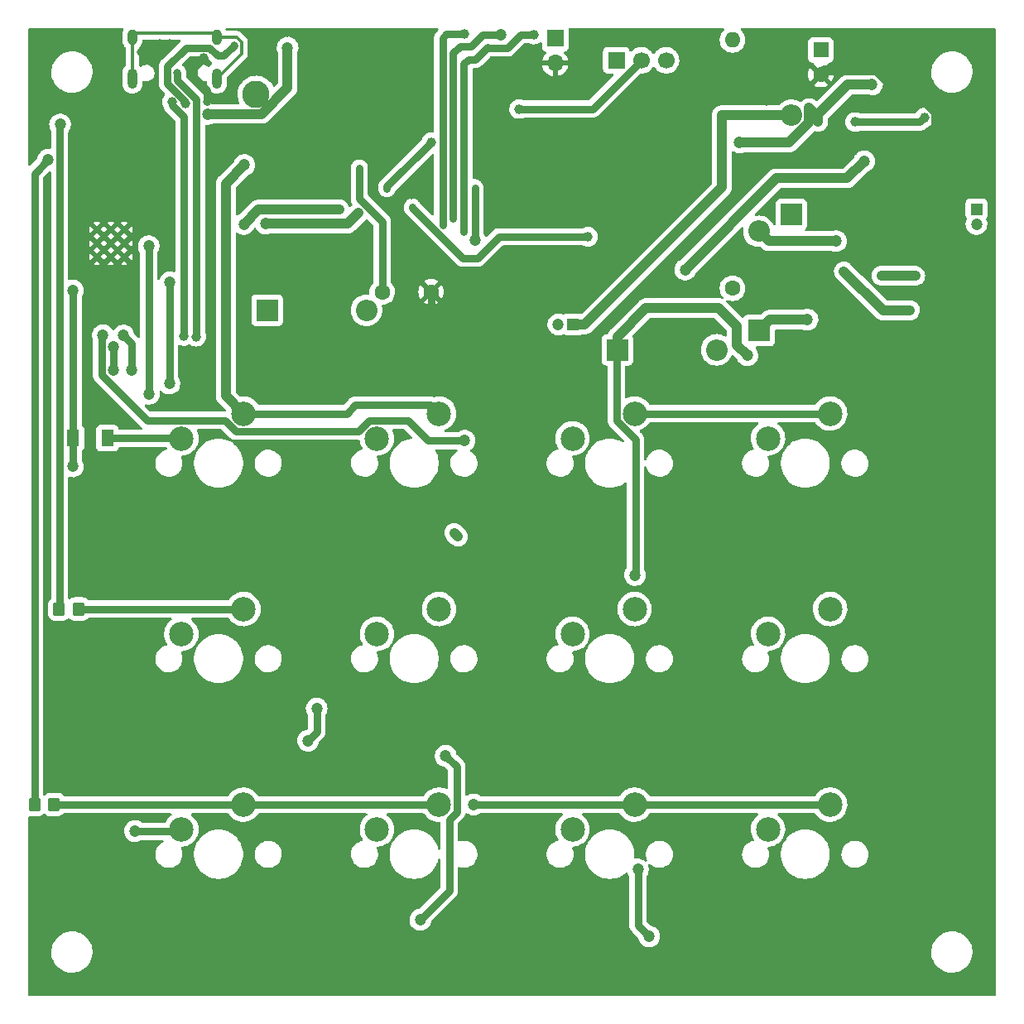
<source format=gbr>
%TF.GenerationSoftware,KiCad,Pcbnew,(6.0.0)*%
%TF.CreationDate,2022-04-14T21:00:37+02:00*%
%TF.ProjectId,keyboard_v1.0,6b657962-6f61-4726-945f-76312e302e6b,rev?*%
%TF.SameCoordinates,Original*%
%TF.FileFunction,Copper,L2,Bot*%
%TF.FilePolarity,Positive*%
%FSLAX46Y46*%
G04 Gerber Fmt 4.6, Leading zero omitted, Abs format (unit mm)*
G04 Created by KiCad (PCBNEW (6.0.0)) date 2022-04-14 21:00:37*
%MOMM*%
%LPD*%
G01*
G04 APERTURE LIST*
G04 Aperture macros list*
%AMRoundRect*
0 Rectangle with rounded corners*
0 $1 Rounding radius*
0 $2 $3 $4 $5 $6 $7 $8 $9 X,Y pos of 4 corners*
0 Add a 4 corners polygon primitive as box body*
4,1,4,$2,$3,$4,$5,$6,$7,$8,$9,$2,$3,0*
0 Add four circle primitives for the rounded corners*
1,1,$1+$1,$2,$3*
1,1,$1+$1,$4,$5*
1,1,$1+$1,$6,$7*
1,1,$1+$1,$8,$9*
0 Add four rect primitives between the rounded corners*
20,1,$1+$1,$2,$3,$4,$5,0*
20,1,$1+$1,$4,$5,$6,$7,0*
20,1,$1+$1,$6,$7,$8,$9,0*
20,1,$1+$1,$8,$9,$2,$3,0*%
G04 Aperture macros list end*
%TA.AperFunction,ComponentPad*%
%ADD10C,2.500000*%
%TD*%
%TA.AperFunction,ComponentPad*%
%ADD11R,1.700000X1.700000*%
%TD*%
%TA.AperFunction,ComponentPad*%
%ADD12C,1.700000*%
%TD*%
%TA.AperFunction,ComponentPad*%
%ADD13O,1.000000X2.100000*%
%TD*%
%TA.AperFunction,ComponentPad*%
%ADD14O,1.000000X1.600000*%
%TD*%
%TA.AperFunction,ComponentPad*%
%ADD15C,0.600000*%
%TD*%
%TA.AperFunction,ComponentPad*%
%ADD16O,1.700000X1.700000*%
%TD*%
%TA.AperFunction,ComponentPad*%
%ADD17C,1.600000*%
%TD*%
%TA.AperFunction,ComponentPad*%
%ADD18R,1.200000X1.200000*%
%TD*%
%TA.AperFunction,ComponentPad*%
%ADD19C,1.200000*%
%TD*%
%TA.AperFunction,ComponentPad*%
%ADD20R,2.200000X2.200000*%
%TD*%
%TA.AperFunction,ComponentPad*%
%ADD21O,2.200000X2.200000*%
%TD*%
%TA.AperFunction,ComponentPad*%
%ADD22C,2.800000*%
%TD*%
%TA.AperFunction,ComponentPad*%
%ADD23O,1.600000X1.600000*%
%TD*%
%TA.AperFunction,ComponentPad*%
%ADD24R,1.600000X1.600000*%
%TD*%
%TA.AperFunction,SMDPad,CuDef*%
%ADD25R,1.300000X1.700000*%
%TD*%
%TA.AperFunction,SMDPad,CuDef*%
%ADD26RoundRect,0.250000X-0.350000X-0.450000X0.350000X-0.450000X0.350000X0.450000X-0.350000X0.450000X0*%
%TD*%
%TA.AperFunction,ViaPad*%
%ADD27C,0.800000*%
%TD*%
%TA.AperFunction,ViaPad*%
%ADD28C,1.200000*%
%TD*%
%TA.AperFunction,ViaPad*%
%ADD29C,0.500000*%
%TD*%
%TA.AperFunction,ViaPad*%
%ADD30C,1.000000*%
%TD*%
%TA.AperFunction,Conductor*%
%ADD31C,0.300000*%
%TD*%
%TA.AperFunction,Conductor*%
%ADD32C,1.000000*%
%TD*%
%TA.AperFunction,Conductor*%
%ADD33C,0.750000*%
%TD*%
G04 APERTURE END LIST*
D10*
%TO.P,SW3,1*%
%TO.N,Net-(D3-Pad2)*%
X56190000Y-112460000D03*
%TO.P,SW3,2*%
%TO.N,Net-(R3-Pad2)*%
X62540000Y-109920000D03*
%TD*%
D11*
%TO.P,SW13,1,1*%
%TO.N,Net-(BT1-Pad1)*%
X100676000Y-33790000D03*
D12*
%TO.P,SW13,2,2*%
%TO.N,unconnected-(SW13-Pad2)*%
X105756000Y-33790000D03*
%TO.P,SW13,3,Common*%
%TO.N,Net-(C32-Pad1)*%
X103216000Y-33790000D03*
%TD*%
D13*
%TO.P,P1,S1,SHIELD*%
%TO.N,unconnected-(P1-PadS1)*%
X51180000Y-35630000D03*
D14*
X51180000Y-31450000D03*
X59820000Y-31450000D03*
D13*
X59820000Y-35630000D03*
%TD*%
D10*
%TO.P,SW1,1*%
%TO.N,Net-(D1-Pad2)*%
X56190000Y-72460000D03*
%TO.P,SW1,2*%
%TO.N,Net-(R1-Pad2)*%
X62540000Y-69920000D03*
%TD*%
%TO.P,SW8,1*%
%TO.N,Net-(D8-Pad2)*%
X96190000Y-92460000D03*
%TO.P,SW8,2*%
%TO.N,Net-(R2-Pad2)*%
X102540000Y-89920000D03*
%TD*%
%TO.P,SW6,1*%
%TO.N,Net-(D6-Pad2)*%
X76190000Y-112460000D03*
%TO.P,SW6,2*%
%TO.N,Net-(R3-Pad2)*%
X82540000Y-109920000D03*
%TD*%
D15*
%TO.P,ESP32,41,EPAD*%
%TO.N,GND*%
X47560000Y-52500000D03*
X47560000Y-51100000D03*
X48960000Y-51100000D03*
X50360000Y-52500000D03*
X50360000Y-53900000D03*
X50360000Y-51100000D03*
X48960000Y-52500000D03*
X47560000Y-53900000D03*
X48960000Y-53900000D03*
%TD*%
D10*
%TO.P,SW12,1*%
%TO.N,Net-(D12-Pad2)*%
X116190000Y-112460000D03*
%TO.P,SW12,2*%
%TO.N,Net-(R3-Pad2)*%
X122540000Y-109920000D03*
%TD*%
D11*
%TO.P,BT1,1,+*%
%TO.N,Net-(BT1-Pad1)*%
X94420000Y-31543000D03*
D16*
%TO.P,BT1,2,-*%
%TO.N,GND*%
X94420000Y-34083000D03*
%TD*%
D17*
%TO.P,TH1,1*%
%TO.N,Net-(TH1-Pad1)*%
X76735000Y-57485000D03*
%TO.P,TH1,2*%
%TO.N,GND*%
X81735000Y-57485000D03*
%TD*%
D18*
%TO.P,C44,1*%
%TO.N,Net-(C44-Pad1)*%
X137510000Y-49035401D03*
D19*
%TO.P,C44,2*%
%TO.N,Net-(C44-Pad2)*%
X137510000Y-50535401D03*
%TD*%
D10*
%TO.P,SW7,1*%
%TO.N,Net-(D7-Pad2)*%
X96190000Y-72460000D03*
%TO.P,SW7,2*%
%TO.N,Net-(R1-Pad2)*%
X102540000Y-69920000D03*
%TD*%
%TO.P,SW5,1*%
%TO.N,Net-(D5-Pad2)*%
X76190000Y-92460000D03*
%TO.P,SW5,2*%
%TO.N,Net-(R2-Pad2)*%
X82540000Y-89920000D03*
%TD*%
D20*
%TO.P,D40,1,K*%
%TO.N,Net-(C42-Pad1)*%
X115251000Y-61440000D03*
D21*
%TO.P,D40,2,A*%
%TO.N,Net-(C44-Pad1)*%
X115251000Y-51280000D03*
%TD*%
D10*
%TO.P,SW9,1*%
%TO.N,Net-(D9-Pad2)*%
X96190000Y-112460000D03*
%TO.P,SW9,2*%
%TO.N,Net-(R3-Pad2)*%
X102540000Y-109920000D03*
%TD*%
D20*
%TO.P,D42,1,K*%
%TO.N,Net-(C47-Pad1)*%
X118570000Y-49571850D03*
D21*
%TO.P,D42,2,A*%
%TO.N,Net-(C49-Pad1)*%
X118570000Y-39411850D03*
%TD*%
D22*
%TO.P,TP1,1,1*%
%TO.N,Net-(P1-PadB5)*%
X63841000Y-37276000D03*
%TD*%
D10*
%TO.P,SW2,1*%
%TO.N,Net-(D2-Pad2)*%
X56190000Y-92460000D03*
%TO.P,SW2,2*%
%TO.N,Net-(R2-Pad2)*%
X62540000Y-89920000D03*
%TD*%
%TO.P,SW4,1*%
%TO.N,Net-(D4-Pad2)*%
X76190000Y-72460000D03*
%TO.P,SW4,2*%
%TO.N,Net-(R1-Pad2)*%
X82540000Y-69920000D03*
%TD*%
D17*
%TO.P,R13,1*%
%TO.N,Net-(C34-Pad1)*%
X112560000Y-57105000D03*
D23*
%TO.P,R13,2*%
%TO.N,Net-(C32-Pad1)*%
X112560000Y-31705000D03*
%TD*%
D10*
%TO.P,SW10,1*%
%TO.N,Net-(D10-Pad2)*%
X116190000Y-72460000D03*
%TO.P,SW10,2*%
%TO.N,Net-(R1-Pad2)*%
X122540000Y-69920000D03*
%TD*%
D24*
%TO.P,C40,1*%
%TO.N,Net-(C32-Pad1)*%
X121605000Y-32745000D03*
D17*
%TO.P,C40,2*%
%TO.N,GND*%
X121605000Y-35245000D03*
%TD*%
D20*
%TO.P,D43,1,K*%
%TO.N,3.3V_OUT*%
X64960000Y-59353000D03*
D21*
%TO.P,D43,2,A*%
%TO.N,Net-(C49-Pad2)*%
X75120000Y-59353000D03*
%TD*%
D10*
%TO.P,SW11,1*%
%TO.N,Net-(D11-Pad2)*%
X116190000Y-92460000D03*
%TO.P,SW11,2*%
%TO.N,Net-(R2-Pad2)*%
X122540000Y-89920000D03*
%TD*%
D18*
%TO.P,C49,1*%
%TO.N,Net-(C49-Pad1)*%
X96245000Y-60801000D03*
D19*
%TO.P,C49,2*%
%TO.N,Net-(C49-Pad2)*%
X94745000Y-60801000D03*
%TD*%
D20*
%TO.P,D41,1,K*%
%TO.N,5V_OUT*%
X100784000Y-63402000D03*
D21*
%TO.P,D41,2,A*%
%TO.N,Net-(C44-Pad2)*%
X110944000Y-63402000D03*
%TD*%
D25*
%TO.P,D1,1,K*%
%TO.N,1st_Column*%
X45108000Y-72454000D03*
%TO.P,D1,2,A*%
%TO.N,Net-(D1-Pad2)*%
X48608000Y-72454000D03*
%TD*%
D26*
%TO.P,R3,1*%
%TO.N,3rd_Row*%
X41171000Y-109915000D03*
%TO.P,R3,2*%
%TO.N,Net-(R3-Pad2)*%
X43171000Y-109915000D03*
%TD*%
%TO.P,R2,1*%
%TO.N,2nd_Row*%
X43680000Y-89920000D03*
%TO.P,R2,2*%
%TO.N,Net-(R2-Pad2)*%
X45680000Y-89920000D03*
%TD*%
D27*
%TO.N,GND*%
X120000000Y-129000000D03*
X139000000Y-115000000D03*
X48000000Y-105000000D03*
X109000000Y-61000000D03*
X49000000Y-49000000D03*
D28*
X78776000Y-105968000D03*
D27*
X100000000Y-46000000D03*
X71000000Y-88000000D03*
X65000000Y-44000000D03*
X97000000Y-77000000D03*
X137000000Y-53000000D03*
X46000000Y-54000000D03*
X139000000Y-94000000D03*
X65000000Y-107000000D03*
D28*
X59690000Y-100784000D03*
D27*
X89000000Y-75000000D03*
X43000000Y-99000000D03*
X76000000Y-108000000D03*
X112000000Y-117000000D03*
X66000000Y-129000000D03*
X87000000Y-107000000D03*
X47000000Y-83000000D03*
X109000000Y-75000000D03*
X70000000Y-116000000D03*
X59000000Y-112000000D03*
X54000000Y-46000000D03*
X55000000Y-78000000D03*
X51000000Y-106000000D03*
X60000000Y-122000000D03*
X131000000Y-118000000D03*
X52000000Y-33000000D03*
X139000000Y-109000000D03*
X69000000Y-96000000D03*
X78000000Y-31000000D03*
X92000000Y-95000000D03*
X134000000Y-84000000D03*
X72000000Y-32000000D03*
X45000000Y-129000000D03*
X48000000Y-85000000D03*
X51000000Y-117000000D03*
D28*
X132612000Y-44092000D03*
D27*
X139000000Y-121000000D03*
X48000000Y-119000000D03*
X72000000Y-75000000D03*
X55000000Y-88000000D03*
X87000000Y-129000000D03*
X49000000Y-33000000D03*
X129000000Y-129000000D03*
X95000000Y-89000000D03*
X93000000Y-75000000D03*
X94000000Y-58000000D03*
X86000000Y-78000000D03*
X74000000Y-106000000D03*
D28*
X112564000Y-120005000D03*
D27*
X42000000Y-129000000D03*
X124000000Y-107000000D03*
X57000000Y-87000000D03*
X54000000Y-83000000D03*
X51000000Y-40000000D03*
X139000000Y-82000000D03*
X90000000Y-129000000D03*
X50000000Y-108000000D03*
X93000000Y-123000000D03*
X113000000Y-53000000D03*
X106000000Y-112000000D03*
X47000000Y-56000000D03*
X65000000Y-31000000D03*
X68000000Y-106000000D03*
X112000000Y-107000000D03*
D29*
X79739000Y-47792000D03*
D27*
X47000000Y-77000000D03*
X49000000Y-125000000D03*
X52000000Y-123000000D03*
X60000000Y-79000000D03*
X108000000Y-37000000D03*
X107000000Y-108000000D03*
X136000000Y-76000000D03*
X99000000Y-91000000D03*
X65000000Y-41000000D03*
X70000000Y-108000000D03*
X72000000Y-129000000D03*
X139000000Y-112000000D03*
X66000000Y-121000000D03*
X41000000Y-119000000D03*
X99000000Y-129000000D03*
X135000000Y-89000000D03*
X126000000Y-31000000D03*
X139000000Y-124000000D03*
X86000000Y-113000000D03*
X46000000Y-40000000D03*
X49000000Y-70000000D03*
X92000000Y-108000000D03*
X139000000Y-38000000D03*
X117000000Y-78000000D03*
X104000000Y-36000000D03*
X105000000Y-72000000D03*
X74000000Y-127000000D03*
X139000000Y-118000000D03*
X51000000Y-55000000D03*
X79000000Y-62000000D03*
X139000000Y-103000000D03*
X98000000Y-35000000D03*
X48000000Y-98000000D03*
X93000000Y-129000000D03*
X48000000Y-38000000D03*
X82000000Y-78000000D03*
X97000000Y-67000000D03*
X88000000Y-67000000D03*
X41000000Y-123000000D03*
X116000000Y-56000000D03*
X139000000Y-88000000D03*
X67000000Y-31000000D03*
X120000000Y-121000000D03*
D28*
X132428000Y-42473000D03*
X77375479Y-116746479D03*
D30*
X58456000Y-33595000D03*
D27*
X64000000Y-47000000D03*
D28*
X134218000Y-50626000D03*
D27*
X103000000Y-43000000D03*
X59000000Y-127000000D03*
X95000000Y-98000000D03*
D28*
X79729000Y-99710000D03*
D27*
X43000000Y-105000000D03*
X50000000Y-40000000D03*
X54000000Y-48000000D03*
X55000000Y-98000000D03*
D28*
X80437000Y-67112000D03*
D27*
X81000000Y-129000000D03*
X121000000Y-58000000D03*
X126000000Y-129000000D03*
X91000000Y-68000000D03*
X70000000Y-120000000D03*
X116000000Y-38000000D03*
X49000000Y-80000000D03*
X108000000Y-87000000D03*
X47000000Y-70000000D03*
X111000000Y-76000000D03*
X139000000Y-76000000D03*
X111000000Y-67000000D03*
X49000000Y-45000000D03*
X129000000Y-114000000D03*
X117000000Y-129000000D03*
X55000000Y-108000000D03*
X139000000Y-100000000D03*
X63000000Y-129000000D03*
X53000000Y-50000000D03*
X45000000Y-116000000D03*
X97000000Y-57000000D03*
X135000000Y-31000000D03*
X112000000Y-95000000D03*
X71000000Y-68000000D03*
X131000000Y-31000000D03*
X46000000Y-45000000D03*
X75000000Y-129000000D03*
D28*
X59641000Y-105502000D03*
D27*
X88000000Y-99000000D03*
X107000000Y-66000000D03*
X120000000Y-91000000D03*
X113000000Y-78000000D03*
X102000000Y-129000000D03*
X139000000Y-97000000D03*
X41000000Y-36000000D03*
X90000000Y-83000000D03*
X92000000Y-127000000D03*
X105000000Y-129000000D03*
X84000000Y-97000000D03*
X71000000Y-59000000D03*
X126000000Y-117000000D03*
X54000000Y-32000000D03*
X54000000Y-129000000D03*
X65000000Y-67000000D03*
X86000000Y-127000000D03*
X51000000Y-83000000D03*
X50000000Y-47000000D03*
X47000000Y-31000000D03*
X131000000Y-66000000D03*
X47000000Y-47000000D03*
X57000000Y-129000000D03*
D28*
X104047000Y-103406000D03*
D27*
X81000000Y-127000000D03*
X60000000Y-129000000D03*
X72000000Y-78000000D03*
X72000000Y-116000000D03*
X88000000Y-40000000D03*
X120000000Y-112000000D03*
X108000000Y-117000000D03*
X116000000Y-98000000D03*
X110000000Y-36000000D03*
X60000000Y-118000000D03*
X41000000Y-126000000D03*
X58773000Y-38047000D03*
X41000000Y-113000000D03*
X63000000Y-77000000D03*
X133000000Y-114000000D03*
X84000000Y-62000000D03*
X123000000Y-129000000D03*
X51000000Y-100000000D03*
X75000000Y-122000000D03*
X139000000Y-79000000D03*
X88000000Y-115000000D03*
X128000000Y-88000000D03*
X51000000Y-45000000D03*
X112000000Y-88000000D03*
X139000000Y-91000000D03*
X52000000Y-80000000D03*
X48000000Y-129000000D03*
X105000000Y-78000000D03*
X69000000Y-59000000D03*
X52000000Y-86000000D03*
X122000000Y-64000000D03*
X130000000Y-35000000D03*
X90000000Y-79000000D03*
X135000000Y-96000000D03*
X69000000Y-76000000D03*
X109000000Y-98000000D03*
X56000000Y-106000000D03*
X69000000Y-129000000D03*
X48000000Y-88000000D03*
X95000000Y-56000000D03*
X139000000Y-85000000D03*
D29*
X78166511Y-47793511D03*
D27*
X138000000Y-129000000D03*
X129000000Y-99000000D03*
X126000000Y-78000000D03*
X57000000Y-118000000D03*
X114000000Y-46000000D03*
D28*
X100711000Y-106640000D03*
D27*
X78000000Y-129000000D03*
X91000000Y-116000000D03*
X103000000Y-31000000D03*
X132000000Y-129000000D03*
X84000000Y-129000000D03*
X56000000Y-69000000D03*
X85000000Y-90000000D03*
X130000000Y-79000000D03*
X104000000Y-126000000D03*
X54000000Y-127000000D03*
X139000000Y-106000000D03*
X44000000Y-31000000D03*
X93000000Y-84000000D03*
X100000000Y-79000000D03*
X41000000Y-116000000D03*
X55000000Y-32000000D03*
X125000000Y-121000000D03*
X111000000Y-129000000D03*
X100000000Y-31000000D03*
X139000000Y-32000000D03*
X51000000Y-95000000D03*
X67000000Y-47000000D03*
X89000000Y-89000000D03*
D28*
X71915000Y-122306000D03*
D27*
X65000000Y-46000000D03*
X55000000Y-55000000D03*
X82000000Y-53000000D03*
X91000000Y-97000000D03*
X113000000Y-83000000D03*
X66000000Y-78000000D03*
X134000000Y-102000000D03*
X128000000Y-34000000D03*
X99000000Y-72000000D03*
X75000000Y-89000000D03*
X112000000Y-36000000D03*
X67000000Y-116000000D03*
X108000000Y-78000000D03*
X58000000Y-78000000D03*
X80000000Y-31000000D03*
X96000000Y-129000000D03*
X108000000Y-57000000D03*
X52000000Y-88000000D03*
X108000000Y-129000000D03*
X94000000Y-79000000D03*
X96000000Y-118000000D03*
X118000000Y-68000000D03*
X106000000Y-63000000D03*
X41000000Y-32000000D03*
X58000000Y-108000000D03*
X78000000Y-78000000D03*
X135000000Y-112000000D03*
X53000000Y-45000000D03*
X67000000Y-127000000D03*
X79000000Y-90000000D03*
X77000000Y-31000000D03*
X51000000Y-129000000D03*
X88000000Y-121000000D03*
X72000000Y-62000000D03*
X97000000Y-127000000D03*
X106000000Y-57000000D03*
X133000000Y-108000000D03*
X43000000Y-93000000D03*
X77000000Y-98000000D03*
X45000000Y-51000000D03*
X51000000Y-75000000D03*
X115000000Y-88000000D03*
D28*
X109254000Y-121794000D03*
D27*
X75000000Y-78000000D03*
X115000000Y-118000000D03*
X118000000Y-118000000D03*
X120000000Y-43000000D03*
X78000000Y-34000000D03*
X114000000Y-129000000D03*
X116000000Y-108000000D03*
X135000000Y-129000000D03*
X126000000Y-69000000D03*
X52000000Y-47000000D03*
X129000000Y-75000000D03*
X49000000Y-31000000D03*
X97000000Y-108000000D03*
X134000000Y-78000000D03*
X139000000Y-127000000D03*
D28*
%TO.N,5V_OUT*%
X102595000Y-86439000D03*
X70027000Y-100083000D03*
X104047000Y-123406000D03*
X114078000Y-63965000D03*
X69131000Y-103383000D03*
X83225000Y-104929000D03*
X80634000Y-121699989D03*
X102892000Y-116550000D03*
%TO.N,Net-(C21-Pad1)*%
X49205000Y-63073000D03*
X49205000Y-65499000D03*
D29*
%TO.N,Net-(C23-Pad1)*%
X72355000Y-49051000D03*
D28*
X62587000Y-50533000D03*
D29*
%TO.N,Net-(C26-Pad1)*%
X74298000Y-49372811D03*
D28*
X64827000Y-50498000D03*
D30*
%TO.N,Net-(C34-Pad1)*%
X97784000Y-51847000D03*
D29*
X79812000Y-48823000D03*
%TO.N,Net-(C35-Pad1)*%
X86213000Y-46832811D03*
D28*
X86213000Y-52213000D03*
%TO.N,SYSTEM_LOAD*%
X126834000Y-36248000D03*
X113262000Y-42182000D03*
%TO.N,Net-(C42-Pad1)*%
X120227000Y-60319000D03*
D27*
%TO.N,Net-(C43-Pad1)*%
X123949000Y-55373000D03*
X130724000Y-59365000D03*
D28*
%TO.N,Net-(C44-Pad1)*%
X123155000Y-52288000D03*
%TO.N,Net-(C48-Pad1)*%
X126040000Y-44104850D03*
X107722000Y-55191000D03*
%TO.N,1st_Column*%
X45098000Y-75327000D03*
X45092000Y-57324000D03*
%TO.N,Net-(D3-Pad2)*%
X51439000Y-112640000D03*
%TO.N,2nd_Column*%
X54968000Y-66857000D03*
X55034000Y-56498000D03*
%TO.N,3rd_Column*%
X85160000Y-72692000D03*
X48168024Y-61892513D03*
%TO.N,4th_Column*%
X51091000Y-65449020D03*
X50271000Y-61938000D03*
%TO.N,LEDS*%
X52861000Y-67904000D03*
X52850000Y-52799000D03*
D30*
%TO.N,Net-(D36-Pad1)*%
X85172000Y-31132000D03*
D29*
X82924000Y-50642811D03*
D28*
%TO.N,Net-(D37-Pad1)*%
X88859000Y-31163000D03*
D29*
X83992000Y-50007811D03*
%TO.N,Net-(D38-Pad1)*%
X85080000Y-51367000D03*
D30*
X92209000Y-31146000D03*
%TO.N,USB_D-*%
X55239000Y-38053000D03*
X56425000Y-61984000D03*
D27*
%TO.N,USB_D+*%
X55779000Y-35116989D03*
D30*
X57717000Y-62056000D03*
D28*
%TO.N,2nd_Row*%
X43787000Y-40363000D03*
%TO.N,3rd_Row*%
X42563000Y-43978000D03*
%TO.N,Net-(F1-Pad1)*%
X58900000Y-39275000D03*
X67056000Y-32500000D03*
D27*
%TO.N,Net-(P1-PadA5)*%
X61582000Y-32247000D03*
D30*
X56626188Y-38238812D03*
D28*
%TO.N,Net-(R1-Pad2)*%
X62629000Y-44497000D03*
%TO.N,Net-(R3-Pad2)*%
X86057000Y-109912000D03*
D29*
%TO.N,Net-(TH1-Pad1)*%
X74387000Y-44832000D03*
D30*
%TO.N,Net-(C32-Pad1)*%
X81744644Y-42181009D03*
D29*
X77217000Y-46891000D03*
D30*
X90748000Y-38765000D03*
D27*
%TO.N,Net-(Q1-Pad2)*%
X127792000Y-55821000D03*
X131245000Y-55843000D03*
D30*
%TO.N,Net-(Q2-Pad2)*%
X125098000Y-40114850D03*
X132186000Y-39668000D03*
%TD*%
D31*
%TO.N,unconnected-(P1-PadS1)*%
X61844970Y-31450000D02*
X59820000Y-31450000D01*
X62331511Y-31936541D02*
X61844970Y-31450000D01*
X62331511Y-33118489D02*
X62331511Y-31936541D01*
X59820000Y-35630000D02*
X62331511Y-33118489D01*
X59370000Y-31000000D02*
X59820000Y-31450000D01*
X51630000Y-31000000D02*
X59370000Y-31000000D01*
X51180000Y-31450000D02*
X51630000Y-31000000D01*
X51180000Y-35630000D02*
X51180000Y-31450000D01*
D32*
%TO.N,GND*%
X133385511Y-39171145D02*
X133385511Y-41515489D01*
D33*
X110787472Y-121794000D02*
X109254000Y-121794000D01*
X104047000Y-103406000D02*
X103168000Y-103406000D01*
D32*
X129677000Y-37324000D02*
X129677000Y-37253213D01*
D33*
X79729000Y-99710000D02*
X78776000Y-100663000D01*
X59641000Y-100833000D02*
X59641000Y-105502000D01*
X78776000Y-100663000D02*
X78776000Y-105968000D01*
X112564000Y-120005000D02*
X112564000Y-120017472D01*
X103168000Y-103406000D02*
X100711000Y-105863000D01*
X57440479Y-35493306D02*
X58773000Y-36825827D01*
X100711000Y-105863000D02*
X100711000Y-106640000D01*
X58456000Y-33595000D02*
X57440479Y-34610521D01*
D31*
X79739000Y-47792000D02*
X78168022Y-47792000D01*
D33*
X58773000Y-36825827D02*
X58773000Y-38047000D01*
X71915000Y-122206958D02*
X77375479Y-116746479D01*
D32*
X131467579Y-37253213D02*
X133385511Y-39171145D01*
D31*
X78168022Y-47792000D02*
X78166511Y-47793511D01*
D33*
X59690000Y-100784000D02*
X59641000Y-100833000D01*
X80437000Y-67112000D02*
X81735000Y-65814000D01*
D32*
X129677000Y-37253213D02*
X131467579Y-37253213D01*
X133385511Y-41515489D02*
X132428000Y-42473000D01*
X132612000Y-49020000D02*
X134218000Y-50626000D01*
X121984000Y-34866000D02*
X121605000Y-35245000D01*
X129677000Y-37253213D02*
X127289787Y-34866000D01*
X132612000Y-44092000D02*
X132612000Y-49020000D01*
D33*
X71915000Y-122306000D02*
X71915000Y-122206958D01*
D32*
X127289787Y-34866000D02*
X121984000Y-34866000D01*
D33*
X57440479Y-34610521D02*
X57440479Y-35493306D01*
X112564000Y-120017472D02*
X110787472Y-121794000D01*
X81735000Y-65814000D02*
X81735000Y-57485000D01*
%TO.N,5V_OUT*%
X102624521Y-86409479D02*
X102624521Y-72584770D01*
X83225000Y-104929000D02*
X84364511Y-106068511D01*
X84364511Y-106068511D02*
X84364511Y-110675738D01*
X102892000Y-122251000D02*
X102892000Y-116550000D01*
D32*
X111128000Y-59135000D02*
X103719000Y-59135000D01*
D33*
X70027000Y-100083000D02*
X70027000Y-102487000D01*
D32*
X114078000Y-63965000D02*
X113029000Y-62916000D01*
D33*
X104047000Y-123406000D02*
X102892000Y-122251000D01*
D32*
X112986000Y-60993000D02*
X111128000Y-59135000D01*
D33*
X83580479Y-111459770D02*
X83580479Y-118753510D01*
X84364511Y-110675738D02*
X83580479Y-111459770D01*
D32*
X113029000Y-62916000D02*
X113029000Y-62740106D01*
D33*
X83580479Y-118753510D02*
X80634000Y-121699989D01*
X100691000Y-63283000D02*
X100779000Y-63195000D01*
X102595000Y-86439000D02*
X102624521Y-86409479D01*
D32*
X84489511Y-82527011D02*
X84100250Y-82137750D01*
X103719000Y-59135000D02*
X100779000Y-62075000D01*
X100779000Y-62075000D02*
X100779000Y-63195000D01*
D33*
X100691000Y-70651249D02*
X100691000Y-63283000D01*
X70027000Y-102487000D02*
X69131000Y-103383000D01*
X102624521Y-72584770D02*
X100691000Y-70651249D01*
D32*
X112986000Y-62697106D02*
X112986000Y-60993000D01*
X113029000Y-62740106D02*
X112986000Y-62697106D01*
D33*
%TO.N,Net-(C21-Pad1)*%
X49205000Y-65499000D02*
X49205000Y-63073000D01*
D32*
%TO.N,Net-(C23-Pad1)*%
X64069000Y-49051000D02*
X72355000Y-49051000D01*
X62587000Y-50533000D02*
X64069000Y-49051000D01*
%TO.N,Net-(C26-Pad1)*%
X73172811Y-50498000D02*
X74298000Y-49372811D01*
X64827000Y-50498000D02*
X73172811Y-50498000D01*
D33*
%TO.N,Net-(C34-Pad1)*%
X84948365Y-54010000D02*
X86507000Y-54010000D01*
X88670000Y-51847000D02*
X97784000Y-51847000D01*
X79812000Y-48873635D02*
X84948365Y-54010000D01*
X79812000Y-48823000D02*
X79812000Y-48873635D01*
X86507000Y-54010000D02*
X88670000Y-51847000D01*
%TO.N,Net-(C35-Pad1)*%
X86213000Y-46832811D02*
X86213000Y-52213000D01*
D32*
%TO.N,SYSTEM_LOAD*%
X121326000Y-39297000D02*
X121326000Y-40084000D01*
X122834000Y-37789000D02*
X121326000Y-39297000D01*
X118344744Y-42182000D02*
X113262000Y-42182000D01*
X120369511Y-38666467D02*
X120369511Y-40157233D01*
X121326000Y-40084000D02*
X121326000Y-39622956D01*
X120369511Y-40157233D02*
X118344744Y-42182000D01*
X124375000Y-36248000D02*
X122834000Y-37789000D01*
X126834000Y-36248000D02*
X124375000Y-36248000D01*
X121326000Y-39622956D02*
X120369511Y-38666467D01*
%TO.N,Net-(C42-Pad1)*%
X116372000Y-60319000D02*
X115251000Y-61440000D01*
X120227000Y-60319000D02*
X116372000Y-60319000D01*
%TO.N,Net-(C43-Pad1)*%
X130724000Y-59365000D02*
X127941000Y-59365000D01*
X127941000Y-59365000D02*
X123949000Y-55373000D01*
%TO.N,Net-(C44-Pad1)*%
X116259000Y-52288000D02*
X115251000Y-51280000D01*
X123155000Y-52288000D02*
X116259000Y-52288000D01*
%TO.N,Net-(C48-Pad1)*%
X124271000Y-45873850D02*
X126040000Y-44104850D01*
X124271000Y-45873850D02*
X117039150Y-45873850D01*
X117039150Y-45873850D02*
X107722000Y-55191000D01*
%TO.N,Net-(C49-Pad1)*%
X111463150Y-46765850D02*
X111463150Y-39411850D01*
X97428000Y-60801000D02*
X111463150Y-46765850D01*
X118570000Y-39411850D02*
X111463150Y-39411850D01*
X96245000Y-60801000D02*
X97428000Y-60801000D01*
D33*
%TO.N,1st_Column*%
X45108000Y-57340000D02*
X45092000Y-57324000D01*
X45108000Y-72454000D02*
X45108000Y-57340000D01*
X45098000Y-72464000D02*
X45108000Y-72454000D01*
X45098000Y-75327000D02*
X45098000Y-72464000D01*
%TO.N,Net-(D1-Pad2)*%
X48608000Y-72454000D02*
X56184000Y-72454000D01*
X56184000Y-72454000D02*
X56190000Y-72460000D01*
%TO.N,Net-(D3-Pad2)*%
X56010000Y-112640000D02*
X56190000Y-112460000D01*
X51439000Y-112640000D02*
X56010000Y-112640000D01*
%TO.N,2nd_Column*%
X54968000Y-56564000D02*
X55034000Y-56498000D01*
X54968000Y-66857000D02*
X54968000Y-56564000D01*
%TO.N,3rd_Column*%
X48030489Y-65985499D02*
X52671990Y-70627000D01*
X48030489Y-62030048D02*
X48030489Y-65985499D01*
X60666751Y-70627000D02*
X61784262Y-71744511D01*
X48168024Y-61892513D02*
X48030489Y-62030048D01*
X74306489Y-71744511D02*
X75415511Y-70635489D01*
X79347123Y-70635489D02*
X81403634Y-72692000D01*
X81403634Y-72692000D02*
X85160000Y-72692000D01*
X61784262Y-71744511D02*
X74306489Y-71744511D01*
X75415511Y-70635489D02*
X79347123Y-70635489D01*
X52671990Y-70627000D02*
X60666751Y-70627000D01*
%TO.N,4th_Column*%
X51091000Y-62758000D02*
X50271000Y-61938000D01*
X51091000Y-65449020D02*
X51091000Y-62758000D01*
%TO.N,LEDS*%
X52861000Y-67904000D02*
X52850000Y-67893000D01*
X52850000Y-67893000D02*
X52850000Y-52799000D01*
%TO.N,Net-(D36-Pad1)*%
X82924000Y-31503000D02*
X82924000Y-50642811D01*
X83295000Y-31132000D02*
X82924000Y-31503000D01*
X85172000Y-31132000D02*
X83295000Y-31132000D01*
%TO.N,Net-(D37-Pad1)*%
X87026000Y-31163000D02*
X85823000Y-32366000D01*
X84684000Y-32366000D02*
X83992000Y-33058000D01*
X85823000Y-32366000D02*
X84684000Y-32366000D01*
X88859000Y-31163000D02*
X87026000Y-31163000D01*
X83992000Y-33058000D02*
X83992000Y-50007811D01*
%TO.N,Net-(D38-Pad1)*%
X92209000Y-31146000D02*
X90910000Y-31146000D01*
X87549000Y-32539000D02*
X87480000Y-32470000D01*
X85547000Y-33712000D02*
X85080000Y-34179000D01*
X89517000Y-32539000D02*
X87549000Y-32539000D01*
X90910000Y-31146000D02*
X89517000Y-32539000D01*
X86238000Y-33712000D02*
X85547000Y-33712000D01*
X87480000Y-32470000D02*
X86238000Y-33712000D01*
X85080000Y-34179000D02*
X85080000Y-51367000D01*
%TO.N,USB_D-*%
X56435000Y-61974000D02*
X56425000Y-61984000D01*
X56435000Y-41836000D02*
X56435000Y-61974000D01*
X55239000Y-38053000D02*
X55239000Y-38371213D01*
X56435000Y-39567213D02*
X56435000Y-41836000D01*
X55239000Y-38371213D02*
X56435000Y-39567213D01*
%TO.N,USB_D+*%
X55779000Y-35872008D02*
X57717000Y-37810008D01*
X57717000Y-37810008D02*
X57717000Y-62056000D01*
X55779000Y-35116989D02*
X55779000Y-35872008D01*
%TO.N,2nd_Row*%
X43737511Y-40412489D02*
X43787000Y-40363000D01*
X43680000Y-89920000D02*
X43737511Y-89862489D01*
X43737511Y-89862489D02*
X43737511Y-40412489D01*
%TO.N,3rd_Row*%
X41171000Y-45370000D02*
X42563000Y-43978000D01*
X41171000Y-109915000D02*
X41171000Y-71829000D01*
X41171000Y-71829000D02*
X41171000Y-68829000D01*
X41171000Y-68829000D02*
X41171000Y-45370000D01*
D32*
%TO.N,Net-(F1-Pad1)*%
X64389000Y-39275000D02*
X58900000Y-39275000D01*
X67056000Y-36608000D02*
X64389000Y-39275000D01*
X67056000Y-32500000D02*
X67056000Y-36608000D01*
D33*
%TO.N,Net-(P1-PadA5)*%
X59875400Y-33325000D02*
X60504000Y-33325000D01*
X54778489Y-34412511D02*
X56670511Y-32520489D01*
X54778489Y-36214321D02*
X54778489Y-34412511D01*
X56670511Y-32520489D02*
X59070889Y-32520489D01*
X59070889Y-32520489D02*
X59875400Y-33325000D01*
X60504000Y-33325000D02*
X61582000Y-32247000D01*
X56626188Y-38062020D02*
X54778489Y-36214321D01*
X56626188Y-38238812D02*
X56626188Y-38062020D01*
D32*
%TO.N,Net-(R1-Pad2)*%
X62629000Y-44497000D02*
X60719000Y-46407000D01*
X60719000Y-68099000D02*
X62540000Y-69920000D01*
D33*
X73124000Y-69920000D02*
X73981000Y-69063000D01*
D32*
X60719000Y-46407000D02*
X60719000Y-68099000D01*
D33*
X81683000Y-69063000D02*
X82540000Y-69920000D01*
X122540000Y-69920000D02*
X102540000Y-69920000D01*
X62540000Y-69920000D02*
X73124000Y-69920000D01*
X73981000Y-69063000D02*
X81683000Y-69063000D01*
%TO.N,Net-(R2-Pad2)*%
X45680000Y-89920000D02*
X62540000Y-89920000D01*
%TO.N,Net-(R3-Pad2)*%
X122540000Y-109920000D02*
X102540000Y-109920000D01*
X86065000Y-109920000D02*
X86057000Y-109912000D01*
X82540000Y-109920000D02*
X62540000Y-109920000D01*
X62540000Y-109920000D02*
X43176000Y-109920000D01*
X43176000Y-109920000D02*
X43171000Y-109915000D01*
X102540000Y-109920000D02*
X86065000Y-109920000D01*
%TO.N,Net-(TH1-Pad1)*%
X74387000Y-47942211D02*
X74387000Y-44832000D01*
X76735000Y-50290211D02*
X74387000Y-47942211D01*
X76735000Y-57485000D02*
X76735000Y-50290211D01*
%TO.N,Net-(C32-Pad1)*%
X77217000Y-46708653D02*
X81744644Y-42181009D01*
X98241000Y-38765000D02*
X103216000Y-33790000D01*
X77217000Y-46891000D02*
X77217000Y-46708653D01*
X90748000Y-38765000D02*
X98241000Y-38765000D01*
D32*
%TO.N,Net-(Q1-Pad2)*%
X131223000Y-55821000D02*
X131245000Y-55843000D01*
X127792000Y-55821000D02*
X131223000Y-55821000D01*
D33*
%TO.N,Net-(Q2-Pad2)*%
X132186000Y-39668000D02*
X131739150Y-40114850D01*
X131739150Y-40114850D02*
X125098000Y-40114850D01*
%TD*%
%TA.AperFunction,Conductor*%
%TO.N,GND*%
G36*
X50237106Y-30528002D02*
G01*
X50283599Y-30581658D01*
X50293703Y-30651932D01*
X50279400Y-30694700D01*
X50251535Y-30745387D01*
X50251533Y-30745392D01*
X50248567Y-30750787D01*
X50246706Y-30756654D01*
X50246705Y-30756656D01*
X50207992Y-30878696D01*
X50188765Y-30939306D01*
X50171500Y-31093227D01*
X50171500Y-31799769D01*
X50171800Y-31802825D01*
X50171800Y-31802832D01*
X50175507Y-31840635D01*
X50185920Y-31946833D01*
X50187702Y-31952734D01*
X50187702Y-31952736D01*
X50207588Y-32018600D01*
X50243084Y-32136169D01*
X50335934Y-32310796D01*
X50381167Y-32366257D01*
X50457040Y-32459287D01*
X50457043Y-32459290D01*
X50460935Y-32464062D01*
X50469151Y-32470859D01*
X50475817Y-32476374D01*
X50515554Y-32535208D01*
X50521500Y-32573457D01*
X50521500Y-34254975D01*
X50501498Y-34323096D01*
X50479719Y-34347317D01*
X50480184Y-34347792D01*
X50475782Y-34352103D01*
X50470975Y-34355968D01*
X50343846Y-34507474D01*
X50340879Y-34512872D01*
X50340875Y-34512877D01*
X50293535Y-34598990D01*
X50248567Y-34680787D01*
X50246706Y-34686654D01*
X50246705Y-34686656D01*
X50197756Y-34840964D01*
X50188765Y-34869306D01*
X50171500Y-35023227D01*
X50171500Y-36229769D01*
X50171800Y-36232825D01*
X50171800Y-36232832D01*
X50176784Y-36283656D01*
X50185920Y-36376833D01*
X50187702Y-36382734D01*
X50187702Y-36382736D01*
X50204497Y-36438364D01*
X50243084Y-36566169D01*
X50335934Y-36740796D01*
X50402723Y-36822687D01*
X50457040Y-36889287D01*
X50457043Y-36889290D01*
X50460935Y-36894062D01*
X50465682Y-36897989D01*
X50465684Y-36897991D01*
X50608575Y-37016201D01*
X50608579Y-37016203D01*
X50613325Y-37020130D01*
X50787299Y-37114198D01*
X50976232Y-37172682D01*
X50982357Y-37173326D01*
X50982358Y-37173326D01*
X51166796Y-37192711D01*
X51166798Y-37192711D01*
X51172925Y-37193355D01*
X51262017Y-37185247D01*
X51363749Y-37175989D01*
X51363752Y-37175988D01*
X51369888Y-37175430D01*
X51375794Y-37173692D01*
X51375798Y-37173691D01*
X51483696Y-37141935D01*
X51559619Y-37119590D01*
X51565077Y-37116737D01*
X51565081Y-37116735D01*
X51655853Y-37069280D01*
X51734890Y-37027960D01*
X51889025Y-36904032D01*
X52016154Y-36752526D01*
X52019121Y-36747128D01*
X52019125Y-36747123D01*
X52108467Y-36584608D01*
X52111433Y-36579213D01*
X52113846Y-36571608D01*
X52169373Y-36396564D01*
X52169373Y-36396563D01*
X52171235Y-36390694D01*
X52188500Y-36236773D01*
X52188500Y-36017138D01*
X52208502Y-35949017D01*
X52262158Y-35902524D01*
X52332432Y-35892420D01*
X52341986Y-35894172D01*
X52379351Y-35902524D01*
X52516543Y-35933190D01*
X52522088Y-35933500D01*
X52655244Y-35933500D01*
X52790037Y-35918857D01*
X52908190Y-35879094D01*
X52955204Y-35863272D01*
X52955206Y-35863271D01*
X52961675Y-35861094D01*
X53116905Y-35767823D01*
X53121862Y-35763135D01*
X53121865Y-35763133D01*
X53243527Y-35648082D01*
X53243529Y-35648080D01*
X53248485Y-35643393D01*
X53252317Y-35637755D01*
X53252320Y-35637751D01*
X53346442Y-35499255D01*
X53350277Y-35493612D01*
X53417530Y-35325466D01*
X53418644Y-35318738D01*
X53418645Y-35318734D01*
X53445993Y-35153539D01*
X53445993Y-35153536D01*
X53447108Y-35146802D01*
X53446661Y-35138259D01*
X53437987Y-34972766D01*
X53437630Y-34965953D01*
X53426918Y-34927061D01*
X53391352Y-34797941D01*
X53389539Y-34791359D01*
X53305078Y-34631164D01*
X53300673Y-34625951D01*
X53300670Y-34625947D01*
X53192594Y-34498057D01*
X53192590Y-34498053D01*
X53188187Y-34492843D01*
X53161259Y-34472255D01*
X53049743Y-34386994D01*
X53049739Y-34386991D01*
X53044322Y-34382850D01*
X52900606Y-34315834D01*
X52886369Y-34309195D01*
X52886366Y-34309194D01*
X52880192Y-34306315D01*
X52873544Y-34304829D01*
X52873541Y-34304828D01*
X52708494Y-34267936D01*
X52708495Y-34267936D01*
X52703457Y-34266810D01*
X52697912Y-34266500D01*
X52564756Y-34266500D01*
X52429963Y-34281143D01*
X52328335Y-34315345D01*
X52264796Y-34336728D01*
X52264794Y-34336729D01*
X52258325Y-34338906D01*
X52103095Y-34432177D01*
X52102671Y-34431472D01*
X52041480Y-34454762D01*
X51972007Y-34440135D01*
X51934008Y-34408782D01*
X51912140Y-34381969D01*
X51899065Y-34365938D01*
X51889724Y-34358210D01*
X51884183Y-34353626D01*
X51844446Y-34294792D01*
X51838500Y-34256543D01*
X51838500Y-32575025D01*
X51858502Y-32506904D01*
X51880281Y-32482683D01*
X51879816Y-32482208D01*
X51884218Y-32477897D01*
X51889025Y-32474032D01*
X52016154Y-32322526D01*
X52019121Y-32317128D01*
X52019125Y-32317123D01*
X52108467Y-32154608D01*
X52111433Y-32149213D01*
X52113846Y-32141608D01*
X52169373Y-31966564D01*
X52169373Y-31966563D01*
X52171235Y-31960694D01*
X52188500Y-31806773D01*
X52188500Y-31784500D01*
X52208502Y-31716379D01*
X52262158Y-31669886D01*
X52314500Y-31658500D01*
X55978852Y-31658500D01*
X56046973Y-31678502D01*
X56093466Y-31732158D01*
X56103570Y-31802432D01*
X56074076Y-31867012D01*
X56067947Y-31873595D01*
X56064480Y-31877062D01*
X56059695Y-31881603D01*
X56018907Y-31918329D01*
X56010326Y-31926055D01*
X56005217Y-31933087D01*
X56002441Y-31936908D01*
X55989599Y-31951943D01*
X54209943Y-33731599D01*
X54194915Y-33744436D01*
X54184055Y-33752326D01*
X54179634Y-33757236D01*
X54179633Y-33757237D01*
X54139603Y-33801695D01*
X54135062Y-33806480D01*
X54121017Y-33820525D01*
X54118933Y-33823099D01*
X54118930Y-33823102D01*
X54108520Y-33835957D01*
X54104236Y-33840973D01*
X54064206Y-33885431D01*
X54064202Y-33885436D01*
X54059785Y-33890342D01*
X54053885Y-33900561D01*
X54053078Y-33901959D01*
X54041880Y-33918252D01*
X54033442Y-33928672D01*
X54003276Y-33987874D01*
X54000143Y-33993644D01*
X53970229Y-34045456D01*
X53970227Y-34045461D01*
X53966925Y-34051180D01*
X53964884Y-34057460D01*
X53964881Y-34057468D01*
X53962781Y-34063932D01*
X53955217Y-34082194D01*
X53952126Y-34088260D01*
X53952123Y-34088269D01*
X53949127Y-34094148D01*
X53947418Y-34100526D01*
X53931933Y-34158315D01*
X53930067Y-34164617D01*
X53909535Y-34227809D01*
X53908178Y-34240716D01*
X53908134Y-34241139D01*
X53904531Y-34260582D01*
X53901059Y-34273540D01*
X53900714Y-34280130D01*
X53900713Y-34280134D01*
X53897582Y-34339878D01*
X53897066Y-34346442D01*
X53894989Y-34366205D01*
X53894989Y-34386066D01*
X53894816Y-34392661D01*
X53891884Y-34448609D01*
X53891339Y-34459004D01*
X53892371Y-34465518D01*
X53893438Y-34472255D01*
X53894989Y-34491967D01*
X53894989Y-36134864D01*
X53893438Y-36154576D01*
X53891339Y-36167828D01*
X53891684Y-36174415D01*
X53891684Y-36174419D01*
X53894816Y-36234171D01*
X53894989Y-36240766D01*
X53894989Y-36260627D01*
X53895333Y-36263898D01*
X53897065Y-36280380D01*
X53897582Y-36286954D01*
X53900524Y-36343077D01*
X53901059Y-36353292D01*
X53904531Y-36366250D01*
X53908134Y-36385693D01*
X53909535Y-36399023D01*
X53930067Y-36462215D01*
X53931933Y-36468517D01*
X53940950Y-36502169D01*
X53949127Y-36532684D01*
X53952123Y-36538563D01*
X53952126Y-36538572D01*
X53955217Y-36544638D01*
X53962781Y-36562900D01*
X53964881Y-36569364D01*
X53964884Y-36569372D01*
X53966925Y-36575652D01*
X53970227Y-36581371D01*
X53970229Y-36581376D01*
X54000143Y-36633188D01*
X54003276Y-36638958D01*
X54033442Y-36698160D01*
X54037598Y-36703292D01*
X54041880Y-36708580D01*
X54053078Y-36724873D01*
X54059785Y-36736490D01*
X54064202Y-36741396D01*
X54064206Y-36741401D01*
X54104236Y-36785859D01*
X54108520Y-36790875D01*
X54114449Y-36798196D01*
X54121017Y-36806307D01*
X54135062Y-36820352D01*
X54139603Y-36825137D01*
X54184055Y-36874506D01*
X54194915Y-36882396D01*
X54209943Y-36895233D01*
X54500212Y-37185502D01*
X54534238Y-37247814D01*
X54529173Y-37318629D01*
X54507641Y-37355585D01*
X54402846Y-37480474D01*
X54399879Y-37485872D01*
X54399875Y-37485877D01*
X54393198Y-37498023D01*
X54307567Y-37653787D01*
X54305706Y-37659654D01*
X54305705Y-37659656D01*
X54252831Y-37826337D01*
X54247765Y-37842306D01*
X54225719Y-38038851D01*
X54226788Y-38051585D01*
X54239794Y-38206468D01*
X54242268Y-38235934D01*
X54252309Y-38270952D01*
X54294855Y-38419326D01*
X54296783Y-38426050D01*
X54299602Y-38431535D01*
X54376620Y-38581395D01*
X54384388Y-38600056D01*
X54390575Y-38619099D01*
X54392447Y-38625421D01*
X54406306Y-38677140D01*
X54409638Y-38689576D01*
X54412634Y-38695455D01*
X54412637Y-38695464D01*
X54415728Y-38701530D01*
X54423292Y-38719792D01*
X54425392Y-38726256D01*
X54425395Y-38726264D01*
X54427436Y-38732544D01*
X54430738Y-38738263D01*
X54430740Y-38738268D01*
X54460654Y-38790080D01*
X54463787Y-38795850D01*
X54493953Y-38855052D01*
X54498109Y-38860184D01*
X54502391Y-38865472D01*
X54513589Y-38881765D01*
X54520296Y-38893382D01*
X54524713Y-38898288D01*
X54524717Y-38898293D01*
X54564747Y-38942751D01*
X54569031Y-38947767D01*
X54577895Y-38958713D01*
X54581528Y-38963199D01*
X54595573Y-38977244D01*
X54600114Y-38982029D01*
X54636940Y-39022928D01*
X54644566Y-39031398D01*
X54655426Y-39039288D01*
X54670454Y-39052125D01*
X55514595Y-39896266D01*
X55548621Y-39958578D01*
X55551500Y-39985361D01*
X55551500Y-55324987D01*
X55531498Y-55393108D01*
X55477842Y-55439601D01*
X55407568Y-55449705D01*
X55378811Y-55442017D01*
X55355553Y-55432738D01*
X55355547Y-55432736D01*
X55350180Y-55430595D01*
X55150366Y-55390849D01*
X55144592Y-55390773D01*
X55144588Y-55390773D01*
X55041452Y-55389424D01*
X54946655Y-55388183D01*
X54940958Y-55389162D01*
X54940957Y-55389162D01*
X54917993Y-55393108D01*
X54745870Y-55422684D01*
X54554734Y-55493198D01*
X54549773Y-55496150D01*
X54549772Y-55496150D01*
X54429246Y-55567856D01*
X54379649Y-55597363D01*
X54226478Y-55731690D01*
X54222911Y-55736215D01*
X54222906Y-55736220D01*
X54155637Y-55821551D01*
X54100351Y-55891681D01*
X54097662Y-55896792D01*
X54097660Y-55896795D01*
X54049709Y-55987935D01*
X54005492Y-56071978D01*
X54003779Y-56077496D01*
X53979833Y-56154614D01*
X53940530Y-56213739D01*
X53875500Y-56242230D01*
X53805391Y-56231040D01*
X53752461Y-56183723D01*
X53733500Y-56117250D01*
X53733500Y-53515930D01*
X53753502Y-53447809D01*
X53762625Y-53435362D01*
X53763761Y-53433997D01*
X53763764Y-53433992D01*
X53767458Y-53429551D01*
X53845135Y-53290849D01*
X53864180Y-53256842D01*
X53864181Y-53256840D01*
X53867004Y-53251799D01*
X53868860Y-53246332D01*
X53868862Y-53246327D01*
X53930634Y-53064352D01*
X53930635Y-53064347D01*
X53932490Y-53058883D01*
X53961723Y-52857263D01*
X53963249Y-52799000D01*
X53951860Y-52675049D01*
X53945137Y-52601880D01*
X53945136Y-52601877D01*
X53944608Y-52596126D01*
X53918334Y-52502966D01*
X53890875Y-52405606D01*
X53890874Y-52405604D01*
X53889307Y-52400047D01*
X53882948Y-52387151D01*
X53801756Y-52222510D01*
X53799201Y-52217329D01*
X53780796Y-52192681D01*
X53680758Y-52058715D01*
X53680758Y-52058714D01*
X53677305Y-52054091D01*
X53527703Y-51915800D01*
X53436859Y-51858482D01*
X53360288Y-51810169D01*
X53360283Y-51810167D01*
X53355404Y-51807088D01*
X53166180Y-51731595D01*
X52966366Y-51691849D01*
X52960592Y-51691773D01*
X52960588Y-51691773D01*
X52857452Y-51690424D01*
X52762655Y-51689183D01*
X52756958Y-51690162D01*
X52756957Y-51690162D01*
X52567567Y-51722705D01*
X52561870Y-51723684D01*
X52370734Y-51794198D01*
X52365773Y-51797150D01*
X52365772Y-51797150D01*
X52211103Y-51889169D01*
X52195649Y-51898363D01*
X52042478Y-52032690D01*
X52038911Y-52037215D01*
X52038906Y-52037220D01*
X51967358Y-52127979D01*
X51916351Y-52192681D01*
X51821492Y-52372978D01*
X51761078Y-52567543D01*
X51737132Y-52769859D01*
X51750457Y-52973151D01*
X51800605Y-53170610D01*
X51885898Y-53355624D01*
X51889231Y-53360340D01*
X51943397Y-53436983D01*
X51966500Y-53509703D01*
X51966500Y-62080176D01*
X51946498Y-62148297D01*
X51892842Y-62194790D01*
X51822568Y-62204894D01*
X51757988Y-62175400D01*
X51748674Y-62166264D01*
X51748472Y-62166014D01*
X51734427Y-62151969D01*
X51729886Y-62147184D01*
X51689856Y-62102726D01*
X51689855Y-62102725D01*
X51685434Y-62097815D01*
X51674574Y-62089925D01*
X51659546Y-62077088D01*
X51402675Y-61820217D01*
X51368649Y-61757905D01*
X51366300Y-61742656D01*
X51365608Y-61735126D01*
X51354085Y-61694269D01*
X51311875Y-61544606D01*
X51311874Y-61544604D01*
X51310307Y-61539047D01*
X51304872Y-61528024D01*
X51222756Y-61361510D01*
X51220201Y-61356329D01*
X51201796Y-61331681D01*
X51101758Y-61197715D01*
X51101758Y-61197714D01*
X51098305Y-61193091D01*
X50948703Y-61054800D01*
X50902675Y-61025759D01*
X50781288Y-60949169D01*
X50781283Y-60949167D01*
X50776404Y-60946088D01*
X50587180Y-60870595D01*
X50387366Y-60830849D01*
X50381592Y-60830773D01*
X50381588Y-60830773D01*
X50278452Y-60829424D01*
X50183655Y-60828183D01*
X50177958Y-60829162D01*
X50177957Y-60829162D01*
X49988567Y-60861705D01*
X49982870Y-60862684D01*
X49791734Y-60933198D01*
X49786773Y-60936150D01*
X49786772Y-60936150D01*
X49663797Y-61009313D01*
X49616649Y-61037363D01*
X49463478Y-61171690D01*
X49459911Y-61176215D01*
X49459906Y-61176220D01*
X49357427Y-61306215D01*
X49337351Y-61331681D01*
X49337247Y-61331599D01*
X49285152Y-61376308D01*
X49214831Y-61386078D01*
X49150391Y-61356279D01*
X49123103Y-61320761D01*
X49122798Y-61320948D01*
X49121031Y-61318064D01*
X49120349Y-61317176D01*
X49117225Y-61310842D01*
X49098820Y-61286194D01*
X48998782Y-61152228D01*
X48998782Y-61152227D01*
X48995329Y-61147604D01*
X48899174Y-61058719D01*
X48849967Y-61013232D01*
X48849964Y-61013230D01*
X48845727Y-61009313D01*
X48791583Y-60975151D01*
X48678312Y-60903682D01*
X48678307Y-60903680D01*
X48673428Y-60900601D01*
X48484204Y-60825108D01*
X48284390Y-60785362D01*
X48278616Y-60785286D01*
X48278612Y-60785286D01*
X48175476Y-60783937D01*
X48080679Y-60782696D01*
X48074982Y-60783675D01*
X48074981Y-60783675D01*
X47885591Y-60816218D01*
X47879894Y-60817197D01*
X47688758Y-60887711D01*
X47683797Y-60890663D01*
X47683796Y-60890663D01*
X47565351Y-60961131D01*
X47513673Y-60991876D01*
X47360502Y-61126203D01*
X47356935Y-61130728D01*
X47356930Y-61130733D01*
X47304126Y-61197715D01*
X47234375Y-61286194D01*
X47231686Y-61291305D01*
X47231684Y-61291308D01*
X47188268Y-61373829D01*
X47139516Y-61466491D01*
X47111579Y-61556462D01*
X47083430Y-61647119D01*
X47079102Y-61661056D01*
X47055156Y-61863372D01*
X47068481Y-62066664D01*
X47076918Y-62099883D01*
X47116575Y-62256034D01*
X47118629Y-62264123D01*
X47123257Y-62274161D01*
X47135415Y-62300534D01*
X47146989Y-62353286D01*
X47146989Y-65906042D01*
X47145438Y-65925754D01*
X47143339Y-65939006D01*
X47143684Y-65945593D01*
X47143684Y-65945597D01*
X47146816Y-66005349D01*
X47146989Y-66011944D01*
X47146989Y-66031805D01*
X47147333Y-66035076D01*
X47149065Y-66051558D01*
X47149582Y-66058127D01*
X47153059Y-66124470D01*
X47156531Y-66137428D01*
X47160134Y-66156871D01*
X47161535Y-66170201D01*
X47182067Y-66233393D01*
X47183933Y-66239695D01*
X47201127Y-66303862D01*
X47204123Y-66309741D01*
X47204126Y-66309750D01*
X47207217Y-66315816D01*
X47214781Y-66334078D01*
X47216881Y-66340542D01*
X47216884Y-66340550D01*
X47218925Y-66346830D01*
X47222227Y-66352549D01*
X47222229Y-66352554D01*
X47252143Y-66404366D01*
X47255276Y-66410136D01*
X47285442Y-66469338D01*
X47289598Y-66474470D01*
X47293880Y-66479758D01*
X47305078Y-66496051D01*
X47311785Y-66507668D01*
X47316202Y-66512574D01*
X47316206Y-66512579D01*
X47356236Y-66557037D01*
X47360520Y-66562053D01*
X47370930Y-66574908D01*
X47373017Y-66577485D01*
X47387062Y-66591530D01*
X47391603Y-66596315D01*
X47436055Y-66645684D01*
X47446915Y-66653574D01*
X47461943Y-66666411D01*
X51991075Y-71195542D01*
X52003916Y-71210577D01*
X52007917Y-71216084D01*
X52007922Y-71216090D01*
X52011805Y-71221434D01*
X52016715Y-71225855D01*
X52016716Y-71225856D01*
X52061184Y-71265895D01*
X52065969Y-71270436D01*
X52080005Y-71284472D01*
X52082569Y-71286548D01*
X52095437Y-71296969D01*
X52100452Y-71301253D01*
X52144912Y-71341285D01*
X52144918Y-71341290D01*
X52147446Y-71343565D01*
X52147447Y-71343567D01*
X52149820Y-71345704D01*
X52149429Y-71346138D01*
X52190027Y-71398787D01*
X52196102Y-71469523D01*
X52162970Y-71532315D01*
X52101150Y-71567226D01*
X52072612Y-71570500D01*
X49875870Y-71570500D01*
X49807749Y-71550498D01*
X49761256Y-71496842D01*
X49757888Y-71488730D01*
X49711767Y-71365703D01*
X49708615Y-71357295D01*
X49621261Y-71240739D01*
X49504705Y-71153385D01*
X49368316Y-71102255D01*
X49306134Y-71095500D01*
X47909866Y-71095500D01*
X47847684Y-71102255D01*
X47711295Y-71153385D01*
X47594739Y-71240739D01*
X47507385Y-71357295D01*
X47456255Y-71493684D01*
X47449500Y-71555866D01*
X47449500Y-73352134D01*
X47456255Y-73414316D01*
X47507385Y-73550705D01*
X47594739Y-73667261D01*
X47711295Y-73754615D01*
X47847684Y-73805745D01*
X47909866Y-73812500D01*
X49306134Y-73812500D01*
X49368316Y-73805745D01*
X49504705Y-73754615D01*
X49621261Y-73667261D01*
X49708615Y-73550705D01*
X49757888Y-73419270D01*
X49800530Y-73362506D01*
X49867091Y-73337806D01*
X49875870Y-73337500D01*
X54589794Y-73337500D01*
X54657915Y-73357502D01*
X54697177Y-73399958D01*
X54698010Y-73399427D01*
X54700523Y-73403371D01*
X54702737Y-73407491D01*
X54705535Y-73411238D01*
X54727861Y-73441136D01*
X54752594Y-73507686D01*
X54737420Y-73577042D01*
X54687158Y-73627185D01*
X54658558Y-73638485D01*
X54458794Y-73690333D01*
X54453928Y-73692525D01*
X54453925Y-73692526D01*
X54249583Y-73784576D01*
X54249580Y-73784577D01*
X54244722Y-73786766D01*
X54049959Y-73917888D01*
X54046102Y-73921567D01*
X54046100Y-73921569D01*
X53975845Y-73988590D01*
X53880073Y-74079951D01*
X53739922Y-74268321D01*
X53737506Y-74273072D01*
X53737504Y-74273076D01*
X53635931Y-74472856D01*
X53633513Y-74477612D01*
X53563889Y-74701840D01*
X53563188Y-74707129D01*
X53533907Y-74928047D01*
X53533039Y-74934593D01*
X53541848Y-75169216D01*
X53542943Y-75174434D01*
X53574955Y-75327000D01*
X53590062Y-75399001D01*
X53676302Y-75617377D01*
X53679071Y-75621940D01*
X53777923Y-75784842D01*
X53798104Y-75818100D01*
X53951985Y-75995432D01*
X53956117Y-75998820D01*
X54129416Y-76140917D01*
X54129422Y-76140921D01*
X54133544Y-76144301D01*
X54138180Y-76146940D01*
X54138183Y-76146942D01*
X54249408Y-76210255D01*
X54337590Y-76260451D01*
X54558289Y-76340561D01*
X54563538Y-76341510D01*
X54563541Y-76341511D01*
X54610382Y-76349981D01*
X54789330Y-76382340D01*
X54793469Y-76382535D01*
X54793476Y-76382536D01*
X54812440Y-76383430D01*
X54812449Y-76383430D01*
X54813929Y-76383500D01*
X54978950Y-76383500D01*
X55060299Y-76376597D01*
X55148637Y-76369102D01*
X55148641Y-76369101D01*
X55153948Y-76368651D01*
X55159103Y-76367313D01*
X55159109Y-76367312D01*
X55376035Y-76311009D01*
X55376034Y-76311009D01*
X55381206Y-76309667D01*
X55386072Y-76307475D01*
X55386075Y-76307474D01*
X55590417Y-76215424D01*
X55590420Y-76215423D01*
X55595278Y-76213234D01*
X55790041Y-76082112D01*
X55806402Y-76066505D01*
X55915954Y-75961997D01*
X55959927Y-75920049D01*
X56100078Y-75731679D01*
X56160719Y-75612408D01*
X56204069Y-75527144D01*
X56204069Y-75527143D01*
X56206487Y-75522388D01*
X56276111Y-75298160D01*
X56293202Y-75169216D01*
X56294712Y-75157821D01*
X57491500Y-75157821D01*
X57531060Y-75470975D01*
X57609557Y-75776702D01*
X57611010Y-75780371D01*
X57611010Y-75780372D01*
X57696159Y-75995432D01*
X57725753Y-76070179D01*
X57727659Y-76073647D01*
X57727660Y-76073648D01*
X57874398Y-76340561D01*
X57877816Y-76346779D01*
X58063346Y-76602140D01*
X58279418Y-76832233D01*
X58522625Y-77033432D01*
X58789131Y-77202562D01*
X58792710Y-77204246D01*
X58792717Y-77204250D01*
X59071144Y-77335267D01*
X59071148Y-77335269D01*
X59074734Y-77336956D01*
X59374928Y-77434495D01*
X59684980Y-77493641D01*
X59921162Y-77508500D01*
X60078838Y-77508500D01*
X60315020Y-77493641D01*
X60625072Y-77434495D01*
X60925266Y-77336956D01*
X60928852Y-77335269D01*
X60928856Y-77335267D01*
X61207283Y-77204250D01*
X61207290Y-77204246D01*
X61210869Y-77202562D01*
X61477375Y-77033432D01*
X61720582Y-76832233D01*
X61936654Y-76602140D01*
X62122184Y-76346779D01*
X62125603Y-76340561D01*
X62272340Y-76073648D01*
X62272341Y-76073647D01*
X62274247Y-76070179D01*
X62303842Y-75995432D01*
X62388990Y-75780372D01*
X62388990Y-75780371D01*
X62390443Y-75776702D01*
X62468940Y-75470975D01*
X62508500Y-75157821D01*
X62508500Y-74934593D01*
X63693039Y-74934593D01*
X63701848Y-75169216D01*
X63702943Y-75174434D01*
X63734955Y-75327000D01*
X63750062Y-75399001D01*
X63836302Y-75617377D01*
X63839071Y-75621940D01*
X63937923Y-75784842D01*
X63958104Y-75818100D01*
X64111985Y-75995432D01*
X64116117Y-75998820D01*
X64289416Y-76140917D01*
X64289422Y-76140921D01*
X64293544Y-76144301D01*
X64298180Y-76146940D01*
X64298183Y-76146942D01*
X64409408Y-76210255D01*
X64497590Y-76260451D01*
X64718289Y-76340561D01*
X64723538Y-76341510D01*
X64723541Y-76341511D01*
X64770382Y-76349981D01*
X64949330Y-76382340D01*
X64953469Y-76382535D01*
X64953476Y-76382536D01*
X64972440Y-76383430D01*
X64972449Y-76383430D01*
X64973929Y-76383500D01*
X65138950Y-76383500D01*
X65220299Y-76376597D01*
X65308637Y-76369102D01*
X65308641Y-76369101D01*
X65313948Y-76368651D01*
X65319103Y-76367313D01*
X65319109Y-76367312D01*
X65536035Y-76311009D01*
X65536034Y-76311009D01*
X65541206Y-76309667D01*
X65546072Y-76307475D01*
X65546075Y-76307474D01*
X65750417Y-76215424D01*
X65750420Y-76215423D01*
X65755278Y-76213234D01*
X65950041Y-76082112D01*
X65966402Y-76066505D01*
X66075954Y-75961997D01*
X66119927Y-75920049D01*
X66260078Y-75731679D01*
X66320719Y-75612408D01*
X66364069Y-75527144D01*
X66364069Y-75527143D01*
X66366487Y-75522388D01*
X66436111Y-75298160D01*
X66453202Y-75169216D01*
X66466261Y-75070690D01*
X66466261Y-75070687D01*
X66466961Y-75065407D01*
X66458152Y-74830784D01*
X66439251Y-74740702D01*
X66411035Y-74606226D01*
X66411034Y-74606223D01*
X66409938Y-74600999D01*
X66323698Y-74382623D01*
X66221925Y-74214906D01*
X66204664Y-74186461D01*
X66204662Y-74186458D01*
X66201896Y-74181900D01*
X66048015Y-74004568D01*
X66037938Y-73996306D01*
X65870584Y-73859083D01*
X65870578Y-73859079D01*
X65866456Y-73855699D01*
X65861818Y-73853059D01*
X65861817Y-73853058D01*
X65667053Y-73742192D01*
X65662410Y-73739549D01*
X65441711Y-73659439D01*
X65436462Y-73658490D01*
X65436459Y-73658489D01*
X65355385Y-73643829D01*
X65210670Y-73617660D01*
X65206531Y-73617465D01*
X65206524Y-73617464D01*
X65187560Y-73616570D01*
X65187551Y-73616570D01*
X65186071Y-73616500D01*
X65021050Y-73616500D01*
X64939701Y-73623403D01*
X64851363Y-73630898D01*
X64851359Y-73630899D01*
X64846052Y-73631349D01*
X64840897Y-73632687D01*
X64840891Y-73632688D01*
X64686955Y-73672642D01*
X64618794Y-73690333D01*
X64613928Y-73692525D01*
X64613925Y-73692526D01*
X64409583Y-73784576D01*
X64409580Y-73784577D01*
X64404722Y-73786766D01*
X64209959Y-73917888D01*
X64206102Y-73921567D01*
X64206100Y-73921569D01*
X64135845Y-73988590D01*
X64040073Y-74079951D01*
X63899922Y-74268321D01*
X63897506Y-74273072D01*
X63897504Y-74273076D01*
X63795931Y-74472856D01*
X63793513Y-74477612D01*
X63723889Y-74701840D01*
X63723188Y-74707129D01*
X63693907Y-74928047D01*
X63693039Y-74934593D01*
X62508500Y-74934593D01*
X62508500Y-74842179D01*
X62468940Y-74529025D01*
X62390443Y-74223298D01*
X62312337Y-74026025D01*
X62275702Y-73933495D01*
X62275700Y-73933490D01*
X62274247Y-73929821D01*
X62272340Y-73926352D01*
X62124093Y-73656693D01*
X62124091Y-73656690D01*
X62122184Y-73653221D01*
X61948610Y-73414316D01*
X61938982Y-73401064D01*
X61938981Y-73401062D01*
X61936654Y-73397860D01*
X61729489Y-73177252D01*
X61723297Y-73170658D01*
X61723296Y-73170657D01*
X61720582Y-73167767D01*
X61698915Y-73149842D01*
X61480427Y-72969093D01*
X61477375Y-72966568D01*
X61210869Y-72797438D01*
X61207290Y-72795754D01*
X61207283Y-72795750D01*
X60928856Y-72664733D01*
X60928852Y-72664731D01*
X60925266Y-72663044D01*
X60625072Y-72565505D01*
X60315020Y-72506359D01*
X60078838Y-72491500D01*
X59921162Y-72491500D01*
X59684980Y-72506359D01*
X59374928Y-72565505D01*
X59074734Y-72663044D01*
X59071148Y-72664731D01*
X59071144Y-72664733D01*
X58792717Y-72795750D01*
X58792710Y-72795754D01*
X58789131Y-72797438D01*
X58522625Y-72966568D01*
X58519573Y-72969093D01*
X58301086Y-73149842D01*
X58279418Y-73167767D01*
X58276704Y-73170657D01*
X58276703Y-73170658D01*
X58270511Y-73177252D01*
X58063346Y-73397860D01*
X58061019Y-73401062D01*
X58061018Y-73401064D01*
X58051390Y-73414316D01*
X57877816Y-73653221D01*
X57875909Y-73656690D01*
X57875907Y-73656693D01*
X57727660Y-73926352D01*
X57725753Y-73929821D01*
X57724300Y-73933490D01*
X57724298Y-73933495D01*
X57687663Y-74026025D01*
X57609557Y-74223298D01*
X57531060Y-74529025D01*
X57491500Y-74842179D01*
X57491500Y-75157821D01*
X56294712Y-75157821D01*
X56306261Y-75070690D01*
X56306261Y-75070687D01*
X56306961Y-75065407D01*
X56298152Y-74830784D01*
X56279251Y-74740702D01*
X56251035Y-74606226D01*
X56251034Y-74606223D01*
X56249938Y-74600999D01*
X56223069Y-74532961D01*
X56167315Y-74391781D01*
X56160897Y-74321075D01*
X56193725Y-74258124D01*
X56255375Y-74222914D01*
X56270789Y-74220249D01*
X56319577Y-74214906D01*
X56506707Y-74194412D01*
X56506712Y-74194411D01*
X56511360Y-74193902D01*
X56556947Y-74181900D01*
X56759594Y-74128548D01*
X56759596Y-74128547D01*
X56764117Y-74127357D01*
X57004262Y-74024182D01*
X57150812Y-73933495D01*
X57222547Y-73889104D01*
X57222548Y-73889104D01*
X57226519Y-73886646D01*
X57230082Y-73883629D01*
X57230087Y-73883626D01*
X57422439Y-73720787D01*
X57422440Y-73720786D01*
X57426005Y-73717768D01*
X57451242Y-73688991D01*
X57595257Y-73524774D01*
X57595261Y-73524769D01*
X57598339Y-73521259D01*
X57607070Y-73507686D01*
X57707124Y-73352134D01*
X57739733Y-73301437D01*
X57847083Y-73063129D01*
X57874916Y-72964442D01*
X57916760Y-72816076D01*
X57916761Y-72816073D01*
X57918030Y-72811572D01*
X57934832Y-72679496D01*
X57950616Y-72555421D01*
X57950616Y-72555417D01*
X57951014Y-72552291D01*
X57951894Y-72518711D01*
X57953348Y-72463160D01*
X57953431Y-72460000D01*
X57944283Y-72336896D01*
X57934407Y-72204000D01*
X57934406Y-72203996D01*
X57934061Y-72199348D01*
X57925851Y-72163062D01*
X57877408Y-71948980D01*
X57876377Y-71944423D01*
X57870572Y-71929496D01*
X57783340Y-71705176D01*
X57783339Y-71705173D01*
X57781647Y-71700823D01*
X57779329Y-71696767D01*
X57777315Y-71692545D01*
X57778899Y-71691789D01*
X57764180Y-71629967D01*
X57787688Y-71562975D01*
X57843682Y-71519327D01*
X57890011Y-71510500D01*
X60248603Y-71510500D01*
X60316724Y-71530502D01*
X60337698Y-71547405D01*
X61103350Y-72313057D01*
X61116187Y-72328085D01*
X61124077Y-72338945D01*
X61128987Y-72343366D01*
X61128988Y-72343367D01*
X61173446Y-72383397D01*
X61178231Y-72387938D01*
X61192276Y-72401983D01*
X61194850Y-72404067D01*
X61194853Y-72404070D01*
X61207708Y-72414480D01*
X61212724Y-72418764D01*
X61257182Y-72458794D01*
X61257187Y-72458798D01*
X61262093Y-72463215D01*
X61273359Y-72469720D01*
X61273710Y-72469922D01*
X61290003Y-72481120D01*
X61300423Y-72489558D01*
X61359625Y-72519724D01*
X61365395Y-72522857D01*
X61417207Y-72552771D01*
X61417212Y-72552773D01*
X61422931Y-72556075D01*
X61429211Y-72558116D01*
X61429219Y-72558119D01*
X61435683Y-72560219D01*
X61453945Y-72567783D01*
X61460011Y-72570874D01*
X61460020Y-72570877D01*
X61465899Y-72573873D01*
X61472277Y-72575582D01*
X61530066Y-72591067D01*
X61536368Y-72592933D01*
X61599560Y-72613465D01*
X61612467Y-72614822D01*
X61612890Y-72614866D01*
X61632333Y-72618469D01*
X61645291Y-72621941D01*
X61651882Y-72622286D01*
X61651886Y-72622287D01*
X61711616Y-72625417D01*
X61718191Y-72625934D01*
X61733388Y-72627531D01*
X61737956Y-72628011D01*
X61757830Y-72628011D01*
X61764424Y-72628184D01*
X61824163Y-72631315D01*
X61824167Y-72631315D01*
X61830755Y-72631660D01*
X61837270Y-72630628D01*
X61837273Y-72630628D01*
X61844002Y-72629562D01*
X61863712Y-72628011D01*
X74227032Y-72628011D01*
X74246744Y-72629562D01*
X74259996Y-72631661D01*
X74266583Y-72631316D01*
X74266588Y-72631316D01*
X74320447Y-72628493D01*
X74389521Y-72644902D01*
X74438758Y-72696051D01*
X74450619Y-72729736D01*
X74490704Y-72931256D01*
X74579026Y-73177252D01*
X74581242Y-73181376D01*
X74699284Y-73401064D01*
X74702737Y-73407491D01*
X74705531Y-73411232D01*
X74705535Y-73411239D01*
X74727861Y-73441136D01*
X74752594Y-73507686D01*
X74737420Y-73577042D01*
X74687158Y-73627185D01*
X74658558Y-73638485D01*
X74458794Y-73690333D01*
X74453928Y-73692525D01*
X74453925Y-73692526D01*
X74249583Y-73784576D01*
X74249580Y-73784577D01*
X74244722Y-73786766D01*
X74049959Y-73917888D01*
X74046102Y-73921567D01*
X74046100Y-73921569D01*
X73975845Y-73988590D01*
X73880073Y-74079951D01*
X73739922Y-74268321D01*
X73737506Y-74273072D01*
X73737504Y-74273076D01*
X73635931Y-74472856D01*
X73633513Y-74477612D01*
X73563889Y-74701840D01*
X73563188Y-74707129D01*
X73533907Y-74928047D01*
X73533039Y-74934593D01*
X73541848Y-75169216D01*
X73542943Y-75174434D01*
X73574955Y-75327000D01*
X73590062Y-75399001D01*
X73676302Y-75617377D01*
X73679071Y-75621940D01*
X73777923Y-75784842D01*
X73798104Y-75818100D01*
X73951985Y-75995432D01*
X73956117Y-75998820D01*
X74129416Y-76140917D01*
X74129422Y-76140921D01*
X74133544Y-76144301D01*
X74138180Y-76146940D01*
X74138183Y-76146942D01*
X74249408Y-76210255D01*
X74337590Y-76260451D01*
X74558289Y-76340561D01*
X74563538Y-76341510D01*
X74563541Y-76341511D01*
X74610382Y-76349981D01*
X74789330Y-76382340D01*
X74793469Y-76382535D01*
X74793476Y-76382536D01*
X74812440Y-76383430D01*
X74812449Y-76383430D01*
X74813929Y-76383500D01*
X74978950Y-76383500D01*
X75060299Y-76376597D01*
X75148637Y-76369102D01*
X75148641Y-76369101D01*
X75153948Y-76368651D01*
X75159103Y-76367313D01*
X75159109Y-76367312D01*
X75376035Y-76311009D01*
X75376034Y-76311009D01*
X75381206Y-76309667D01*
X75386072Y-76307475D01*
X75386075Y-76307474D01*
X75590417Y-76215424D01*
X75590420Y-76215423D01*
X75595278Y-76213234D01*
X75790041Y-76082112D01*
X75806402Y-76066505D01*
X75915954Y-75961997D01*
X75959927Y-75920049D01*
X76100078Y-75731679D01*
X76160719Y-75612408D01*
X76204069Y-75527144D01*
X76204069Y-75527143D01*
X76206487Y-75522388D01*
X76276111Y-75298160D01*
X76293202Y-75169216D01*
X76306261Y-75070690D01*
X76306261Y-75070687D01*
X76306961Y-75065407D01*
X76298152Y-74830784D01*
X76279251Y-74740702D01*
X76251035Y-74606226D01*
X76251034Y-74606223D01*
X76249938Y-74600999D01*
X76223069Y-74532961D01*
X76167315Y-74391781D01*
X76160897Y-74321075D01*
X76193725Y-74258124D01*
X76255375Y-74222914D01*
X76270789Y-74220249D01*
X76319577Y-74214906D01*
X76506707Y-74194412D01*
X76506712Y-74194411D01*
X76511360Y-74193902D01*
X76556947Y-74181900D01*
X76759594Y-74128548D01*
X76759596Y-74128547D01*
X76764117Y-74127357D01*
X77004262Y-74024182D01*
X77150812Y-73933495D01*
X77222547Y-73889104D01*
X77222548Y-73889104D01*
X77226519Y-73886646D01*
X77230082Y-73883629D01*
X77230087Y-73883626D01*
X77422439Y-73720787D01*
X77422440Y-73720786D01*
X77426005Y-73717768D01*
X77451242Y-73688991D01*
X77595257Y-73524774D01*
X77595261Y-73524769D01*
X77598339Y-73521259D01*
X77607070Y-73507686D01*
X77707124Y-73352134D01*
X77739733Y-73301437D01*
X77847083Y-73063129D01*
X77874916Y-72964442D01*
X77916760Y-72816076D01*
X77916761Y-72816073D01*
X77918030Y-72811572D01*
X77934832Y-72679496D01*
X77950616Y-72555421D01*
X77950616Y-72555417D01*
X77951014Y-72552291D01*
X77951894Y-72518711D01*
X77953348Y-72463160D01*
X77953431Y-72460000D01*
X77944283Y-72336896D01*
X77934407Y-72204000D01*
X77934406Y-72203996D01*
X77934061Y-72199348D01*
X77925851Y-72163062D01*
X77877408Y-71948980D01*
X77876377Y-71944423D01*
X77870572Y-71929496D01*
X77783344Y-71705186D01*
X77783342Y-71705182D01*
X77781647Y-71700823D01*
X77780412Y-71698662D01*
X77769233Y-71629133D01*
X77797648Y-71564071D01*
X77856728Y-71524700D01*
X77894231Y-71518989D01*
X78928974Y-71518989D01*
X78997095Y-71538991D01*
X79018069Y-71555893D01*
X79457526Y-71995349D01*
X79755088Y-72292911D01*
X79789113Y-72355224D01*
X79784049Y-72426039D01*
X79741502Y-72482875D01*
X79684867Y-72505768D01*
X79684980Y-72506359D01*
X79681996Y-72506928D01*
X79681995Y-72506928D01*
X79374928Y-72565505D01*
X79074734Y-72663044D01*
X79071148Y-72664731D01*
X79071144Y-72664733D01*
X78792717Y-72795750D01*
X78792710Y-72795754D01*
X78789131Y-72797438D01*
X78522625Y-72966568D01*
X78519573Y-72969093D01*
X78301086Y-73149842D01*
X78279418Y-73167767D01*
X78276704Y-73170657D01*
X78276703Y-73170658D01*
X78270511Y-73177252D01*
X78063346Y-73397860D01*
X78061019Y-73401062D01*
X78061018Y-73401064D01*
X78051390Y-73414316D01*
X77877816Y-73653221D01*
X77875909Y-73656690D01*
X77875907Y-73656693D01*
X77727660Y-73926352D01*
X77725753Y-73929821D01*
X77724300Y-73933490D01*
X77724298Y-73933495D01*
X77687663Y-74026025D01*
X77609557Y-74223298D01*
X77531060Y-74529025D01*
X77491500Y-74842179D01*
X77491500Y-75157821D01*
X77531060Y-75470975D01*
X77609557Y-75776702D01*
X77611010Y-75780371D01*
X77611010Y-75780372D01*
X77696159Y-75995432D01*
X77725753Y-76070179D01*
X77727659Y-76073647D01*
X77727660Y-76073648D01*
X77874398Y-76340561D01*
X77877816Y-76346779D01*
X78063346Y-76602140D01*
X78279418Y-76832233D01*
X78522625Y-77033432D01*
X78789131Y-77202562D01*
X78792710Y-77204246D01*
X78792717Y-77204250D01*
X79071144Y-77335267D01*
X79071148Y-77335269D01*
X79074734Y-77336956D01*
X79374928Y-77434495D01*
X79684980Y-77493641D01*
X79921162Y-77508500D01*
X80078838Y-77508500D01*
X80315020Y-77493641D01*
X80625072Y-77434495D01*
X80925266Y-77336956D01*
X80928852Y-77335269D01*
X80928856Y-77335267D01*
X81207283Y-77204250D01*
X81207290Y-77204246D01*
X81210869Y-77202562D01*
X81477375Y-77033432D01*
X81720582Y-76832233D01*
X81936654Y-76602140D01*
X82122184Y-76346779D01*
X82125603Y-76340561D01*
X82272340Y-76073648D01*
X82272341Y-76073647D01*
X82274247Y-76070179D01*
X82303842Y-75995432D01*
X82388990Y-75780372D01*
X82388990Y-75780371D01*
X82390443Y-75776702D01*
X82468940Y-75470975D01*
X82508500Y-75157821D01*
X82508500Y-74842179D01*
X82468940Y-74529025D01*
X82390443Y-74223298D01*
X82312337Y-74026025D01*
X82275702Y-73933495D01*
X82275700Y-73933490D01*
X82274247Y-73929821D01*
X82182096Y-73762199D01*
X82166807Y-73692870D01*
X82191428Y-73626279D01*
X82248141Y-73583571D01*
X82292511Y-73575500D01*
X84305756Y-73575500D01*
X84373877Y-73595502D01*
X84420370Y-73649158D01*
X84430474Y-73719432D01*
X84400980Y-73784012D01*
X84376123Y-73806020D01*
X84209959Y-73917888D01*
X84206102Y-73921567D01*
X84206100Y-73921569D01*
X84135845Y-73988590D01*
X84040073Y-74079951D01*
X83899922Y-74268321D01*
X83897506Y-74273072D01*
X83897504Y-74273076D01*
X83795931Y-74472856D01*
X83793513Y-74477612D01*
X83723889Y-74701840D01*
X83723188Y-74707129D01*
X83693907Y-74928047D01*
X83693039Y-74934593D01*
X83701848Y-75169216D01*
X83702943Y-75174434D01*
X83734955Y-75327000D01*
X83750062Y-75399001D01*
X83836302Y-75617377D01*
X83839071Y-75621940D01*
X83937923Y-75784842D01*
X83958104Y-75818100D01*
X84111985Y-75995432D01*
X84116117Y-75998820D01*
X84289416Y-76140917D01*
X84289422Y-76140921D01*
X84293544Y-76144301D01*
X84298180Y-76146940D01*
X84298183Y-76146942D01*
X84409408Y-76210255D01*
X84497590Y-76260451D01*
X84718289Y-76340561D01*
X84723538Y-76341510D01*
X84723541Y-76341511D01*
X84770382Y-76349981D01*
X84949330Y-76382340D01*
X84953469Y-76382535D01*
X84953476Y-76382536D01*
X84972440Y-76383430D01*
X84972449Y-76383430D01*
X84973929Y-76383500D01*
X85138950Y-76383500D01*
X85220299Y-76376597D01*
X85308637Y-76369102D01*
X85308641Y-76369101D01*
X85313948Y-76368651D01*
X85319103Y-76367313D01*
X85319109Y-76367312D01*
X85536035Y-76311009D01*
X85536034Y-76311009D01*
X85541206Y-76309667D01*
X85546072Y-76307475D01*
X85546075Y-76307474D01*
X85750417Y-76215424D01*
X85750420Y-76215423D01*
X85755278Y-76213234D01*
X85950041Y-76082112D01*
X85966402Y-76066505D01*
X86075954Y-75961997D01*
X86119927Y-75920049D01*
X86260078Y-75731679D01*
X86320719Y-75612408D01*
X86364069Y-75527144D01*
X86364069Y-75527143D01*
X86366487Y-75522388D01*
X86436111Y-75298160D01*
X86453202Y-75169216D01*
X86466261Y-75070690D01*
X86466261Y-75070687D01*
X86466961Y-75065407D01*
X86462050Y-74934593D01*
X93533039Y-74934593D01*
X93541848Y-75169216D01*
X93542943Y-75174434D01*
X93574955Y-75327000D01*
X93590062Y-75399001D01*
X93676302Y-75617377D01*
X93679071Y-75621940D01*
X93777923Y-75784842D01*
X93798104Y-75818100D01*
X93951985Y-75995432D01*
X93956117Y-75998820D01*
X94129416Y-76140917D01*
X94129422Y-76140921D01*
X94133544Y-76144301D01*
X94138180Y-76146940D01*
X94138183Y-76146942D01*
X94249408Y-76210255D01*
X94337590Y-76260451D01*
X94558289Y-76340561D01*
X94563538Y-76341510D01*
X94563541Y-76341511D01*
X94610382Y-76349981D01*
X94789330Y-76382340D01*
X94793469Y-76382535D01*
X94793476Y-76382536D01*
X94812440Y-76383430D01*
X94812449Y-76383430D01*
X94813929Y-76383500D01*
X94978950Y-76383500D01*
X95060299Y-76376597D01*
X95148637Y-76369102D01*
X95148641Y-76369101D01*
X95153948Y-76368651D01*
X95159103Y-76367313D01*
X95159109Y-76367312D01*
X95376035Y-76311009D01*
X95376034Y-76311009D01*
X95381206Y-76309667D01*
X95386072Y-76307475D01*
X95386075Y-76307474D01*
X95590417Y-76215424D01*
X95590420Y-76215423D01*
X95595278Y-76213234D01*
X95790041Y-76082112D01*
X95806402Y-76066505D01*
X95915954Y-75961997D01*
X95959927Y-75920049D01*
X96100078Y-75731679D01*
X96160719Y-75612408D01*
X96204069Y-75527144D01*
X96204069Y-75527143D01*
X96206487Y-75522388D01*
X96276111Y-75298160D01*
X96293202Y-75169216D01*
X96294712Y-75157821D01*
X97491500Y-75157821D01*
X97531060Y-75470975D01*
X97609557Y-75776702D01*
X97611010Y-75780371D01*
X97611010Y-75780372D01*
X97696159Y-75995432D01*
X97725753Y-76070179D01*
X97727659Y-76073647D01*
X97727660Y-76073648D01*
X97874398Y-76340561D01*
X97877816Y-76346779D01*
X98063346Y-76602140D01*
X98279418Y-76832233D01*
X98522625Y-77033432D01*
X98789131Y-77202562D01*
X98792710Y-77204246D01*
X98792717Y-77204250D01*
X99071144Y-77335267D01*
X99071148Y-77335269D01*
X99074734Y-77336956D01*
X99374928Y-77434495D01*
X99684980Y-77493641D01*
X99921162Y-77508500D01*
X100078838Y-77508500D01*
X100315020Y-77493641D01*
X100625072Y-77434495D01*
X100925266Y-77336956D01*
X100928852Y-77335269D01*
X100928856Y-77335267D01*
X101207283Y-77204250D01*
X101207290Y-77204246D01*
X101210869Y-77202562D01*
X101477375Y-77033432D01*
X101480427Y-77030907D01*
X101480437Y-77030900D01*
X101534705Y-76986005D01*
X101599943Y-76957994D01*
X101669968Y-76969701D01*
X101722547Y-77017407D01*
X101741021Y-77083089D01*
X101741021Y-85687927D01*
X101721019Y-85756048D01*
X101713973Y-85765931D01*
X101661351Y-85832681D01*
X101566492Y-86012978D01*
X101506078Y-86207543D01*
X101482132Y-86409859D01*
X101495457Y-86613151D01*
X101545605Y-86810610D01*
X101630898Y-86995624D01*
X101748479Y-87161997D01*
X101894410Y-87304157D01*
X101899206Y-87307362D01*
X101899209Y-87307364D01*
X101967149Y-87352760D01*
X102063803Y-87417342D01*
X102069106Y-87419620D01*
X102069109Y-87419622D01*
X102158115Y-87457862D01*
X102250987Y-87497763D01*
X102323817Y-87514243D01*
X102444055Y-87541450D01*
X102444060Y-87541451D01*
X102449692Y-87542725D01*
X102455463Y-87542952D01*
X102455465Y-87542952D01*
X102518470Y-87545427D01*
X102653263Y-87550723D01*
X102854883Y-87521490D01*
X102860347Y-87519635D01*
X102860352Y-87519634D01*
X103042327Y-87457862D01*
X103042332Y-87457860D01*
X103047799Y-87456004D01*
X103225551Y-87356458D01*
X103382186Y-87226186D01*
X103512458Y-87069551D01*
X103612004Y-86891799D01*
X103613860Y-86886332D01*
X103613862Y-86886327D01*
X103675634Y-86704352D01*
X103675635Y-86704347D01*
X103677490Y-86698883D01*
X103706723Y-86497263D01*
X103708249Y-86439000D01*
X103689608Y-86236126D01*
X103634307Y-86040047D01*
X103623680Y-86018496D01*
X103546756Y-85862510D01*
X103544201Y-85857329D01*
X103533062Y-85842412D01*
X103508331Y-85775862D01*
X103508021Y-85767024D01*
X103508021Y-75448197D01*
X103528023Y-75380076D01*
X103581679Y-75333583D01*
X103651953Y-75323479D01*
X103716533Y-75352973D01*
X103751213Y-75401916D01*
X103836302Y-75617377D01*
X103839071Y-75621940D01*
X103937923Y-75784842D01*
X103958104Y-75818100D01*
X104111985Y-75995432D01*
X104116117Y-75998820D01*
X104289416Y-76140917D01*
X104289422Y-76140921D01*
X104293544Y-76144301D01*
X104298180Y-76146940D01*
X104298183Y-76146942D01*
X104409408Y-76210255D01*
X104497590Y-76260451D01*
X104718289Y-76340561D01*
X104723538Y-76341510D01*
X104723541Y-76341511D01*
X104770382Y-76349981D01*
X104949330Y-76382340D01*
X104953469Y-76382535D01*
X104953476Y-76382536D01*
X104972440Y-76383430D01*
X104972449Y-76383430D01*
X104973929Y-76383500D01*
X105138950Y-76383500D01*
X105220299Y-76376597D01*
X105308637Y-76369102D01*
X105308641Y-76369101D01*
X105313948Y-76368651D01*
X105319103Y-76367313D01*
X105319109Y-76367312D01*
X105536035Y-76311009D01*
X105536034Y-76311009D01*
X105541206Y-76309667D01*
X105546072Y-76307475D01*
X105546075Y-76307474D01*
X105750417Y-76215424D01*
X105750420Y-76215423D01*
X105755278Y-76213234D01*
X105950041Y-76082112D01*
X105966402Y-76066505D01*
X106075954Y-75961997D01*
X106119927Y-75920049D01*
X106260078Y-75731679D01*
X106320719Y-75612408D01*
X106364069Y-75527144D01*
X106364069Y-75527143D01*
X106366487Y-75522388D01*
X106436111Y-75298160D01*
X106453202Y-75169216D01*
X106466261Y-75070690D01*
X106466261Y-75070687D01*
X106466961Y-75065407D01*
X106458152Y-74830784D01*
X106439251Y-74740702D01*
X106411035Y-74606226D01*
X106411034Y-74606223D01*
X106409938Y-74600999D01*
X106323698Y-74382623D01*
X106221925Y-74214906D01*
X106204664Y-74186461D01*
X106204662Y-74186458D01*
X106201896Y-74181900D01*
X106048015Y-74004568D01*
X106037938Y-73996306D01*
X105870584Y-73859083D01*
X105870578Y-73859079D01*
X105866456Y-73855699D01*
X105861818Y-73853059D01*
X105861817Y-73853058D01*
X105667053Y-73742192D01*
X105662410Y-73739549D01*
X105441711Y-73659439D01*
X105436462Y-73658490D01*
X105436459Y-73658489D01*
X105355385Y-73643829D01*
X105210670Y-73617660D01*
X105206531Y-73617465D01*
X105206524Y-73617464D01*
X105187560Y-73616570D01*
X105187551Y-73616570D01*
X105186071Y-73616500D01*
X105021050Y-73616500D01*
X104939701Y-73623403D01*
X104851363Y-73630898D01*
X104851359Y-73630899D01*
X104846052Y-73631349D01*
X104840897Y-73632687D01*
X104840891Y-73632688D01*
X104686955Y-73672642D01*
X104618794Y-73690333D01*
X104613928Y-73692525D01*
X104613925Y-73692526D01*
X104409583Y-73784576D01*
X104409580Y-73784577D01*
X104404722Y-73786766D01*
X104209959Y-73917888D01*
X104206102Y-73921567D01*
X104206100Y-73921569D01*
X104135845Y-73988590D01*
X104040073Y-74079951D01*
X103899922Y-74268321D01*
X103897506Y-74273072D01*
X103897504Y-74273076D01*
X103795931Y-74472856D01*
X103793513Y-74477612D01*
X103791931Y-74482707D01*
X103754354Y-74603726D01*
X103715051Y-74662851D01*
X103650022Y-74691342D01*
X103579912Y-74680152D01*
X103526982Y-74632835D01*
X103508021Y-74566362D01*
X103508021Y-72664227D01*
X103509572Y-72644515D01*
X103510639Y-72637778D01*
X103511671Y-72631263D01*
X103511206Y-72622374D01*
X103508194Y-72564920D01*
X103508021Y-72558325D01*
X103508021Y-72538464D01*
X103505944Y-72518701D01*
X103505428Y-72512137D01*
X103502297Y-72452393D01*
X103502296Y-72452389D01*
X103501951Y-72445799D01*
X103498479Y-72432841D01*
X103494876Y-72413398D01*
X103494165Y-72406636D01*
X103493475Y-72400068D01*
X103472943Y-72336876D01*
X103471077Y-72330574D01*
X103455592Y-72272785D01*
X103453883Y-72266407D01*
X103450887Y-72260528D01*
X103450884Y-72260519D01*
X103447793Y-72254453D01*
X103440229Y-72236191D01*
X103438129Y-72229728D01*
X103438127Y-72229723D01*
X103436085Y-72223439D01*
X103402858Y-72165889D01*
X103399735Y-72160136D01*
X103369569Y-72100931D01*
X103361128Y-72090507D01*
X103349933Y-72074219D01*
X103346526Y-72068318D01*
X103346525Y-72068317D01*
X103343225Y-72062601D01*
X103338808Y-72057695D01*
X103338804Y-72057690D01*
X103298774Y-72013232D01*
X103294490Y-72008217D01*
X103284069Y-71995349D01*
X103281993Y-71992785D01*
X103267957Y-71978749D01*
X103263416Y-71973964D01*
X103223377Y-71929496D01*
X103223376Y-71929495D01*
X103218955Y-71924585D01*
X103213615Y-71920705D01*
X103213607Y-71920698D01*
X103208099Y-71916697D01*
X103193064Y-71903856D01*
X103079424Y-71790216D01*
X103045398Y-71727904D01*
X103050463Y-71657089D01*
X103093010Y-71600253D01*
X103118781Y-71585353D01*
X103125983Y-71582259D01*
X103354262Y-71484182D01*
X103370875Y-71473902D01*
X103572547Y-71349104D01*
X103572548Y-71349104D01*
X103576519Y-71346646D01*
X103580082Y-71343629D01*
X103580087Y-71343626D01*
X103772439Y-71180787D01*
X103772440Y-71180786D01*
X103776005Y-71177768D01*
X103822784Y-71124427D01*
X103945257Y-70984774D01*
X103945261Y-70984769D01*
X103948339Y-70981259D01*
X103952044Y-70975500D01*
X104015299Y-70877158D01*
X104025475Y-70861337D01*
X104079149Y-70814866D01*
X104131446Y-70803500D01*
X115087221Y-70803500D01*
X115155342Y-70823502D01*
X115201835Y-70877158D01*
X115211939Y-70947432D01*
X115182445Y-71012012D01*
X115156306Y-71034872D01*
X115120404Y-71058410D01*
X115120399Y-71058414D01*
X115116491Y-71060976D01*
X114921494Y-71235018D01*
X114754363Y-71435970D01*
X114751934Y-71439973D01*
X114622119Y-71653902D01*
X114618771Y-71659419D01*
X114517697Y-71900455D01*
X114453359Y-72153783D01*
X114452891Y-72158434D01*
X114452890Y-72158438D01*
X114452137Y-72165920D01*
X114427173Y-72413839D01*
X114427397Y-72418505D01*
X114427397Y-72418511D01*
X114432053Y-72515435D01*
X114439713Y-72674908D01*
X114490704Y-72931256D01*
X114579026Y-73177252D01*
X114581242Y-73181376D01*
X114699284Y-73401064D01*
X114702737Y-73407491D01*
X114705531Y-73411232D01*
X114705535Y-73411239D01*
X114727861Y-73441136D01*
X114752594Y-73507686D01*
X114737420Y-73577042D01*
X114687158Y-73627185D01*
X114658558Y-73638485D01*
X114458794Y-73690333D01*
X114453928Y-73692525D01*
X114453925Y-73692526D01*
X114249583Y-73784576D01*
X114249580Y-73784577D01*
X114244722Y-73786766D01*
X114049959Y-73917888D01*
X114046102Y-73921567D01*
X114046100Y-73921569D01*
X113975845Y-73988590D01*
X113880073Y-74079951D01*
X113739922Y-74268321D01*
X113737506Y-74273072D01*
X113737504Y-74273076D01*
X113635931Y-74472856D01*
X113633513Y-74477612D01*
X113563889Y-74701840D01*
X113563188Y-74707129D01*
X113533907Y-74928047D01*
X113533039Y-74934593D01*
X113541848Y-75169216D01*
X113542943Y-75174434D01*
X113574955Y-75327000D01*
X113590062Y-75399001D01*
X113676302Y-75617377D01*
X113679071Y-75621940D01*
X113777923Y-75784842D01*
X113798104Y-75818100D01*
X113951985Y-75995432D01*
X113956117Y-75998820D01*
X114129416Y-76140917D01*
X114129422Y-76140921D01*
X114133544Y-76144301D01*
X114138180Y-76146940D01*
X114138183Y-76146942D01*
X114249408Y-76210255D01*
X114337590Y-76260451D01*
X114558289Y-76340561D01*
X114563538Y-76341510D01*
X114563541Y-76341511D01*
X114610382Y-76349981D01*
X114789330Y-76382340D01*
X114793469Y-76382535D01*
X114793476Y-76382536D01*
X114812440Y-76383430D01*
X114812449Y-76383430D01*
X114813929Y-76383500D01*
X114978950Y-76383500D01*
X115060299Y-76376597D01*
X115148637Y-76369102D01*
X115148641Y-76369101D01*
X115153948Y-76368651D01*
X115159103Y-76367313D01*
X115159109Y-76367312D01*
X115376035Y-76311009D01*
X115376034Y-76311009D01*
X115381206Y-76309667D01*
X115386072Y-76307475D01*
X115386075Y-76307474D01*
X115590417Y-76215424D01*
X115590420Y-76215423D01*
X115595278Y-76213234D01*
X115790041Y-76082112D01*
X115806402Y-76066505D01*
X115915954Y-75961997D01*
X115959927Y-75920049D01*
X116100078Y-75731679D01*
X116160719Y-75612408D01*
X116204069Y-75527144D01*
X116204069Y-75527143D01*
X116206487Y-75522388D01*
X116276111Y-75298160D01*
X116293202Y-75169216D01*
X116294712Y-75157821D01*
X117491500Y-75157821D01*
X117531060Y-75470975D01*
X117609557Y-75776702D01*
X117611010Y-75780371D01*
X117611010Y-75780372D01*
X117696159Y-75995432D01*
X117725753Y-76070179D01*
X117727659Y-76073647D01*
X117727660Y-76073648D01*
X117874398Y-76340561D01*
X117877816Y-76346779D01*
X118063346Y-76602140D01*
X118279418Y-76832233D01*
X118522625Y-77033432D01*
X118789131Y-77202562D01*
X118792710Y-77204246D01*
X118792717Y-77204250D01*
X119071144Y-77335267D01*
X119071148Y-77335269D01*
X119074734Y-77336956D01*
X119374928Y-77434495D01*
X119684980Y-77493641D01*
X119921162Y-77508500D01*
X120078838Y-77508500D01*
X120315020Y-77493641D01*
X120625072Y-77434495D01*
X120925266Y-77336956D01*
X120928852Y-77335269D01*
X120928856Y-77335267D01*
X121207283Y-77204250D01*
X121207290Y-77204246D01*
X121210869Y-77202562D01*
X121477375Y-77033432D01*
X121720582Y-76832233D01*
X121936654Y-76602140D01*
X122122184Y-76346779D01*
X122125603Y-76340561D01*
X122272340Y-76073648D01*
X122272341Y-76073647D01*
X122274247Y-76070179D01*
X122303842Y-75995432D01*
X122388990Y-75780372D01*
X122388990Y-75780371D01*
X122390443Y-75776702D01*
X122468940Y-75470975D01*
X122508500Y-75157821D01*
X122508500Y-74934593D01*
X123693039Y-74934593D01*
X123701848Y-75169216D01*
X123702943Y-75174434D01*
X123734955Y-75327000D01*
X123750062Y-75399001D01*
X123836302Y-75617377D01*
X123839071Y-75621940D01*
X123937923Y-75784842D01*
X123958104Y-75818100D01*
X124111985Y-75995432D01*
X124116117Y-75998820D01*
X124289416Y-76140917D01*
X124289422Y-76140921D01*
X124293544Y-76144301D01*
X124298180Y-76146940D01*
X124298183Y-76146942D01*
X124409408Y-76210255D01*
X124497590Y-76260451D01*
X124718289Y-76340561D01*
X124723538Y-76341510D01*
X124723541Y-76341511D01*
X124770382Y-76349981D01*
X124949330Y-76382340D01*
X124953469Y-76382535D01*
X124953476Y-76382536D01*
X124972440Y-76383430D01*
X124972449Y-76383430D01*
X124973929Y-76383500D01*
X125138950Y-76383500D01*
X125220299Y-76376597D01*
X125308637Y-76369102D01*
X125308641Y-76369101D01*
X125313948Y-76368651D01*
X125319103Y-76367313D01*
X125319109Y-76367312D01*
X125536035Y-76311009D01*
X125536034Y-76311009D01*
X125541206Y-76309667D01*
X125546072Y-76307475D01*
X125546075Y-76307474D01*
X125750417Y-76215424D01*
X125750420Y-76215423D01*
X125755278Y-76213234D01*
X125950041Y-76082112D01*
X125966402Y-76066505D01*
X126075954Y-75961997D01*
X126119927Y-75920049D01*
X126260078Y-75731679D01*
X126320719Y-75612408D01*
X126364069Y-75527144D01*
X126364069Y-75527143D01*
X126366487Y-75522388D01*
X126436111Y-75298160D01*
X126453202Y-75169216D01*
X126466261Y-75070690D01*
X126466261Y-75070687D01*
X126466961Y-75065407D01*
X126458152Y-74830784D01*
X126439251Y-74740702D01*
X126411035Y-74606226D01*
X126411034Y-74606223D01*
X126409938Y-74600999D01*
X126323698Y-74382623D01*
X126221925Y-74214906D01*
X126204664Y-74186461D01*
X126204662Y-74186458D01*
X126201896Y-74181900D01*
X126048015Y-74004568D01*
X126037938Y-73996306D01*
X125870584Y-73859083D01*
X125870578Y-73859079D01*
X125866456Y-73855699D01*
X125861818Y-73853059D01*
X125861817Y-73853058D01*
X125667053Y-73742192D01*
X125662410Y-73739549D01*
X125441711Y-73659439D01*
X125436462Y-73658490D01*
X125436459Y-73658489D01*
X125355385Y-73643829D01*
X125210670Y-73617660D01*
X125206531Y-73617465D01*
X125206524Y-73617464D01*
X125187560Y-73616570D01*
X125187551Y-73616570D01*
X125186071Y-73616500D01*
X125021050Y-73616500D01*
X124939701Y-73623403D01*
X124851363Y-73630898D01*
X124851359Y-73630899D01*
X124846052Y-73631349D01*
X124840897Y-73632687D01*
X124840891Y-73632688D01*
X124686955Y-73672642D01*
X124618794Y-73690333D01*
X124613928Y-73692525D01*
X124613925Y-73692526D01*
X124409583Y-73784576D01*
X124409580Y-73784577D01*
X124404722Y-73786766D01*
X124209959Y-73917888D01*
X124206102Y-73921567D01*
X124206100Y-73921569D01*
X124135845Y-73988590D01*
X124040073Y-74079951D01*
X123899922Y-74268321D01*
X123897506Y-74273072D01*
X123897504Y-74273076D01*
X123795931Y-74472856D01*
X123793513Y-74477612D01*
X123723889Y-74701840D01*
X123723188Y-74707129D01*
X123693907Y-74928047D01*
X123693039Y-74934593D01*
X122508500Y-74934593D01*
X122508500Y-74842179D01*
X122468940Y-74529025D01*
X122390443Y-74223298D01*
X122312337Y-74026025D01*
X122275702Y-73933495D01*
X122275700Y-73933490D01*
X122274247Y-73929821D01*
X122272340Y-73926352D01*
X122124093Y-73656693D01*
X122124091Y-73656690D01*
X122122184Y-73653221D01*
X121948610Y-73414316D01*
X121938982Y-73401064D01*
X121938981Y-73401062D01*
X121936654Y-73397860D01*
X121729489Y-73177252D01*
X121723297Y-73170658D01*
X121723296Y-73170657D01*
X121720582Y-73167767D01*
X121698915Y-73149842D01*
X121480427Y-72969093D01*
X121477375Y-72966568D01*
X121210869Y-72797438D01*
X121207290Y-72795754D01*
X121207283Y-72795750D01*
X120928856Y-72664733D01*
X120928852Y-72664731D01*
X120925266Y-72663044D01*
X120625072Y-72565505D01*
X120315020Y-72506359D01*
X120078838Y-72491500D01*
X119921162Y-72491500D01*
X119684980Y-72506359D01*
X119374928Y-72565505D01*
X119074734Y-72663044D01*
X119071148Y-72664731D01*
X119071144Y-72664733D01*
X118792717Y-72795750D01*
X118792710Y-72795754D01*
X118789131Y-72797438D01*
X118522625Y-72966568D01*
X118519573Y-72969093D01*
X118301086Y-73149842D01*
X118279418Y-73167767D01*
X118276704Y-73170657D01*
X118276703Y-73170658D01*
X118270511Y-73177252D01*
X118063346Y-73397860D01*
X118061019Y-73401062D01*
X118061018Y-73401064D01*
X118051390Y-73414316D01*
X117877816Y-73653221D01*
X117875909Y-73656690D01*
X117875907Y-73656693D01*
X117727660Y-73926352D01*
X117725753Y-73929821D01*
X117724300Y-73933490D01*
X117724298Y-73933495D01*
X117687663Y-74026025D01*
X117609557Y-74223298D01*
X117531060Y-74529025D01*
X117491500Y-74842179D01*
X117491500Y-75157821D01*
X116294712Y-75157821D01*
X116306261Y-75070690D01*
X116306261Y-75070687D01*
X116306961Y-75065407D01*
X116298152Y-74830784D01*
X116279251Y-74740702D01*
X116251035Y-74606226D01*
X116251034Y-74606223D01*
X116249938Y-74600999D01*
X116223069Y-74532961D01*
X116167315Y-74391781D01*
X116160897Y-74321075D01*
X116193725Y-74258124D01*
X116255375Y-74222914D01*
X116270789Y-74220249D01*
X116319577Y-74214906D01*
X116506707Y-74194412D01*
X116506712Y-74194411D01*
X116511360Y-74193902D01*
X116556947Y-74181900D01*
X116759594Y-74128548D01*
X116759596Y-74128547D01*
X116764117Y-74127357D01*
X117004262Y-74024182D01*
X117150812Y-73933495D01*
X117222547Y-73889104D01*
X117222548Y-73889104D01*
X117226519Y-73886646D01*
X117230082Y-73883629D01*
X117230087Y-73883626D01*
X117422439Y-73720787D01*
X117422440Y-73720786D01*
X117426005Y-73717768D01*
X117451242Y-73688991D01*
X117595257Y-73524774D01*
X117595261Y-73524769D01*
X117598339Y-73521259D01*
X117607070Y-73507686D01*
X117707124Y-73352134D01*
X117739733Y-73301437D01*
X117847083Y-73063129D01*
X117874916Y-72964442D01*
X117916760Y-72816076D01*
X117916761Y-72816073D01*
X117918030Y-72811572D01*
X117934832Y-72679496D01*
X117950616Y-72555421D01*
X117950616Y-72555417D01*
X117951014Y-72552291D01*
X117951894Y-72518711D01*
X117953348Y-72463160D01*
X117953431Y-72460000D01*
X117944283Y-72336896D01*
X117934407Y-72204000D01*
X117934406Y-72203996D01*
X117934061Y-72199348D01*
X117925851Y-72163062D01*
X117877408Y-71948980D01*
X117876377Y-71944423D01*
X117870572Y-71929496D01*
X117783340Y-71705176D01*
X117783339Y-71705173D01*
X117781647Y-71700823D01*
X117754830Y-71653902D01*
X117726815Y-71604887D01*
X117651951Y-71473902D01*
X117490138Y-71268643D01*
X117299763Y-71089557D01*
X117286652Y-71080461D01*
X117218276Y-71033027D01*
X117173706Y-70977764D01*
X117166089Y-70907177D01*
X117197844Y-70843678D01*
X117258887Y-70807426D01*
X117290096Y-70803500D01*
X120943255Y-70803500D01*
X121011376Y-70823502D01*
X121049522Y-70861800D01*
X121050525Y-70863375D01*
X121052737Y-70867491D01*
X121055533Y-70871235D01*
X121206330Y-71073177D01*
X121206335Y-71073183D01*
X121209122Y-71076915D01*
X121212431Y-71080195D01*
X121212436Y-71080201D01*
X121368611Y-71235018D01*
X121394743Y-71260923D01*
X121398505Y-71263681D01*
X121398508Y-71263684D01*
X121589473Y-71403705D01*
X121605524Y-71415474D01*
X121609667Y-71417654D01*
X121609669Y-71417655D01*
X121832684Y-71534989D01*
X121832689Y-71534991D01*
X121836834Y-71537172D01*
X121974802Y-71585353D01*
X122070249Y-71618685D01*
X122083590Y-71623344D01*
X122088183Y-71624216D01*
X122335785Y-71671224D01*
X122335788Y-71671224D01*
X122340374Y-71672095D01*
X122470958Y-71677226D01*
X122596875Y-71682174D01*
X122596881Y-71682174D01*
X122601543Y-71682357D01*
X122680977Y-71673657D01*
X122856707Y-71654412D01*
X122856712Y-71654411D01*
X122861360Y-71653902D01*
X122865884Y-71652711D01*
X123109594Y-71588548D01*
X123109596Y-71588547D01*
X123114117Y-71587357D01*
X123118782Y-71585353D01*
X123284510Y-71514150D01*
X123354262Y-71484182D01*
X123370875Y-71473902D01*
X123572547Y-71349104D01*
X123572548Y-71349104D01*
X123576519Y-71346646D01*
X123580082Y-71343629D01*
X123580087Y-71343626D01*
X123772439Y-71180787D01*
X123772440Y-71180786D01*
X123776005Y-71177768D01*
X123822784Y-71124427D01*
X123945257Y-70984774D01*
X123945261Y-70984769D01*
X123948339Y-70981259D01*
X123952044Y-70975500D01*
X124049779Y-70823552D01*
X124089733Y-70761437D01*
X124197083Y-70523129D01*
X124204858Y-70495561D01*
X124266760Y-70276076D01*
X124266761Y-70276073D01*
X124268030Y-70271572D01*
X124284832Y-70139496D01*
X124300616Y-70015421D01*
X124300616Y-70015417D01*
X124301014Y-70012291D01*
X124301771Y-69983405D01*
X124303348Y-69923160D01*
X124303431Y-69920000D01*
X124290704Y-69748734D01*
X124284407Y-69664000D01*
X124284406Y-69663996D01*
X124284061Y-69659348D01*
X124226377Y-69404423D01*
X124131647Y-69160823D01*
X124115546Y-69132651D01*
X124075071Y-69061835D01*
X124001951Y-68933902D01*
X123840138Y-68728643D01*
X123649763Y-68549557D01*
X123462393Y-68419573D01*
X123438851Y-68403241D01*
X123438848Y-68403239D01*
X123435009Y-68400576D01*
X123430816Y-68398508D01*
X123204781Y-68287040D01*
X123204778Y-68287039D01*
X123200593Y-68284975D01*
X123154449Y-68270204D01*
X122956123Y-68206720D01*
X122951665Y-68205293D01*
X122693693Y-68163279D01*
X122579942Y-68161790D01*
X122437022Y-68159919D01*
X122437019Y-68159919D01*
X122432345Y-68159858D01*
X122173362Y-68195104D01*
X121922433Y-68268243D01*
X121918180Y-68270203D01*
X121918179Y-68270204D01*
X121885188Y-68285413D01*
X121685072Y-68377668D01*
X121646067Y-68403241D01*
X121470404Y-68518410D01*
X121470399Y-68518414D01*
X121466491Y-68520976D01*
X121271494Y-68695018D01*
X121104363Y-68895970D01*
X121101939Y-68899965D01*
X121101938Y-68899966D01*
X121055881Y-68975865D01*
X121003442Y-69023726D01*
X120948162Y-69036500D01*
X104133704Y-69036500D01*
X104065583Y-69016498D01*
X104024311Y-68973023D01*
X104004275Y-68937967D01*
X104004270Y-68937960D01*
X104001951Y-68933902D01*
X103840138Y-68728643D01*
X103649763Y-68549557D01*
X103462393Y-68419573D01*
X103438851Y-68403241D01*
X103438848Y-68403239D01*
X103435009Y-68400576D01*
X103430816Y-68398508D01*
X103204781Y-68287040D01*
X103204778Y-68287039D01*
X103200593Y-68284975D01*
X103154449Y-68270204D01*
X102956123Y-68206720D01*
X102951665Y-68205293D01*
X102693693Y-68163279D01*
X102579942Y-68161790D01*
X102437022Y-68159919D01*
X102437019Y-68159919D01*
X102432345Y-68159858D01*
X102173362Y-68195104D01*
X101922433Y-68268243D01*
X101918180Y-68270203D01*
X101918179Y-68270204D01*
X101753251Y-68346237D01*
X101683014Y-68356592D01*
X101618328Y-68327329D01*
X101579731Y-68267741D01*
X101574500Y-68231811D01*
X101574500Y-65136500D01*
X101594502Y-65068379D01*
X101648158Y-65021886D01*
X101700500Y-65010500D01*
X101932134Y-65010500D01*
X101994316Y-65003745D01*
X102130705Y-64952615D01*
X102247261Y-64865261D01*
X102334615Y-64748705D01*
X102385745Y-64612316D01*
X102392500Y-64550134D01*
X102392500Y-62253866D01*
X102385745Y-62191684D01*
X102334615Y-62055295D01*
X102337194Y-62054328D01*
X102325054Y-61998841D01*
X102349787Y-61932291D01*
X102361649Y-61918586D01*
X104099829Y-60180405D01*
X104162141Y-60146380D01*
X104188924Y-60143500D01*
X110658075Y-60143500D01*
X110726196Y-60163502D01*
X110747170Y-60180405D01*
X111940595Y-61373829D01*
X111974620Y-61436141D01*
X111977500Y-61462924D01*
X111977500Y-61923846D01*
X111957498Y-61991967D01*
X111903842Y-62038460D01*
X111833568Y-62048564D01*
X111785665Y-62031279D01*
X111680722Y-61966970D01*
X111676502Y-61964384D01*
X111671932Y-61962491D01*
X111671928Y-61962489D01*
X111447164Y-61869389D01*
X111447162Y-61869388D01*
X111442591Y-61867495D01*
X111305881Y-61834674D01*
X111201216Y-61809546D01*
X111201210Y-61809545D01*
X111196403Y-61808391D01*
X110944000Y-61788526D01*
X110691597Y-61808391D01*
X110686790Y-61809545D01*
X110686784Y-61809546D01*
X110582119Y-61834674D01*
X110445409Y-61867495D01*
X110440838Y-61869388D01*
X110440836Y-61869389D01*
X110216072Y-61962489D01*
X110216068Y-61962491D01*
X110211498Y-61964384D01*
X109995624Y-62096672D01*
X109803102Y-62261102D01*
X109799894Y-62264858D01*
X109791750Y-62274393D01*
X109638672Y-62453624D01*
X109506384Y-62669498D01*
X109504491Y-62674068D01*
X109504489Y-62674072D01*
X109412530Y-62896081D01*
X109409495Y-62903409D01*
X109395168Y-62963087D01*
X109369703Y-63069158D01*
X109350391Y-63149597D01*
X109330526Y-63402000D01*
X109350391Y-63654403D01*
X109351545Y-63659210D01*
X109351546Y-63659216D01*
X109374918Y-63756566D01*
X109409495Y-63900591D01*
X109411388Y-63905162D01*
X109411389Y-63905164D01*
X109434644Y-63961305D01*
X109506384Y-64134502D01*
X109638672Y-64350376D01*
X109803102Y-64542898D01*
X109995624Y-64707328D01*
X110211498Y-64839616D01*
X110216068Y-64841509D01*
X110216072Y-64841511D01*
X110440836Y-64934611D01*
X110445409Y-64936505D01*
X110512513Y-64952615D01*
X110686784Y-64994454D01*
X110686790Y-64994455D01*
X110691597Y-64995609D01*
X110944000Y-65015474D01*
X111196403Y-64995609D01*
X111201210Y-64994455D01*
X111201216Y-64994454D01*
X111375487Y-64952615D01*
X111442591Y-64936505D01*
X111447164Y-64934611D01*
X111671928Y-64841511D01*
X111671932Y-64841509D01*
X111676502Y-64839616D01*
X111892376Y-64707328D01*
X112084898Y-64542898D01*
X112249328Y-64350376D01*
X112381616Y-64134502D01*
X112438223Y-63997840D01*
X112482771Y-63942559D01*
X112550135Y-63920138D01*
X112618926Y-63937696D01*
X112643727Y-63956962D01*
X113017167Y-64330401D01*
X113042498Y-64366746D01*
X113113898Y-64521624D01*
X113231479Y-64687997D01*
X113377410Y-64830157D01*
X113382206Y-64833362D01*
X113382209Y-64833364D01*
X113438000Y-64870642D01*
X113546803Y-64943342D01*
X113552106Y-64945620D01*
X113552109Y-64945622D01*
X113713791Y-65015086D01*
X113733987Y-65023763D01*
X113806817Y-65040243D01*
X113927055Y-65067450D01*
X113927060Y-65067451D01*
X113932692Y-65068725D01*
X113938463Y-65068952D01*
X113938465Y-65068952D01*
X114001470Y-65071427D01*
X114136263Y-65076723D01*
X114337883Y-65047490D01*
X114343347Y-65045635D01*
X114343352Y-65045634D01*
X114525327Y-64983862D01*
X114525332Y-64983860D01*
X114530799Y-64982004D01*
X114577649Y-64955767D01*
X114615425Y-64934611D01*
X114708551Y-64882458D01*
X114865186Y-64752186D01*
X114995458Y-64595551D01*
X115095004Y-64417799D01*
X115096860Y-64412332D01*
X115096862Y-64412327D01*
X115158634Y-64230352D01*
X115158635Y-64230347D01*
X115160490Y-64224883D01*
X115189723Y-64023263D01*
X115191249Y-63965000D01*
X115172608Y-63762126D01*
X115143584Y-63659216D01*
X115118875Y-63571606D01*
X115118874Y-63571604D01*
X115117307Y-63566047D01*
X115036409Y-63402000D01*
X115029756Y-63388510D01*
X115027201Y-63383329D01*
X114927556Y-63249888D01*
X114902824Y-63183340D01*
X114917998Y-63113983D01*
X114968260Y-63063841D01*
X115028514Y-63048500D01*
X116399134Y-63048500D01*
X116461316Y-63041745D01*
X116597705Y-62990615D01*
X116714261Y-62903261D01*
X116801615Y-62786705D01*
X116852745Y-62650316D01*
X116859500Y-62588134D01*
X116859500Y-61453500D01*
X116879502Y-61385379D01*
X116933158Y-61338886D01*
X116985500Y-61327500D01*
X119740075Y-61327500D01*
X119789812Y-61337732D01*
X119882987Y-61377763D01*
X119950630Y-61393069D01*
X120076055Y-61421450D01*
X120076060Y-61421451D01*
X120081692Y-61422725D01*
X120087463Y-61422952D01*
X120087465Y-61422952D01*
X120150470Y-61425427D01*
X120285263Y-61430723D01*
X120486883Y-61401490D01*
X120492347Y-61399635D01*
X120492352Y-61399634D01*
X120674327Y-61337862D01*
X120674332Y-61337860D01*
X120679799Y-61336004D01*
X120687519Y-61331681D01*
X120776842Y-61281657D01*
X120857551Y-61236458D01*
X121014186Y-61106186D01*
X121144458Y-60949551D01*
X121212950Y-60827250D01*
X121241180Y-60776842D01*
X121241181Y-60776840D01*
X121244004Y-60771799D01*
X121245860Y-60766332D01*
X121245862Y-60766327D01*
X121307634Y-60584352D01*
X121307635Y-60584347D01*
X121309490Y-60578883D01*
X121338723Y-60377263D01*
X121340249Y-60319000D01*
X121323932Y-60141418D01*
X121322137Y-60121880D01*
X121322136Y-60121877D01*
X121321608Y-60116126D01*
X121311226Y-60079316D01*
X121267875Y-59925606D01*
X121267874Y-59925604D01*
X121266307Y-59920047D01*
X121255144Y-59897409D01*
X121178756Y-59742510D01*
X121176201Y-59737329D01*
X121169000Y-59727685D01*
X121057758Y-59578715D01*
X121057758Y-59578714D01*
X121054305Y-59574091D01*
X120964646Y-59491211D01*
X120908943Y-59439719D01*
X120908940Y-59439717D01*
X120904703Y-59435800D01*
X120824156Y-59384979D01*
X120737288Y-59330169D01*
X120737283Y-59330167D01*
X120732404Y-59327088D01*
X120543180Y-59251595D01*
X120343366Y-59211849D01*
X120337592Y-59211773D01*
X120337588Y-59211773D01*
X120234452Y-59210424D01*
X120139655Y-59209183D01*
X120133958Y-59210162D01*
X120133957Y-59210162D01*
X119944567Y-59242705D01*
X119938870Y-59243684D01*
X119808182Y-59291897D01*
X119778868Y-59302712D01*
X119735257Y-59310500D01*
X116433840Y-59310500D01*
X116420232Y-59309763D01*
X116388736Y-59306341D01*
X116388732Y-59306341D01*
X116382611Y-59305676D01*
X116364611Y-59307251D01*
X116332609Y-59310050D01*
X116327784Y-59310379D01*
X116325313Y-59310500D01*
X116322231Y-59310500D01*
X116299763Y-59312703D01*
X116279489Y-59314691D01*
X116278174Y-59314813D01*
X116245913Y-59317636D01*
X116185587Y-59322913D01*
X116180468Y-59324400D01*
X116175167Y-59324920D01*
X116086194Y-59351782D01*
X116085054Y-59352120D01*
X115995663Y-59378091D01*
X115990929Y-59380545D01*
X115985831Y-59382084D01*
X115980387Y-59384978D01*
X115980386Y-59384979D01*
X115903831Y-59425684D01*
X115902663Y-59426298D01*
X115890278Y-59432718D01*
X115820074Y-59469108D01*
X115815911Y-59472431D01*
X115811204Y-59474934D01*
X115806430Y-59478828D01*
X115806428Y-59478829D01*
X115739105Y-59533737D01*
X115738160Y-59534500D01*
X115699027Y-59565739D01*
X115696536Y-59568230D01*
X115695809Y-59568880D01*
X115691463Y-59572592D01*
X115683956Y-59578715D01*
X115657938Y-59599935D01*
X115654015Y-59604677D01*
X115654013Y-59604679D01*
X115628703Y-59635273D01*
X115620713Y-59644053D01*
X115470171Y-59794595D01*
X115407859Y-59828621D01*
X115381076Y-59831500D01*
X114102866Y-59831500D01*
X114040684Y-59838255D01*
X113904295Y-59889385D01*
X113787739Y-59976739D01*
X113744537Y-60034384D01*
X113707066Y-60084381D01*
X113650207Y-60126896D01*
X113579388Y-60131922D01*
X113517145Y-60097911D01*
X111956038Y-58536804D01*
X111922012Y-58474492D01*
X111927077Y-58403677D01*
X111969624Y-58346841D01*
X112036144Y-58322030D01*
X112098382Y-58333514D01*
X112105770Y-58336959D01*
X112105775Y-58336961D01*
X112110757Y-58339284D01*
X112116065Y-58340706D01*
X112116067Y-58340707D01*
X112326598Y-58397119D01*
X112326600Y-58397119D01*
X112331913Y-58398543D01*
X112560000Y-58418498D01*
X112788087Y-58398543D01*
X112793400Y-58397119D01*
X112793402Y-58397119D01*
X113003933Y-58340707D01*
X113003935Y-58340706D01*
X113009243Y-58339284D01*
X113046245Y-58322030D01*
X113211762Y-58244849D01*
X113211767Y-58244846D01*
X113216749Y-58242523D01*
X113354589Y-58146006D01*
X113399789Y-58114357D01*
X113399792Y-58114355D01*
X113404300Y-58111198D01*
X113566198Y-57949300D01*
X113589947Y-57915384D01*
X113657789Y-57818495D01*
X113697523Y-57761749D01*
X113699846Y-57756767D01*
X113699849Y-57756762D01*
X113791961Y-57559225D01*
X113791961Y-57559224D01*
X113794284Y-57554243D01*
X113812535Y-57486132D01*
X113852119Y-57338402D01*
X113852119Y-57338400D01*
X113853543Y-57333087D01*
X113873498Y-57105000D01*
X113853543Y-56876913D01*
X113843208Y-56838341D01*
X113795707Y-56661067D01*
X113795706Y-56661065D01*
X113794284Y-56655757D01*
X113785446Y-56636803D01*
X113699849Y-56453238D01*
X113699846Y-56453233D01*
X113697523Y-56448251D01*
X113614686Y-56329948D01*
X113569357Y-56265211D01*
X113569355Y-56265208D01*
X113566198Y-56260700D01*
X113404300Y-56098802D01*
X113399792Y-56095645D01*
X113399789Y-56095643D01*
X113278746Y-56010888D01*
X113216749Y-55967477D01*
X113211767Y-55965154D01*
X113211762Y-55965151D01*
X113014225Y-55873039D01*
X113014224Y-55873039D01*
X113009243Y-55870716D01*
X113003935Y-55869294D01*
X113003933Y-55869293D01*
X112793402Y-55812881D01*
X112793400Y-55812881D01*
X112788087Y-55811457D01*
X112560000Y-55791502D01*
X112331913Y-55811457D01*
X112326600Y-55812881D01*
X112326598Y-55812881D01*
X112116067Y-55869293D01*
X112116065Y-55869294D01*
X112110757Y-55870716D01*
X112105776Y-55873039D01*
X112105775Y-55873039D01*
X111908238Y-55965151D01*
X111908233Y-55965154D01*
X111903251Y-55967477D01*
X111841254Y-56010888D01*
X111720211Y-56095643D01*
X111720208Y-56095645D01*
X111715700Y-56098802D01*
X111553802Y-56260700D01*
X111550645Y-56265208D01*
X111550643Y-56265211D01*
X111505314Y-56329948D01*
X111422477Y-56448251D01*
X111420154Y-56453233D01*
X111420151Y-56453238D01*
X111334554Y-56636803D01*
X111325716Y-56655757D01*
X111324294Y-56661065D01*
X111324293Y-56661067D01*
X111276792Y-56838341D01*
X111266457Y-56876913D01*
X111246502Y-57105000D01*
X111266457Y-57333087D01*
X111267881Y-57338400D01*
X111267881Y-57338402D01*
X111307466Y-57486132D01*
X111325716Y-57554243D01*
X111328039Y-57559224D01*
X111328039Y-57559225D01*
X111420151Y-57756762D01*
X111420154Y-57756767D01*
X111422477Y-57761749D01*
X111462211Y-57818495D01*
X111530054Y-57915384D01*
X111553802Y-57949300D01*
X111572765Y-57968263D01*
X111606791Y-58030575D01*
X111601726Y-58101390D01*
X111559179Y-58158226D01*
X111492659Y-58183037D01*
X111446832Y-58177852D01*
X111428587Y-58172274D01*
X111427434Y-58171915D01*
X111338694Y-58143765D01*
X111333398Y-58143171D01*
X111328302Y-58141613D01*
X111235743Y-58132210D01*
X111234607Y-58132089D01*
X111200992Y-58128319D01*
X111188270Y-58126892D01*
X111188266Y-58126892D01*
X111184773Y-58126500D01*
X111181246Y-58126500D01*
X111180261Y-58126445D01*
X111174581Y-58125998D01*
X111145175Y-58123011D01*
X111137663Y-58122248D01*
X111137661Y-58122248D01*
X111131538Y-58121626D01*
X111089259Y-58125623D01*
X111085891Y-58125941D01*
X111074033Y-58126500D01*
X103780843Y-58126500D01*
X103767236Y-58125763D01*
X103735738Y-58122341D01*
X103735733Y-58122341D01*
X103729612Y-58121676D01*
X103703362Y-58123973D01*
X103679612Y-58126050D01*
X103674786Y-58126379D01*
X103672314Y-58126500D01*
X103669231Y-58126500D01*
X103657262Y-58127674D01*
X103626494Y-58130690D01*
X103625181Y-58130812D01*
X103580916Y-58134685D01*
X103532587Y-58138913D01*
X103527468Y-58140400D01*
X103522167Y-58140920D01*
X103433166Y-58167791D01*
X103432033Y-58168126D01*
X103348586Y-58192370D01*
X103348582Y-58192372D01*
X103342664Y-58194091D01*
X103337932Y-58196544D01*
X103332831Y-58198084D01*
X103327388Y-58200978D01*
X103250740Y-58241731D01*
X103249574Y-58242343D01*
X103172547Y-58282271D01*
X103167074Y-58285108D01*
X103162911Y-58288431D01*
X103158204Y-58290934D01*
X103086082Y-58349755D01*
X103085226Y-58350446D01*
X103046027Y-58381738D01*
X103043523Y-58384242D01*
X103042805Y-58384884D01*
X103038472Y-58388585D01*
X103004938Y-58415935D01*
X103001011Y-58420682D01*
X103001009Y-58420684D01*
X102975713Y-58451262D01*
X102967723Y-58460042D01*
X101538381Y-59889385D01*
X100109621Y-61318145D01*
X100099478Y-61327247D01*
X100069975Y-61350968D01*
X100048712Y-61376308D01*
X100037709Y-61389421D01*
X100034527Y-61393069D01*
X100032874Y-61394892D01*
X100030691Y-61397075D01*
X100003438Y-61430253D01*
X100002660Y-61431190D01*
X99946805Y-61497755D01*
X99946802Y-61497760D01*
X99942846Y-61502474D01*
X99940278Y-61507144D01*
X99936897Y-61511261D01*
X99919018Y-61544606D01*
X99893023Y-61593086D01*
X99892394Y-61594245D01*
X99850538Y-61670381D01*
X99850535Y-61670389D01*
X99847567Y-61675787D01*
X99845955Y-61680869D01*
X99843438Y-61685563D01*
X99840777Y-61694269D01*
X99837699Y-61704336D01*
X99798656Y-61763633D01*
X99733752Y-61792409D01*
X99717204Y-61793500D01*
X99635866Y-61793500D01*
X99573684Y-61800255D01*
X99437295Y-61851385D01*
X99320739Y-61938739D01*
X99233385Y-62055295D01*
X99182255Y-62191684D01*
X99175500Y-62253866D01*
X99175500Y-64550134D01*
X99182255Y-64612316D01*
X99233385Y-64748705D01*
X99320739Y-64865261D01*
X99437295Y-64952615D01*
X99573684Y-65003745D01*
X99635866Y-65010500D01*
X99681500Y-65010500D01*
X99749621Y-65030502D01*
X99796114Y-65084158D01*
X99807500Y-65136500D01*
X99807500Y-70571792D01*
X99805949Y-70591504D01*
X99803850Y-70604756D01*
X99804195Y-70611343D01*
X99804195Y-70611347D01*
X99807327Y-70671099D01*
X99807500Y-70677694D01*
X99807500Y-70697555D01*
X99807844Y-70700826D01*
X99809576Y-70717308D01*
X99810093Y-70723882D01*
X99811802Y-70756482D01*
X99813570Y-70790220D01*
X99817042Y-70803178D01*
X99820645Y-70822621D01*
X99822046Y-70835951D01*
X99842578Y-70899143D01*
X99844444Y-70905445D01*
X99853858Y-70940576D01*
X99861638Y-70969612D01*
X99864634Y-70975491D01*
X99864637Y-70975500D01*
X99867728Y-70981566D01*
X99875292Y-70999828D01*
X99877392Y-71006292D01*
X99877395Y-71006300D01*
X99879436Y-71012580D01*
X99882738Y-71018299D01*
X99882740Y-71018304D01*
X99912654Y-71070116D01*
X99915787Y-71075886D01*
X99945953Y-71135088D01*
X99950109Y-71140220D01*
X99954391Y-71145508D01*
X99965589Y-71161801D01*
X99972296Y-71173418D01*
X99976713Y-71178324D01*
X99976717Y-71178329D01*
X100016747Y-71222787D01*
X100021031Y-71227803D01*
X100031441Y-71240658D01*
X100033528Y-71243235D01*
X100047573Y-71257280D01*
X100052114Y-71262065D01*
X100096566Y-71311434D01*
X100107426Y-71319324D01*
X100122454Y-71332161D01*
X100905804Y-72115510D01*
X101435281Y-72644987D01*
X101469306Y-72707299D01*
X101464242Y-72778114D01*
X101421695Y-72834950D01*
X101355175Y-72859761D01*
X101285801Y-72844670D01*
X101278672Y-72840467D01*
X101214216Y-72799562D01*
X101214215Y-72799562D01*
X101210869Y-72797438D01*
X101207290Y-72795754D01*
X101207283Y-72795750D01*
X100928856Y-72664733D01*
X100928852Y-72664731D01*
X100925266Y-72663044D01*
X100625072Y-72565505D01*
X100315020Y-72506359D01*
X100078838Y-72491500D01*
X99921162Y-72491500D01*
X99684980Y-72506359D01*
X99374928Y-72565505D01*
X99074734Y-72663044D01*
X99071148Y-72664731D01*
X99071144Y-72664733D01*
X98792717Y-72795750D01*
X98792710Y-72795754D01*
X98789131Y-72797438D01*
X98522625Y-72966568D01*
X98519573Y-72969093D01*
X98301086Y-73149842D01*
X98279418Y-73167767D01*
X98276704Y-73170657D01*
X98276703Y-73170658D01*
X98270511Y-73177252D01*
X98063346Y-73397860D01*
X98061019Y-73401062D01*
X98061018Y-73401064D01*
X98051390Y-73414316D01*
X97877816Y-73653221D01*
X97875909Y-73656690D01*
X97875907Y-73656693D01*
X97727660Y-73926352D01*
X97725753Y-73929821D01*
X97724300Y-73933490D01*
X97724298Y-73933495D01*
X97687663Y-74026025D01*
X97609557Y-74223298D01*
X97531060Y-74529025D01*
X97491500Y-74842179D01*
X97491500Y-75157821D01*
X96294712Y-75157821D01*
X96306261Y-75070690D01*
X96306261Y-75070687D01*
X96306961Y-75065407D01*
X96298152Y-74830784D01*
X96279251Y-74740702D01*
X96251035Y-74606226D01*
X96251034Y-74606223D01*
X96249938Y-74600999D01*
X96223069Y-74532961D01*
X96167315Y-74391781D01*
X96160897Y-74321075D01*
X96193725Y-74258124D01*
X96255375Y-74222914D01*
X96270789Y-74220249D01*
X96319577Y-74214906D01*
X96506707Y-74194412D01*
X96506712Y-74194411D01*
X96511360Y-74193902D01*
X96556947Y-74181900D01*
X96759594Y-74128548D01*
X96759596Y-74128547D01*
X96764117Y-74127357D01*
X97004262Y-74024182D01*
X97150812Y-73933495D01*
X97222547Y-73889104D01*
X97222548Y-73889104D01*
X97226519Y-73886646D01*
X97230082Y-73883629D01*
X97230087Y-73883626D01*
X97422439Y-73720787D01*
X97422440Y-73720786D01*
X97426005Y-73717768D01*
X97451242Y-73688991D01*
X97595257Y-73524774D01*
X97595261Y-73524769D01*
X97598339Y-73521259D01*
X97607070Y-73507686D01*
X97707124Y-73352134D01*
X97739733Y-73301437D01*
X97847083Y-73063129D01*
X97874916Y-72964442D01*
X97916760Y-72816076D01*
X97916761Y-72816073D01*
X97918030Y-72811572D01*
X97934832Y-72679496D01*
X97950616Y-72555421D01*
X97950616Y-72555417D01*
X97951014Y-72552291D01*
X97951894Y-72518711D01*
X97953348Y-72463160D01*
X97953431Y-72460000D01*
X97944283Y-72336896D01*
X97934407Y-72204000D01*
X97934406Y-72203996D01*
X97934061Y-72199348D01*
X97925851Y-72163062D01*
X97877408Y-71948980D01*
X97876377Y-71944423D01*
X97870572Y-71929496D01*
X97783340Y-71705176D01*
X97783339Y-71705173D01*
X97781647Y-71700823D01*
X97754830Y-71653902D01*
X97726815Y-71604887D01*
X97651951Y-71473902D01*
X97490138Y-71268643D01*
X97299763Y-71089557D01*
X97137984Y-70977326D01*
X97088851Y-70943241D01*
X97088848Y-70943239D01*
X97085009Y-70940576D01*
X97080816Y-70938508D01*
X96854781Y-70827040D01*
X96854778Y-70827039D01*
X96850593Y-70824975D01*
X96845992Y-70823502D01*
X96606123Y-70746720D01*
X96601665Y-70745293D01*
X96343693Y-70703279D01*
X96229942Y-70701790D01*
X96087022Y-70699919D01*
X96087019Y-70699919D01*
X96082345Y-70699858D01*
X95823362Y-70735104D01*
X95818876Y-70736412D01*
X95818874Y-70736412D01*
X95790988Y-70744540D01*
X95572433Y-70808243D01*
X95568180Y-70810203D01*
X95568179Y-70810204D01*
X95531659Y-70827040D01*
X95335072Y-70917668D01*
X95296067Y-70943241D01*
X95120404Y-71058410D01*
X95120399Y-71058414D01*
X95116491Y-71060976D01*
X94921494Y-71235018D01*
X94754363Y-71435970D01*
X94751934Y-71439973D01*
X94622119Y-71653902D01*
X94618771Y-71659419D01*
X94517697Y-71900455D01*
X94453359Y-72153783D01*
X94452891Y-72158434D01*
X94452890Y-72158438D01*
X94452137Y-72165920D01*
X94427173Y-72413839D01*
X94427397Y-72418505D01*
X94427397Y-72418511D01*
X94432053Y-72515435D01*
X94439713Y-72674908D01*
X94490704Y-72931256D01*
X94579026Y-73177252D01*
X94581242Y-73181376D01*
X94699284Y-73401064D01*
X94702737Y-73407491D01*
X94705531Y-73411232D01*
X94705535Y-73411239D01*
X94727861Y-73441136D01*
X94752594Y-73507686D01*
X94737420Y-73577042D01*
X94687158Y-73627185D01*
X94658558Y-73638485D01*
X94458794Y-73690333D01*
X94453928Y-73692525D01*
X94453925Y-73692526D01*
X94249583Y-73784576D01*
X94249580Y-73784577D01*
X94244722Y-73786766D01*
X94049959Y-73917888D01*
X94046102Y-73921567D01*
X94046100Y-73921569D01*
X93975845Y-73988590D01*
X93880073Y-74079951D01*
X93739922Y-74268321D01*
X93737506Y-74273072D01*
X93737504Y-74273076D01*
X93635931Y-74472856D01*
X93633513Y-74477612D01*
X93563889Y-74701840D01*
X93563188Y-74707129D01*
X93533907Y-74928047D01*
X93533039Y-74934593D01*
X86462050Y-74934593D01*
X86458152Y-74830784D01*
X86439251Y-74740702D01*
X86411035Y-74606226D01*
X86411034Y-74606223D01*
X86409938Y-74600999D01*
X86323698Y-74382623D01*
X86221925Y-74214906D01*
X86204664Y-74186461D01*
X86204662Y-74186458D01*
X86201896Y-74181900D01*
X86048015Y-74004568D01*
X86037938Y-73996306D01*
X85870584Y-73859083D01*
X85870578Y-73859079D01*
X85866456Y-73855699D01*
X85803185Y-73819683D01*
X85753880Y-73768602D01*
X85740018Y-73698972D01*
X85766001Y-73632901D01*
X85790682Y-73609616D01*
X85790551Y-73609458D01*
X85793068Y-73607365D01*
X85793071Y-73607362D01*
X85947186Y-73479186D01*
X86077458Y-73322551D01*
X86156520Y-73181376D01*
X86174180Y-73149842D01*
X86174181Y-73149840D01*
X86177004Y-73144799D01*
X86178860Y-73139332D01*
X86178862Y-73139327D01*
X86240634Y-72957352D01*
X86240635Y-72957347D01*
X86242490Y-72951883D01*
X86271723Y-72750263D01*
X86273249Y-72692000D01*
X86260760Y-72556075D01*
X86255137Y-72494880D01*
X86255136Y-72494877D01*
X86254608Y-72489126D01*
X86247285Y-72463160D01*
X86200875Y-72298606D01*
X86200874Y-72298604D01*
X86199307Y-72293047D01*
X86175921Y-72245623D01*
X86111756Y-72115510D01*
X86109201Y-72110329D01*
X86069894Y-72057690D01*
X85990758Y-71951715D01*
X85990758Y-71951714D01*
X85987305Y-71947091D01*
X85837703Y-71808800D01*
X85729528Y-71740547D01*
X85670288Y-71703169D01*
X85670283Y-71703167D01*
X85665404Y-71700088D01*
X85476180Y-71624595D01*
X85294962Y-71588548D01*
X85282032Y-71585976D01*
X85282031Y-71585976D01*
X85276366Y-71584849D01*
X85270592Y-71584773D01*
X85270588Y-71584773D01*
X85167452Y-71583424D01*
X85072655Y-71582183D01*
X85066958Y-71583162D01*
X85066957Y-71583162D01*
X84877567Y-71615705D01*
X84871870Y-71616684D01*
X84680734Y-71687198D01*
X84675773Y-71690150D01*
X84675772Y-71690150D01*
X84506621Y-71790785D01*
X84442198Y-71808500D01*
X83211861Y-71808500D01*
X83143740Y-71788498D01*
X83097247Y-71734842D01*
X83087143Y-71664568D01*
X83116637Y-71599988D01*
X83162123Y-71566732D01*
X83284510Y-71514150D01*
X83354262Y-71484182D01*
X83370875Y-71473902D01*
X83572547Y-71349104D01*
X83572548Y-71349104D01*
X83576519Y-71346646D01*
X83580082Y-71343629D01*
X83580087Y-71343626D01*
X83772439Y-71180787D01*
X83772440Y-71180786D01*
X83776005Y-71177768D01*
X83822784Y-71124427D01*
X83945257Y-70984774D01*
X83945261Y-70984769D01*
X83948339Y-70981259D01*
X83952044Y-70975500D01*
X84049779Y-70823552D01*
X84089733Y-70761437D01*
X84197083Y-70523129D01*
X84204858Y-70495561D01*
X84266760Y-70276076D01*
X84266761Y-70276073D01*
X84268030Y-70271572D01*
X84284832Y-70139496D01*
X84300616Y-70015421D01*
X84300616Y-70015417D01*
X84301014Y-70012291D01*
X84301771Y-69983405D01*
X84303348Y-69923160D01*
X84303431Y-69920000D01*
X84290704Y-69748734D01*
X84284407Y-69664000D01*
X84284406Y-69663996D01*
X84284061Y-69659348D01*
X84226377Y-69404423D01*
X84131647Y-69160823D01*
X84115546Y-69132651D01*
X84075071Y-69061835D01*
X84001951Y-68933902D01*
X83840138Y-68728643D01*
X83649763Y-68549557D01*
X83462393Y-68419573D01*
X83438851Y-68403241D01*
X83438848Y-68403239D01*
X83435009Y-68400576D01*
X83430816Y-68398508D01*
X83204781Y-68287040D01*
X83204778Y-68287039D01*
X83200593Y-68284975D01*
X83154449Y-68270204D01*
X82956123Y-68206720D01*
X82951665Y-68205293D01*
X82693693Y-68163279D01*
X82579942Y-68161790D01*
X82437022Y-68159919D01*
X82437019Y-68159919D01*
X82432345Y-68159858D01*
X82173362Y-68195104D01*
X82055927Y-68229333D01*
X81988058Y-68230073D01*
X81952124Y-68220444D01*
X81937196Y-68216444D01*
X81930894Y-68214578D01*
X81867702Y-68194046D01*
X81854372Y-68192645D01*
X81834929Y-68189042D01*
X81821971Y-68185570D01*
X81815381Y-68185225D01*
X81815377Y-68185224D01*
X81771427Y-68182921D01*
X81755628Y-68182093D01*
X81749069Y-68181577D01*
X81729306Y-68179500D01*
X81709445Y-68179500D01*
X81702850Y-68179327D01*
X81643098Y-68176195D01*
X81643094Y-68176195D01*
X81636507Y-68175850D01*
X81623253Y-68177949D01*
X81603544Y-68179500D01*
X74060457Y-68179500D01*
X74040745Y-68177949D01*
X74034008Y-68176882D01*
X74034009Y-68176882D01*
X74027493Y-68175850D01*
X74020906Y-68176195D01*
X74020902Y-68176195D01*
X73961150Y-68179327D01*
X73954555Y-68179500D01*
X73934694Y-68179500D01*
X73914931Y-68181577D01*
X73908372Y-68182093D01*
X73892573Y-68182921D01*
X73848623Y-68185224D01*
X73848619Y-68185225D01*
X73842029Y-68185570D01*
X73829071Y-68189042D01*
X73809628Y-68192645D01*
X73796298Y-68194046D01*
X73733106Y-68214578D01*
X73726804Y-68216444D01*
X73673328Y-68230773D01*
X73662637Y-68233638D01*
X73656758Y-68236634D01*
X73656749Y-68236637D01*
X73650683Y-68239728D01*
X73632421Y-68247292D01*
X73625957Y-68249392D01*
X73625949Y-68249395D01*
X73619669Y-68251436D01*
X73613950Y-68254738D01*
X73613945Y-68254740D01*
X73562133Y-68284654D01*
X73556363Y-68287787D01*
X73497161Y-68317953D01*
X73492029Y-68322109D01*
X73486741Y-68326391D01*
X73470448Y-68337589D01*
X73458831Y-68344296D01*
X73453925Y-68348713D01*
X73453920Y-68348717D01*
X73409462Y-68388747D01*
X73404446Y-68393031D01*
X73391838Y-68403241D01*
X73389014Y-68405528D01*
X73374969Y-68419573D01*
X73370184Y-68424114D01*
X73320815Y-68468566D01*
X73312925Y-68479426D01*
X73300088Y-68494454D01*
X72794947Y-68999595D01*
X72732635Y-69033621D01*
X72705852Y-69036500D01*
X64133704Y-69036500D01*
X64065583Y-69016498D01*
X64024311Y-68973023D01*
X64004275Y-68937967D01*
X64004270Y-68937960D01*
X64001951Y-68933902D01*
X63840138Y-68728643D01*
X63649763Y-68549557D01*
X63462393Y-68419573D01*
X63438851Y-68403241D01*
X63438848Y-68403239D01*
X63435009Y-68400576D01*
X63430816Y-68398508D01*
X63204781Y-68287040D01*
X63204778Y-68287039D01*
X63200593Y-68284975D01*
X63154449Y-68270204D01*
X62956123Y-68206720D01*
X62951665Y-68205293D01*
X62693693Y-68163279D01*
X62579942Y-68161790D01*
X62437022Y-68159919D01*
X62437019Y-68159919D01*
X62432345Y-68159858D01*
X62295102Y-68178536D01*
X62224906Y-68167903D01*
X62189016Y-68142782D01*
X61764405Y-67718171D01*
X61730379Y-67655859D01*
X61727500Y-67629076D01*
X61727500Y-60501134D01*
X63351500Y-60501134D01*
X63358255Y-60563316D01*
X63409385Y-60699705D01*
X63496739Y-60816261D01*
X63613295Y-60903615D01*
X63749684Y-60954745D01*
X63811866Y-60961500D01*
X66108134Y-60961500D01*
X66170316Y-60954745D01*
X66306705Y-60903615D01*
X66423261Y-60816261D01*
X66510615Y-60699705D01*
X66561745Y-60563316D01*
X66568500Y-60501134D01*
X66568500Y-58204866D01*
X66561745Y-58142684D01*
X66510615Y-58006295D01*
X66423261Y-57889739D01*
X66306705Y-57802385D01*
X66170316Y-57751255D01*
X66108134Y-57744500D01*
X63811866Y-57744500D01*
X63749684Y-57751255D01*
X63613295Y-57802385D01*
X63496739Y-57889739D01*
X63409385Y-58006295D01*
X63358255Y-58142684D01*
X63351500Y-58204866D01*
X63351500Y-60501134D01*
X61727500Y-60501134D01*
X61727500Y-51527706D01*
X61747502Y-51459585D01*
X61801158Y-51413092D01*
X61871432Y-51402988D01*
X61923502Y-51422941D01*
X62055803Y-51511342D01*
X62061106Y-51513620D01*
X62061109Y-51513622D01*
X62237680Y-51589483D01*
X62242987Y-51591763D01*
X62315817Y-51608243D01*
X62436055Y-51635450D01*
X62436060Y-51635451D01*
X62441692Y-51636725D01*
X62447463Y-51636952D01*
X62447465Y-51636952D01*
X62508582Y-51639353D01*
X62645263Y-51644723D01*
X62846883Y-51615490D01*
X62852347Y-51613635D01*
X62852352Y-51613634D01*
X63034327Y-51551862D01*
X63034332Y-51551860D01*
X63039799Y-51550004D01*
X63051690Y-51543345D01*
X63118018Y-51506199D01*
X63217551Y-51450458D01*
X63374186Y-51320186D01*
X63504458Y-51163551D01*
X63604004Y-50985799D01*
X63604361Y-50985999D01*
X63648193Y-50934437D01*
X63716122Y-50913792D01*
X63784429Y-50933149D01*
X63831739Y-50987035D01*
X63862898Y-51054624D01*
X63980479Y-51220997D01*
X64018368Y-51257907D01*
X64104760Y-51342066D01*
X64126410Y-51363157D01*
X64131206Y-51366362D01*
X64131209Y-51366364D01*
X64232326Y-51433928D01*
X64295803Y-51476342D01*
X64301106Y-51478620D01*
X64301109Y-51478622D01*
X64477168Y-51554263D01*
X64482987Y-51556763D01*
X64555817Y-51573243D01*
X64676055Y-51600450D01*
X64676060Y-51600451D01*
X64681692Y-51601725D01*
X64687463Y-51601952D01*
X64687465Y-51601952D01*
X64750470Y-51604427D01*
X64885263Y-51609723D01*
X65086883Y-51580490D01*
X65092347Y-51578635D01*
X65092352Y-51578634D01*
X65279799Y-51515004D01*
X65280107Y-51515911D01*
X65324381Y-51506500D01*
X73110968Y-51506500D01*
X73124575Y-51507237D01*
X73156073Y-51510659D01*
X73156078Y-51510659D01*
X73162199Y-51511324D01*
X73188449Y-51509027D01*
X73212199Y-51506950D01*
X73217025Y-51506621D01*
X73219497Y-51506500D01*
X73222580Y-51506500D01*
X73234549Y-51505326D01*
X73265317Y-51502310D01*
X73266630Y-51502188D01*
X73310895Y-51498315D01*
X73359224Y-51494087D01*
X73364343Y-51492600D01*
X73369644Y-51492080D01*
X73458645Y-51465209D01*
X73459778Y-51464874D01*
X73543225Y-51440630D01*
X73543229Y-51440628D01*
X73549147Y-51438909D01*
X73553879Y-51436456D01*
X73558980Y-51434916D01*
X73581502Y-51422941D01*
X73641071Y-51391269D01*
X73642237Y-51390657D01*
X73719264Y-51350729D01*
X73724737Y-51347892D01*
X73728900Y-51344569D01*
X73733607Y-51342066D01*
X73805729Y-51283245D01*
X73806585Y-51282554D01*
X73845784Y-51251262D01*
X73848288Y-51248758D01*
X73849006Y-51248116D01*
X73853339Y-51244415D01*
X73886873Y-51217065D01*
X73896158Y-51205842D01*
X73916098Y-51181738D01*
X73924088Y-51172958D01*
X75046310Y-50050736D01*
X75048263Y-50048358D01*
X75050341Y-50046067D01*
X75050919Y-50046591D01*
X75106879Y-50008502D01*
X75177851Y-50006626D01*
X75234654Y-50039323D01*
X75814595Y-50619264D01*
X75848621Y-50681576D01*
X75851500Y-50708359D01*
X75851500Y-56465812D01*
X75831498Y-56533933D01*
X75814595Y-56554907D01*
X75728802Y-56640700D01*
X75725645Y-56645208D01*
X75725643Y-56645211D01*
X75670902Y-56723389D01*
X75597477Y-56828251D01*
X75595154Y-56833233D01*
X75595151Y-56833238D01*
X75549748Y-56930606D01*
X75500716Y-57035757D01*
X75499294Y-57041065D01*
X75499293Y-57041067D01*
X75478019Y-57120461D01*
X75441457Y-57256913D01*
X75421502Y-57485000D01*
X75421981Y-57490475D01*
X75433043Y-57616913D01*
X75419054Y-57686518D01*
X75369654Y-57737511D01*
X75297637Y-57753507D01*
X75120000Y-57739526D01*
X74867597Y-57759391D01*
X74862790Y-57760545D01*
X74862784Y-57760546D01*
X74706032Y-57798179D01*
X74621409Y-57818495D01*
X74616838Y-57820388D01*
X74616836Y-57820389D01*
X74392072Y-57913489D01*
X74392068Y-57913491D01*
X74387498Y-57915384D01*
X74171624Y-58047672D01*
X74031029Y-58167752D01*
X74000029Y-58194229D01*
X73979102Y-58212102D01*
X73814672Y-58404624D01*
X73682384Y-58620498D01*
X73680491Y-58625068D01*
X73680489Y-58625072D01*
X73609060Y-58797517D01*
X73585495Y-58854409D01*
X73526391Y-59100597D01*
X73506526Y-59353000D01*
X73526391Y-59605403D01*
X73527545Y-59610210D01*
X73527546Y-59610216D01*
X73557167Y-59733595D01*
X73585495Y-59851591D01*
X73587388Y-59856162D01*
X73587389Y-59856164D01*
X73679822Y-60079316D01*
X73682384Y-60085502D01*
X73814672Y-60301376D01*
X73979102Y-60493898D01*
X74171624Y-60658328D01*
X74387498Y-60790616D01*
X74392068Y-60792509D01*
X74392072Y-60792511D01*
X74616836Y-60885611D01*
X74621409Y-60887505D01*
X74688513Y-60903615D01*
X74862784Y-60945454D01*
X74862790Y-60945455D01*
X74867597Y-60946609D01*
X75120000Y-60966474D01*
X75372403Y-60946609D01*
X75377210Y-60945455D01*
X75377216Y-60945454D01*
X75551487Y-60903615D01*
X75618591Y-60887505D01*
X75623164Y-60885611D01*
X75847928Y-60792511D01*
X75847932Y-60792509D01*
X75852502Y-60790616D01*
X75883111Y-60771859D01*
X93632132Y-60771859D01*
X93645457Y-60975151D01*
X93695605Y-61172610D01*
X93780898Y-61357624D01*
X93898479Y-61523997D01*
X93902613Y-61528024D01*
X94022760Y-61645066D01*
X94044410Y-61666157D01*
X94049206Y-61669362D01*
X94049209Y-61669364D01*
X94147629Y-61735126D01*
X94213803Y-61779342D01*
X94219106Y-61781620D01*
X94219109Y-61781622D01*
X94394023Y-61856771D01*
X94400987Y-61859763D01*
X94473817Y-61876243D01*
X94594055Y-61903450D01*
X94594060Y-61903451D01*
X94599692Y-61904725D01*
X94605463Y-61904952D01*
X94605465Y-61904952D01*
X94668470Y-61907427D01*
X94803263Y-61912723D01*
X95004883Y-61883490D01*
X95010347Y-61881635D01*
X95010352Y-61881634D01*
X95192327Y-61819862D01*
X95192332Y-61819860D01*
X95197799Y-61818004D01*
X95215355Y-61808172D01*
X95284560Y-61792339D01*
X95352482Y-61817280D01*
X95398295Y-61851615D01*
X95534684Y-61902745D01*
X95596866Y-61909500D01*
X96893134Y-61909500D01*
X96955316Y-61902745D01*
X97091705Y-61851615D01*
X97114311Y-61834673D01*
X97180815Y-61809826D01*
X97189874Y-61809500D01*
X97366157Y-61809500D01*
X97379764Y-61810237D01*
X97411262Y-61813659D01*
X97411267Y-61813659D01*
X97417388Y-61814324D01*
X97443638Y-61812027D01*
X97467388Y-61809950D01*
X97472214Y-61809621D01*
X97474686Y-61809500D01*
X97477769Y-61809500D01*
X97489738Y-61808326D01*
X97520506Y-61805310D01*
X97521819Y-61805188D01*
X97566084Y-61801315D01*
X97614413Y-61797087D01*
X97619532Y-61795600D01*
X97624833Y-61795080D01*
X97713834Y-61768209D01*
X97714967Y-61767874D01*
X97798414Y-61743630D01*
X97798418Y-61743628D01*
X97804336Y-61741909D01*
X97809068Y-61739456D01*
X97814169Y-61737916D01*
X97819612Y-61735022D01*
X97896260Y-61694269D01*
X97897426Y-61693657D01*
X97974453Y-61653729D01*
X97979926Y-61650892D01*
X97984089Y-61647569D01*
X97988796Y-61645066D01*
X98060918Y-61586245D01*
X98061774Y-61585554D01*
X98100973Y-61554262D01*
X98103477Y-61551758D01*
X98104195Y-61551116D01*
X98108528Y-61547415D01*
X98142062Y-61520065D01*
X98149346Y-61511261D01*
X98171287Y-61484738D01*
X98179277Y-61475958D01*
X104493376Y-55161859D01*
X106609132Y-55161859D01*
X106622457Y-55365151D01*
X106672605Y-55562610D01*
X106757898Y-55747624D01*
X106875479Y-55913997D01*
X107021410Y-56056157D01*
X107026206Y-56059362D01*
X107026209Y-56059364D01*
X107091065Y-56102699D01*
X107190803Y-56169342D01*
X107196106Y-56171620D01*
X107196109Y-56171622D01*
X107365423Y-56244365D01*
X107377987Y-56249763D01*
X107409100Y-56256803D01*
X107571055Y-56293450D01*
X107571060Y-56293451D01*
X107576692Y-56294725D01*
X107582463Y-56294952D01*
X107582465Y-56294952D01*
X107645470Y-56297427D01*
X107780263Y-56302723D01*
X107981883Y-56273490D01*
X107987347Y-56271635D01*
X107987352Y-56271634D01*
X108169327Y-56209862D01*
X108169332Y-56209860D01*
X108174799Y-56208004D01*
X108198545Y-56194706D01*
X108257482Y-56161699D01*
X108352551Y-56108458D01*
X108509186Y-55978186D01*
X108639458Y-55821551D01*
X108739004Y-55643799D01*
X108751951Y-55605659D01*
X108782169Y-55557066D01*
X108976847Y-55362388D01*
X122935676Y-55362388D01*
X122952913Y-55559413D01*
X122954632Y-55565330D01*
X122954633Y-55565335D01*
X122978894Y-55648840D01*
X123008091Y-55749336D01*
X123099108Y-55924926D01*
X123102948Y-55929736D01*
X123193542Y-56043223D01*
X123193549Y-56043230D01*
X123195738Y-56045973D01*
X127184149Y-60034384D01*
X127193251Y-60044527D01*
X127216968Y-60074025D01*
X127255450Y-60106315D01*
X127259062Y-60109467D01*
X127260888Y-60111123D01*
X127263075Y-60113310D01*
X127265458Y-60115267D01*
X127265463Y-60115272D01*
X127296268Y-60140576D01*
X127297252Y-60141393D01*
X127368474Y-60201154D01*
X127373147Y-60203723D01*
X127377262Y-60207103D01*
X127382691Y-60210014D01*
X127382694Y-60210016D01*
X127459180Y-60251028D01*
X127460338Y-60251657D01*
X127536388Y-60293465D01*
X127541787Y-60296433D01*
X127546865Y-60298044D01*
X127551563Y-60300563D01*
X127640498Y-60327753D01*
X127641702Y-60328128D01*
X127730306Y-60356235D01*
X127735597Y-60356828D01*
X127740698Y-60358388D01*
X127833311Y-60367795D01*
X127834431Y-60367915D01*
X127884227Y-60373500D01*
X127887756Y-60373500D01*
X127888739Y-60373555D01*
X127894426Y-60374003D01*
X127914683Y-60376060D01*
X127931336Y-60377752D01*
X127931339Y-60377752D01*
X127937463Y-60378374D01*
X127983112Y-60374059D01*
X127994969Y-60373500D01*
X130773769Y-60373500D01*
X130776825Y-60373200D01*
X130776832Y-60373200D01*
X130835340Y-60367463D01*
X130920833Y-60359080D01*
X130926734Y-60357298D01*
X130926736Y-60357298D01*
X131023324Y-60328136D01*
X131110169Y-60301916D01*
X131284796Y-60209066D01*
X131385546Y-60126896D01*
X131433287Y-60087960D01*
X131433290Y-60087957D01*
X131438062Y-60084065D01*
X131475161Y-60039220D01*
X131560201Y-59936425D01*
X131560203Y-59936421D01*
X131564130Y-59931675D01*
X131658198Y-59757701D01*
X131716682Y-59568768D01*
X131720277Y-59534566D01*
X131736711Y-59378204D01*
X131736711Y-59378202D01*
X131737355Y-59372075D01*
X131729847Y-59289576D01*
X131719989Y-59181251D01*
X131719988Y-59181248D01*
X131719430Y-59175112D01*
X131697500Y-59100597D01*
X131665330Y-58991294D01*
X131663590Y-58985381D01*
X131644433Y-58948736D01*
X131592728Y-58849836D01*
X131571960Y-58810110D01*
X131448032Y-58655975D01*
X131296526Y-58528846D01*
X131291128Y-58525879D01*
X131291123Y-58525875D01*
X131128608Y-58436533D01*
X131128609Y-58436533D01*
X131123213Y-58433567D01*
X131117346Y-58431706D01*
X131117344Y-58431705D01*
X130940564Y-58375627D01*
X130940563Y-58375627D01*
X130934694Y-58373765D01*
X130780773Y-58356500D01*
X128410924Y-58356500D01*
X128342803Y-58336498D01*
X128321829Y-58319595D01*
X125816159Y-55813925D01*
X126778645Y-55813925D01*
X126782257Y-55853612D01*
X126792907Y-55970634D01*
X126796570Y-56010888D01*
X126798308Y-56016794D01*
X126798309Y-56016798D01*
X126806346Y-56044105D01*
X126852410Y-56200619D01*
X126855263Y-56206077D01*
X126855265Y-56206081D01*
X126883820Y-56260700D01*
X126944040Y-56375890D01*
X127067968Y-56530025D01*
X127219474Y-56657154D01*
X127224872Y-56660121D01*
X127224877Y-56660125D01*
X127365991Y-56737702D01*
X127392787Y-56752433D01*
X127398654Y-56754294D01*
X127398656Y-56754295D01*
X127522747Y-56793659D01*
X127581306Y-56812235D01*
X127735227Y-56829500D01*
X131003338Y-56829500D01*
X131032660Y-56833882D01*
X131032764Y-56833368D01*
X131038804Y-56834586D01*
X131044698Y-56836388D01*
X131050828Y-56837011D01*
X131050830Y-56837011D01*
X131235335Y-56855752D01*
X131235339Y-56855752D01*
X131241463Y-56856374D01*
X131438362Y-56837762D01*
X131444257Y-56836005D01*
X131444260Y-56836004D01*
X131621992Y-56783019D01*
X131621991Y-56783019D01*
X131627896Y-56781259D01*
X131802847Y-56689018D01*
X131847095Y-56653187D01*
X131951758Y-56568432D01*
X131951759Y-56568431D01*
X131956548Y-56564553D01*
X132016501Y-56492595D01*
X132079206Y-56417335D01*
X132079209Y-56417330D01*
X132083147Y-56412604D01*
X132177822Y-56238960D01*
X132236965Y-56050232D01*
X132237631Y-56044105D01*
X132257660Y-55859737D01*
X132257660Y-55859733D01*
X132258325Y-55853612D01*
X132241087Y-55656587D01*
X132185909Y-55466664D01*
X132094892Y-55291074D01*
X131998262Y-55170028D01*
X131979855Y-55151621D01*
X131970753Y-55141478D01*
X131950897Y-55116782D01*
X131947032Y-55111975D01*
X131908578Y-55079708D01*
X131904931Y-55076528D01*
X131903119Y-55074885D01*
X131900925Y-55072691D01*
X131867651Y-55045358D01*
X131866853Y-55044696D01*
X131795526Y-54984846D01*
X131790856Y-54982278D01*
X131786739Y-54978897D01*
X131704914Y-54935023D01*
X131703755Y-54934394D01*
X131627619Y-54892538D01*
X131627611Y-54892535D01*
X131622213Y-54889567D01*
X131617131Y-54887955D01*
X131612437Y-54885438D01*
X131523469Y-54858238D01*
X131522441Y-54857918D01*
X131433694Y-54829765D01*
X131428398Y-54829171D01*
X131423302Y-54827613D01*
X131330743Y-54818210D01*
X131329607Y-54818089D01*
X131295992Y-54814319D01*
X131283270Y-54812892D01*
X131283266Y-54812892D01*
X131279773Y-54812500D01*
X131276246Y-54812500D01*
X131275261Y-54812445D01*
X131269581Y-54811998D01*
X131240175Y-54809011D01*
X131232663Y-54808248D01*
X131232661Y-54808248D01*
X131226538Y-54807626D01*
X131184259Y-54811623D01*
X131180891Y-54811941D01*
X131169033Y-54812500D01*
X127742231Y-54812500D01*
X127739175Y-54812800D01*
X127739168Y-54812800D01*
X127683915Y-54818218D01*
X127595167Y-54826920D01*
X127589266Y-54828702D01*
X127589264Y-54828702D01*
X127515947Y-54850838D01*
X127405831Y-54884084D01*
X127231204Y-54976934D01*
X127148174Y-55044652D01*
X127082713Y-55098040D01*
X127082710Y-55098043D01*
X127077938Y-55101935D01*
X127074011Y-55106682D01*
X127074009Y-55106684D01*
X126955799Y-55249575D01*
X126955797Y-55249579D01*
X126951870Y-55254325D01*
X126857802Y-55428299D01*
X126799318Y-55617232D01*
X126778645Y-55813925D01*
X125816159Y-55813925D01*
X124626925Y-54624691D01*
X124624229Y-54622476D01*
X124570747Y-54578546D01*
X124512739Y-54530897D01*
X124338437Y-54437438D01*
X124229781Y-54404218D01*
X124155200Y-54381416D01*
X124155198Y-54381416D01*
X124149302Y-54379613D01*
X124091449Y-54373736D01*
X123958666Y-54360248D01*
X123958661Y-54360248D01*
X123952538Y-54359626D01*
X123828475Y-54371354D01*
X123761771Y-54377659D01*
X123761769Y-54377659D01*
X123755638Y-54378239D01*
X123660871Y-54406490D01*
X123572007Y-54432981D01*
X123572005Y-54432982D01*
X123566104Y-54434741D01*
X123391154Y-54526982D01*
X123386368Y-54530858D01*
X123386366Y-54530859D01*
X123242243Y-54647568D01*
X123237453Y-54651447D01*
X123222363Y-54669559D01*
X123124765Y-54786700D01*
X123110854Y-54803396D01*
X123016178Y-54977041D01*
X122994990Y-55044652D01*
X122973893Y-55111975D01*
X122957035Y-55165768D01*
X122935676Y-55362388D01*
X108976847Y-55362388D01*
X113450715Y-50888520D01*
X113513027Y-50854494D01*
X113583842Y-50859559D01*
X113640678Y-50902106D01*
X113665489Y-50968626D01*
X113662329Y-51007028D01*
X113657391Y-51027597D01*
X113637526Y-51280000D01*
X113657391Y-51532403D01*
X113658545Y-51537210D01*
X113658546Y-51537216D01*
X113683013Y-51639126D01*
X113716495Y-51778591D01*
X113718388Y-51783162D01*
X113718389Y-51783164D01*
X113773329Y-51915800D01*
X113813384Y-52012502D01*
X113945672Y-52228376D01*
X114110102Y-52420898D01*
X114302624Y-52585328D01*
X114518498Y-52717616D01*
X114523068Y-52719509D01*
X114523072Y-52719511D01*
X114728293Y-52804516D01*
X114752409Y-52814505D01*
X114808541Y-52827981D01*
X114993784Y-52872454D01*
X114993790Y-52872455D01*
X114998597Y-52873609D01*
X115251000Y-52893474D01*
X115366673Y-52884370D01*
X115436152Y-52898966D01*
X115465653Y-52920887D01*
X115502145Y-52957379D01*
X115511247Y-52967522D01*
X115534968Y-52997025D01*
X115573456Y-53029320D01*
X115577075Y-53032478D01*
X115578890Y-53034124D01*
X115581075Y-53036309D01*
X115583455Y-53038264D01*
X115583465Y-53038273D01*
X115614236Y-53063549D01*
X115615251Y-53064391D01*
X115686474Y-53124154D01*
X115691148Y-53126723D01*
X115695261Y-53130102D01*
X115770809Y-53170610D01*
X115777047Y-53173955D01*
X115778177Y-53174568D01*
X115801141Y-53187192D01*
X115841861Y-53209578D01*
X115859787Y-53219433D01*
X115864869Y-53221045D01*
X115869563Y-53223562D01*
X115958531Y-53250762D01*
X115959559Y-53251082D01*
X116048306Y-53279235D01*
X116053602Y-53279829D01*
X116058698Y-53281387D01*
X116151257Y-53290790D01*
X116152393Y-53290911D01*
X116186008Y-53294681D01*
X116198730Y-53296108D01*
X116198734Y-53296108D01*
X116202227Y-53296500D01*
X116205754Y-53296500D01*
X116206739Y-53296555D01*
X116212419Y-53297002D01*
X116241825Y-53299989D01*
X116249337Y-53300752D01*
X116249339Y-53300752D01*
X116255462Y-53301374D01*
X116301108Y-53297059D01*
X116312967Y-53296500D01*
X122668075Y-53296500D01*
X122717812Y-53306732D01*
X122810987Y-53346763D01*
X122870989Y-53360340D01*
X123004055Y-53390450D01*
X123004060Y-53390451D01*
X123009692Y-53391725D01*
X123015463Y-53391952D01*
X123015465Y-53391952D01*
X123078470Y-53394427D01*
X123213263Y-53399723D01*
X123414883Y-53370490D01*
X123420347Y-53368635D01*
X123420352Y-53368634D01*
X123602327Y-53306862D01*
X123602332Y-53306860D01*
X123607799Y-53305004D01*
X123615317Y-53300794D01*
X123750008Y-53225363D01*
X123785551Y-53205458D01*
X123942186Y-53075186D01*
X124072458Y-52918551D01*
X124157104Y-52767405D01*
X124169180Y-52745842D01*
X124169181Y-52745840D01*
X124172004Y-52740799D01*
X124173860Y-52735332D01*
X124173862Y-52735327D01*
X124235634Y-52553352D01*
X124235635Y-52553347D01*
X124237490Y-52547883D01*
X124266723Y-52346263D01*
X124268249Y-52288000D01*
X124254233Y-52135461D01*
X124250137Y-52090880D01*
X124250136Y-52090877D01*
X124249608Y-52085126D01*
X124217414Y-51970976D01*
X124195875Y-51894606D01*
X124195874Y-51894604D01*
X124194307Y-51889047D01*
X124189254Y-51878799D01*
X124106756Y-51711510D01*
X124104201Y-51706329D01*
X124093332Y-51691773D01*
X123985758Y-51547715D01*
X123985758Y-51547714D01*
X123982305Y-51543091D01*
X123884693Y-51452859D01*
X123836943Y-51408719D01*
X123836940Y-51408717D01*
X123832703Y-51404800D01*
X123771785Y-51366364D01*
X123665288Y-51299169D01*
X123665283Y-51299167D01*
X123660404Y-51296088D01*
X123471180Y-51220595D01*
X123271366Y-51180849D01*
X123265592Y-51180773D01*
X123265588Y-51180773D01*
X123162452Y-51179424D01*
X123067655Y-51178183D01*
X123061958Y-51179162D01*
X123061957Y-51179162D01*
X122872567Y-51211705D01*
X122866870Y-51212684D01*
X122744288Y-51257907D01*
X122706868Y-51271712D01*
X122663257Y-51279500D01*
X120085392Y-51279500D01*
X120017271Y-51259498D01*
X119970778Y-51205842D01*
X119960674Y-51135568D01*
X119990168Y-51070988D01*
X120009823Y-51052677D01*
X120033261Y-51035111D01*
X120120615Y-50918555D01*
X120171745Y-50782166D01*
X120178500Y-50719984D01*
X120178500Y-50506260D01*
X136397132Y-50506260D01*
X136410457Y-50709552D01*
X136460605Y-50907011D01*
X136545898Y-51092025D01*
X136663479Y-51258398D01*
X136690715Y-51284930D01*
X136799875Y-51391269D01*
X136809410Y-51400558D01*
X136814206Y-51403763D01*
X136814209Y-51403765D01*
X136926241Y-51478622D01*
X136978803Y-51513743D01*
X136984106Y-51516021D01*
X136984109Y-51516023D01*
X137160680Y-51591884D01*
X137165987Y-51594164D01*
X137231085Y-51608894D01*
X137359055Y-51637851D01*
X137359060Y-51637852D01*
X137364692Y-51639126D01*
X137370463Y-51639353D01*
X137370465Y-51639353D01*
X137433470Y-51641828D01*
X137568263Y-51647124D01*
X137769883Y-51617891D01*
X137775347Y-51616036D01*
X137775352Y-51616035D01*
X137957327Y-51554263D01*
X137957332Y-51554261D01*
X137962799Y-51552405D01*
X137979431Y-51543091D01*
X138067931Y-51493528D01*
X138140551Y-51452859D01*
X138297186Y-51322587D01*
X138427458Y-51165952D01*
X138520625Y-50999591D01*
X138524180Y-50993243D01*
X138524181Y-50993241D01*
X138527004Y-50988200D01*
X138528860Y-50982733D01*
X138528862Y-50982728D01*
X138590634Y-50800753D01*
X138590635Y-50800748D01*
X138592490Y-50795284D01*
X138621723Y-50593664D01*
X138623249Y-50535401D01*
X138607775Y-50366994D01*
X138605137Y-50338281D01*
X138605136Y-50338278D01*
X138604608Y-50332527D01*
X138586149Y-50267078D01*
X138550875Y-50142007D01*
X138550874Y-50142005D01*
X138549307Y-50136448D01*
X138545492Y-50128710D01*
X138512362Y-50061531D01*
X138500172Y-49991589D01*
X138524542Y-49930238D01*
X138555229Y-49889292D01*
X138560615Y-49882106D01*
X138611745Y-49745717D01*
X138618500Y-49683535D01*
X138618500Y-48387267D01*
X138611745Y-48325085D01*
X138560615Y-48188696D01*
X138473261Y-48072140D01*
X138356705Y-47984786D01*
X138220316Y-47933656D01*
X138158134Y-47926901D01*
X136861866Y-47926901D01*
X136799684Y-47933656D01*
X136663295Y-47984786D01*
X136546739Y-48072140D01*
X136459385Y-48188696D01*
X136408255Y-48325085D01*
X136401500Y-48387267D01*
X136401500Y-49683535D01*
X136408255Y-49745717D01*
X136459385Y-49882106D01*
X136494860Y-49929440D01*
X136519706Y-49995945D01*
X136505541Y-50063670D01*
X136481492Y-50109379D01*
X136421078Y-50303944D01*
X136397132Y-50506260D01*
X120178500Y-50506260D01*
X120178500Y-48423716D01*
X120171745Y-48361534D01*
X120120615Y-48225145D01*
X120033261Y-48108589D01*
X119916705Y-48021235D01*
X119780316Y-47970105D01*
X119718134Y-47963350D01*
X117421866Y-47963350D01*
X117359684Y-47970105D01*
X117223295Y-48021235D01*
X117106739Y-48108589D01*
X117019385Y-48225145D01*
X116968255Y-48361534D01*
X116961500Y-48423716D01*
X116961500Y-50572853D01*
X116941498Y-50640974D01*
X116887842Y-50687467D01*
X116817568Y-50697571D01*
X116752988Y-50668077D01*
X116719091Y-50621071D01*
X116690511Y-50552072D01*
X116690509Y-50552068D01*
X116688616Y-50547498D01*
X116556328Y-50331624D01*
X116391898Y-50139102D01*
X116199376Y-49974672D01*
X115983502Y-49842384D01*
X115978932Y-49840491D01*
X115978928Y-49840489D01*
X115754164Y-49747389D01*
X115754162Y-49747388D01*
X115749591Y-49745495D01*
X115637877Y-49718675D01*
X115508216Y-49687546D01*
X115508210Y-49687545D01*
X115503403Y-49686391D01*
X115251000Y-49666526D01*
X114998597Y-49686391D01*
X114993790Y-49687545D01*
X114993784Y-49687546D01*
X114978029Y-49691329D01*
X114907121Y-49687782D01*
X114849387Y-49646462D01*
X114823157Y-49580489D01*
X114836759Y-49510807D01*
X114859520Y-49479715D01*
X117419979Y-46919255D01*
X117482291Y-46885230D01*
X117509074Y-46882350D01*
X124209157Y-46882350D01*
X124222764Y-46883087D01*
X124254262Y-46886509D01*
X124254267Y-46886509D01*
X124260388Y-46887174D01*
X124286638Y-46884877D01*
X124310388Y-46882800D01*
X124315214Y-46882471D01*
X124317686Y-46882350D01*
X124320769Y-46882350D01*
X124332738Y-46881176D01*
X124363506Y-46878160D01*
X124364819Y-46878038D01*
X124414217Y-46873716D01*
X124457413Y-46869937D01*
X124462532Y-46868450D01*
X124467833Y-46867930D01*
X124556834Y-46841059D01*
X124557967Y-46840724D01*
X124641414Y-46816480D01*
X124641418Y-46816478D01*
X124647336Y-46814759D01*
X124652068Y-46812306D01*
X124657169Y-46810766D01*
X124699782Y-46788109D01*
X124739260Y-46767119D01*
X124740426Y-46766507D01*
X124817453Y-46726579D01*
X124822926Y-46723742D01*
X124827089Y-46720419D01*
X124831796Y-46717916D01*
X124903941Y-46659076D01*
X124904774Y-46658404D01*
X124943973Y-46627112D01*
X124946477Y-46624608D01*
X124947195Y-46623966D01*
X124951528Y-46620265D01*
X124985062Y-46592915D01*
X125014288Y-46557587D01*
X125022277Y-46548808D01*
X125669057Y-45902028D01*
X126406065Y-45165019D01*
X126454658Y-45134801D01*
X126492799Y-45121854D01*
X126670551Y-45022308D01*
X126827186Y-44892036D01*
X126957458Y-44735401D01*
X127057004Y-44557649D01*
X127058860Y-44552182D01*
X127058862Y-44552177D01*
X127120634Y-44370202D01*
X127120635Y-44370197D01*
X127122490Y-44364733D01*
X127151723Y-44163113D01*
X127153249Y-44104850D01*
X127134608Y-43901976D01*
X127132865Y-43895795D01*
X127080875Y-43711456D01*
X127080874Y-43711454D01*
X127079307Y-43705897D01*
X127065959Y-43678828D01*
X126991756Y-43528360D01*
X126989201Y-43523179D01*
X126977993Y-43508169D01*
X126870758Y-43364565D01*
X126870758Y-43364564D01*
X126867305Y-43359941D01*
X126739759Y-43242038D01*
X126721943Y-43225569D01*
X126721940Y-43225567D01*
X126717703Y-43221650D01*
X126649509Y-43178623D01*
X126550288Y-43116019D01*
X126550283Y-43116017D01*
X126545404Y-43112938D01*
X126356180Y-43037445D01*
X126156366Y-42997699D01*
X126150592Y-42997623D01*
X126150588Y-42997623D01*
X126047452Y-42996274D01*
X125952655Y-42995033D01*
X125946958Y-42996012D01*
X125946957Y-42996012D01*
X125757567Y-43028555D01*
X125751870Y-43029534D01*
X125560734Y-43100048D01*
X125555773Y-43103000D01*
X125555772Y-43103000D01*
X125394405Y-43199004D01*
X125385649Y-43204213D01*
X125232478Y-43338540D01*
X125228911Y-43343065D01*
X125228906Y-43343070D01*
X125159007Y-43431737D01*
X125106351Y-43498531D01*
X125011492Y-43678828D01*
X125007977Y-43690149D01*
X124976741Y-43741875D01*
X123890171Y-44828445D01*
X123827859Y-44862471D01*
X123801076Y-44865350D01*
X117100993Y-44865350D01*
X117087386Y-44864613D01*
X117055888Y-44861191D01*
X117055883Y-44861191D01*
X117049762Y-44860526D01*
X117023512Y-44862823D01*
X116999762Y-44864900D01*
X116994936Y-44865229D01*
X116992464Y-44865350D01*
X116989381Y-44865350D01*
X116977412Y-44866524D01*
X116946644Y-44869540D01*
X116945331Y-44869662D01*
X116901066Y-44873535D01*
X116852737Y-44877763D01*
X116847618Y-44879250D01*
X116842317Y-44879770D01*
X116753316Y-44906641D01*
X116752183Y-44906976D01*
X116668736Y-44931220D01*
X116668732Y-44931222D01*
X116662814Y-44932941D01*
X116658082Y-44935394D01*
X116652981Y-44936934D01*
X116647538Y-44939828D01*
X116570890Y-44980581D01*
X116569724Y-44981193D01*
X116497541Y-45018610D01*
X116487224Y-45023958D01*
X116483061Y-45027281D01*
X116478354Y-45029784D01*
X116406232Y-45088605D01*
X116405376Y-45089296D01*
X116366177Y-45120588D01*
X116363673Y-45123092D01*
X116362955Y-45123734D01*
X116358622Y-45127435D01*
X116325088Y-45154785D01*
X116321161Y-45159532D01*
X116321159Y-45159534D01*
X116295863Y-45190112D01*
X116287873Y-45198892D01*
X111813561Y-49673205D01*
X107353926Y-54132840D01*
X107308442Y-54161957D01*
X107242734Y-54186198D01*
X107237773Y-54189150D01*
X107237772Y-54189150D01*
X107123403Y-54257193D01*
X107067649Y-54290363D01*
X106914478Y-54424690D01*
X106910911Y-54429215D01*
X106910906Y-54429220D01*
X106836102Y-54524109D01*
X106788351Y-54584681D01*
X106785662Y-54589792D01*
X106785660Y-54589795D01*
X106755264Y-54647568D01*
X106693492Y-54764978D01*
X106633078Y-54959543D01*
X106609132Y-55161859D01*
X104493376Y-55161859D01*
X112132534Y-47522701D01*
X112142677Y-47513599D01*
X112167368Y-47493747D01*
X112172175Y-47489882D01*
X112204462Y-47451404D01*
X112207617Y-47447788D01*
X112209273Y-47445962D01*
X112211459Y-47443776D01*
X112213414Y-47441396D01*
X112213423Y-47441386D01*
X112238726Y-47410582D01*
X112239568Y-47409567D01*
X112295344Y-47343095D01*
X112299304Y-47338376D01*
X112301873Y-47333702D01*
X112305252Y-47329589D01*
X112349125Y-47247765D01*
X112349734Y-47246643D01*
X112391614Y-47170464D01*
X112391615Y-47170462D01*
X112394583Y-47165063D01*
X112396195Y-47159981D01*
X112398712Y-47155287D01*
X112425912Y-47066319D01*
X112426258Y-47065208D01*
X112452523Y-46982413D01*
X112454385Y-46976544D01*
X112454979Y-46971248D01*
X112456537Y-46966152D01*
X112465935Y-46873628D01*
X112466055Y-46872508D01*
X112471650Y-46822623D01*
X112471650Y-46819096D01*
X112471706Y-46818093D01*
X112472153Y-46812409D01*
X112476523Y-46769388D01*
X112472209Y-46723749D01*
X112471650Y-46711893D01*
X112471650Y-43222911D01*
X112491652Y-43154790D01*
X112545308Y-43108297D01*
X112615582Y-43098193D01*
X112667652Y-43118146D01*
X112677356Y-43124630D01*
X112730803Y-43160342D01*
X112736106Y-43162620D01*
X112736109Y-43162622D01*
X112882622Y-43225569D01*
X112917987Y-43240763D01*
X112990817Y-43257243D01*
X113111055Y-43284450D01*
X113111060Y-43284451D01*
X113116692Y-43285725D01*
X113122463Y-43285952D01*
X113122465Y-43285952D01*
X113185470Y-43288427D01*
X113320263Y-43293723D01*
X113521883Y-43264490D01*
X113527347Y-43262635D01*
X113527352Y-43262634D01*
X113714799Y-43199004D01*
X113715107Y-43199911D01*
X113759381Y-43190500D01*
X118282901Y-43190500D01*
X118296508Y-43191237D01*
X118328006Y-43194659D01*
X118328011Y-43194659D01*
X118334132Y-43195324D01*
X118360382Y-43193027D01*
X118384132Y-43190950D01*
X118388958Y-43190621D01*
X118391430Y-43190500D01*
X118394513Y-43190500D01*
X118406482Y-43189326D01*
X118437250Y-43186310D01*
X118438563Y-43186188D01*
X118482828Y-43182315D01*
X118531157Y-43178087D01*
X118536276Y-43176600D01*
X118541577Y-43176080D01*
X118630578Y-43149209D01*
X118631711Y-43148874D01*
X118715158Y-43124630D01*
X118715162Y-43124628D01*
X118721080Y-43122909D01*
X118725812Y-43120456D01*
X118730913Y-43118916D01*
X118750885Y-43108297D01*
X118813004Y-43075269D01*
X118814170Y-43074657D01*
X118891197Y-43034729D01*
X118896670Y-43031892D01*
X118900833Y-43028569D01*
X118905540Y-43026066D01*
X118977662Y-42967245D01*
X118978518Y-42966554D01*
X119017717Y-42935262D01*
X119020221Y-42932758D01*
X119020939Y-42932116D01*
X119025272Y-42928415D01*
X119058806Y-42901065D01*
X119088032Y-42865737D01*
X119096021Y-42856958D01*
X120880684Y-41072294D01*
X120942996Y-41038269D01*
X121007038Y-41041024D01*
X121014953Y-41043474D01*
X121122232Y-41076682D01*
X121128357Y-41077326D01*
X121128358Y-41077326D01*
X121312796Y-41096711D01*
X121312798Y-41096711D01*
X121318925Y-41097355D01*
X121401424Y-41089847D01*
X121509749Y-41079989D01*
X121509752Y-41079988D01*
X121515888Y-41079430D01*
X121521794Y-41077692D01*
X121521798Y-41077691D01*
X121646382Y-41041024D01*
X121705619Y-41023590D01*
X121711077Y-41020737D01*
X121711081Y-41020735D01*
X121820277Y-40963648D01*
X121880890Y-40931960D01*
X122035025Y-40808032D01*
X122162154Y-40656526D01*
X122165121Y-40651128D01*
X122165125Y-40651123D01*
X122254467Y-40488608D01*
X122257433Y-40483213D01*
X122271030Y-40440352D01*
X122315373Y-40300564D01*
X122315373Y-40300563D01*
X122317235Y-40294694D01*
X122334500Y-40140773D01*
X122334500Y-40100701D01*
X124084719Y-40100701D01*
X124086846Y-40126026D01*
X124100495Y-40288575D01*
X124101268Y-40297784D01*
X124118626Y-40358318D01*
X124153010Y-40478229D01*
X124155783Y-40487900D01*
X124178130Y-40531383D01*
X124242446Y-40656526D01*
X124246187Y-40663806D01*
X124369035Y-40818803D01*
X124373728Y-40822797D01*
X124373729Y-40822798D01*
X124497880Y-40928458D01*
X124519650Y-40946986D01*
X124692294Y-41043474D01*
X124880392Y-41104590D01*
X125076777Y-41128008D01*
X125082912Y-41127536D01*
X125082914Y-41127536D01*
X125267830Y-41113307D01*
X125267834Y-41113306D01*
X125273972Y-41112834D01*
X125464463Y-41059648D01*
X125469967Y-41056868D01*
X125469969Y-41056867D01*
X125559020Y-41011884D01*
X125615830Y-40998350D01*
X131659693Y-40998350D01*
X131679405Y-40999901D01*
X131692657Y-41002000D01*
X131699244Y-41001655D01*
X131699248Y-41001655D01*
X131759000Y-40998523D01*
X131765595Y-40998350D01*
X131785456Y-40998350D01*
X131805219Y-40996273D01*
X131811778Y-40995757D01*
X131827577Y-40994929D01*
X131871527Y-40992626D01*
X131871531Y-40992625D01*
X131878121Y-40992280D01*
X131891079Y-40988808D01*
X131910522Y-40985205D01*
X131910945Y-40985161D01*
X131923852Y-40983804D01*
X131987044Y-40963272D01*
X131993346Y-40961406D01*
X132051135Y-40945921D01*
X132057513Y-40944212D01*
X132063392Y-40941216D01*
X132063401Y-40941213D01*
X132069467Y-40938122D01*
X132087729Y-40930558D01*
X132094193Y-40928458D01*
X132094201Y-40928455D01*
X132100481Y-40926414D01*
X132106200Y-40923112D01*
X132106205Y-40923110D01*
X132158017Y-40893196D01*
X132163787Y-40890063D01*
X132222989Y-40859897D01*
X132233409Y-40851459D01*
X132249702Y-40840261D01*
X132250053Y-40840059D01*
X132261319Y-40833554D01*
X132266225Y-40829137D01*
X132266230Y-40829133D01*
X132310688Y-40789103D01*
X132315704Y-40784819D01*
X132328559Y-40774409D01*
X132328562Y-40774406D01*
X132331136Y-40772322D01*
X132345181Y-40758277D01*
X132349966Y-40753736D01*
X132394424Y-40713706D01*
X132394425Y-40713705D01*
X132399335Y-40709284D01*
X132407225Y-40698424D01*
X132420062Y-40683396D01*
X132443346Y-40660112D01*
X132498557Y-40627849D01*
X132546519Y-40614458D01*
X132546523Y-40614457D01*
X132552463Y-40612798D01*
X132557967Y-40610018D01*
X132557969Y-40610017D01*
X132723495Y-40526404D01*
X132723497Y-40526403D01*
X132728996Y-40523625D01*
X132884847Y-40401861D01*
X132999011Y-40269600D01*
X133010049Y-40256813D01*
X133010050Y-40256811D01*
X133014078Y-40252145D01*
X133111769Y-40080179D01*
X133174197Y-39892513D01*
X133198985Y-39696295D01*
X133199380Y-39668000D01*
X133180080Y-39471167D01*
X133177954Y-39464123D01*
X133154655Y-39386954D01*
X133122916Y-39281831D01*
X133030066Y-39107204D01*
X132927976Y-38982029D01*
X132908960Y-38958713D01*
X132908957Y-38958710D01*
X132905065Y-38953938D01*
X132898724Y-38948692D01*
X132757425Y-38831799D01*
X132757421Y-38831797D01*
X132752675Y-38827870D01*
X132578701Y-38733802D01*
X132389768Y-38675318D01*
X132383643Y-38674674D01*
X132383642Y-38674674D01*
X132199204Y-38655289D01*
X132199202Y-38655289D01*
X132193075Y-38654645D01*
X132110576Y-38662153D01*
X132002251Y-38672011D01*
X132002248Y-38672012D01*
X131996112Y-38672570D01*
X131990206Y-38674308D01*
X131990202Y-38674309D01*
X131914049Y-38696722D01*
X131806381Y-38728410D01*
X131800923Y-38731263D01*
X131800919Y-38731265D01*
X131751703Y-38756995D01*
X131631110Y-38820040D01*
X131476975Y-38943968D01*
X131349846Y-39095474D01*
X131346879Y-39100872D01*
X131346875Y-39100877D01*
X131311046Y-39166051D01*
X131260700Y-39216110D01*
X131200631Y-39231350D01*
X125616346Y-39231350D01*
X125556417Y-39216185D01*
X125556279Y-39216110D01*
X125521870Y-39197505D01*
X125496126Y-39183585D01*
X125496123Y-39183584D01*
X125490701Y-39180652D01*
X125301768Y-39122168D01*
X125295643Y-39121524D01*
X125295642Y-39121524D01*
X125111204Y-39102139D01*
X125111202Y-39102139D01*
X125105075Y-39101495D01*
X125042344Y-39107204D01*
X124914251Y-39118861D01*
X124914248Y-39118862D01*
X124908112Y-39119420D01*
X124902206Y-39121158D01*
X124902202Y-39121159D01*
X124826175Y-39143535D01*
X124718381Y-39175260D01*
X124712923Y-39178113D01*
X124712919Y-39178115D01*
X124640099Y-39216185D01*
X124543110Y-39266890D01*
X124388975Y-39390818D01*
X124385011Y-39395542D01*
X124378010Y-39403886D01*
X124261846Y-39542324D01*
X124258879Y-39547722D01*
X124258875Y-39547727D01*
X124202623Y-39650051D01*
X124166567Y-39715637D01*
X124164706Y-39721504D01*
X124164705Y-39721506D01*
X124112400Y-39886393D01*
X124106765Y-39904156D01*
X124084719Y-40100701D01*
X122334500Y-40100701D01*
X122334500Y-39766925D01*
X122354502Y-39698804D01*
X122371405Y-39677830D01*
X123506963Y-38542271D01*
X123506970Y-38542265D01*
X123506973Y-38542262D01*
X124755829Y-37293405D01*
X124818141Y-37259380D01*
X124844924Y-37256500D01*
X126347075Y-37256500D01*
X126396812Y-37266732D01*
X126489987Y-37306763D01*
X126542428Y-37318629D01*
X126683055Y-37350450D01*
X126683060Y-37350451D01*
X126688692Y-37351725D01*
X126694463Y-37351952D01*
X126694465Y-37351952D01*
X126757470Y-37354427D01*
X126892263Y-37359723D01*
X127093883Y-37330490D01*
X127099347Y-37328635D01*
X127099352Y-37328634D01*
X127281327Y-37266862D01*
X127281332Y-37266860D01*
X127286799Y-37265004D01*
X127296842Y-37259380D01*
X127345941Y-37231883D01*
X127464551Y-37165458D01*
X127621186Y-37035186D01*
X127751458Y-36878551D01*
X127842616Y-36715777D01*
X127848180Y-36705842D01*
X127848181Y-36705840D01*
X127851004Y-36700799D01*
X127852860Y-36695332D01*
X127852862Y-36695327D01*
X127914634Y-36513352D01*
X127914635Y-36513347D01*
X127916490Y-36507883D01*
X127945723Y-36306263D01*
X127947249Y-36248000D01*
X127928608Y-36045126D01*
X127924393Y-36030180D01*
X127874875Y-35854606D01*
X127874874Y-35854604D01*
X127873307Y-35849047D01*
X127869219Y-35840756D01*
X127785756Y-35671510D01*
X127783201Y-35666329D01*
X127691199Y-35543123D01*
X127664758Y-35507715D01*
X127664758Y-35507714D01*
X127661305Y-35503091D01*
X127559130Y-35408641D01*
X127515943Y-35368719D01*
X127515940Y-35368717D01*
X127511703Y-35364800D01*
X127438865Y-35318843D01*
X127344288Y-35259169D01*
X127344283Y-35259167D01*
X127339404Y-35256088D01*
X127150180Y-35180595D01*
X126950366Y-35140849D01*
X126944592Y-35140773D01*
X126944588Y-35140773D01*
X126841452Y-35139424D01*
X126746655Y-35138183D01*
X126740958Y-35139162D01*
X126740957Y-35139162D01*
X126551567Y-35171705D01*
X126545870Y-35172684D01*
X126466864Y-35201831D01*
X126385868Y-35231712D01*
X126342257Y-35239500D01*
X124436842Y-35239500D01*
X124423235Y-35238763D01*
X124391737Y-35235341D01*
X124391732Y-35235341D01*
X124385611Y-35234676D01*
X124367611Y-35236251D01*
X124335609Y-35239050D01*
X124330784Y-35239379D01*
X124328313Y-35239500D01*
X124325231Y-35239500D01*
X124302763Y-35241703D01*
X124282489Y-35243691D01*
X124281174Y-35243813D01*
X124248913Y-35246636D01*
X124188587Y-35251913D01*
X124183468Y-35253400D01*
X124178167Y-35253920D01*
X124089166Y-35280791D01*
X124088033Y-35281126D01*
X124004586Y-35305370D01*
X124004582Y-35305372D01*
X123998664Y-35307091D01*
X123993932Y-35309544D01*
X123988831Y-35311084D01*
X123983388Y-35313978D01*
X123906740Y-35354731D01*
X123905574Y-35355343D01*
X123833740Y-35392579D01*
X123823074Y-35398108D01*
X123818911Y-35401431D01*
X123814204Y-35403934D01*
X123742082Y-35462755D01*
X123741226Y-35463446D01*
X123702027Y-35494738D01*
X123699523Y-35497242D01*
X123698805Y-35497884D01*
X123694472Y-35501585D01*
X123660938Y-35528935D01*
X123657011Y-35533682D01*
X123657009Y-35533684D01*
X123631713Y-35564262D01*
X123623723Y-35573042D01*
X122890503Y-36306263D01*
X122161032Y-37035734D01*
X122161027Y-37035738D01*
X121254902Y-37941864D01*
X121192591Y-37975888D01*
X121121776Y-37970824D01*
X121085494Y-37949854D01*
X121049756Y-37920290D01*
X121048350Y-37919072D01*
X121047436Y-37918158D01*
X121011071Y-37888287D01*
X120936186Y-37826337D01*
X120934623Y-37825492D01*
X120933250Y-37824364D01*
X120925949Y-37820449D01*
X120847800Y-37778547D01*
X120847412Y-37778337D01*
X120767428Y-37735089D01*
X120767425Y-37735088D01*
X120762212Y-37732269D01*
X120760508Y-37731742D01*
X120758948Y-37730905D01*
X120753310Y-37729181D01*
X120753307Y-37729180D01*
X120666515Y-37702645D01*
X120666095Y-37702516D01*
X120578897Y-37675524D01*
X120573279Y-37673785D01*
X120571511Y-37673599D01*
X120569813Y-37673080D01*
X120473315Y-37663278D01*
X120473051Y-37663251D01*
X120376586Y-37653112D01*
X120374819Y-37653273D01*
X120373049Y-37653093D01*
X120367167Y-37653649D01*
X120367166Y-37653649D01*
X120276333Y-37662235D01*
X120275896Y-37662275D01*
X120230780Y-37666381D01*
X120179623Y-37671037D01*
X120177918Y-37671539D01*
X120176149Y-37671706D01*
X120170500Y-37673390D01*
X120170495Y-37673391D01*
X120083239Y-37699403D01*
X120082818Y-37699528D01*
X119989892Y-37726877D01*
X119988316Y-37727701D01*
X119986615Y-37728208D01*
X119978913Y-37732269D01*
X119902954Y-37772318D01*
X119900763Y-37773473D01*
X119814621Y-37818507D01*
X119813236Y-37819621D01*
X119811665Y-37820449D01*
X119736338Y-37881448D01*
X119736142Y-37881606D01*
X119665112Y-37938715D01*
X119665109Y-37938718D01*
X119660486Y-37942435D01*
X119659343Y-37943798D01*
X119657964Y-37944914D01*
X119654178Y-37949458D01*
X119654174Y-37949462D01*
X119596036Y-38019242D01*
X119595759Y-38019573D01*
X119591090Y-38025138D01*
X119531982Y-38064468D01*
X119460995Y-38065599D01*
X119428728Y-38051585D01*
X119306732Y-37976825D01*
X119306721Y-37976819D01*
X119302502Y-37974234D01*
X119297932Y-37972341D01*
X119297928Y-37972339D01*
X119073164Y-37879239D01*
X119073162Y-37879238D01*
X119068591Y-37877345D01*
X118954315Y-37849910D01*
X118827216Y-37819396D01*
X118827210Y-37819395D01*
X118822403Y-37818241D01*
X118570000Y-37798376D01*
X118317597Y-37818241D01*
X118312790Y-37819395D01*
X118312784Y-37819396D01*
X118185685Y-37849910D01*
X118071409Y-37877345D01*
X118066838Y-37879238D01*
X118066836Y-37879239D01*
X117842072Y-37972339D01*
X117842068Y-37972341D01*
X117837498Y-37974234D01*
X117621624Y-38106522D01*
X117429102Y-38270952D01*
X117425894Y-38274708D01*
X117353747Y-38359181D01*
X117294296Y-38397990D01*
X117257936Y-38403350D01*
X111523023Y-38403350D01*
X111509853Y-38402660D01*
X111476354Y-38399139D01*
X111476352Y-38399139D01*
X111470225Y-38398495D01*
X111419977Y-38403068D01*
X111415943Y-38403350D01*
X111413381Y-38403350D01*
X111410323Y-38403650D01*
X111410319Y-38403650D01*
X111368554Y-38407745D01*
X111367679Y-38407827D01*
X111345980Y-38409802D01*
X111273262Y-38416420D01*
X111269853Y-38417423D01*
X111266317Y-38417770D01*
X111175429Y-38445211D01*
X111174760Y-38445411D01*
X111083531Y-38472260D01*
X111080378Y-38473908D01*
X111076981Y-38474934D01*
X110993049Y-38519561D01*
X110992469Y-38519866D01*
X110908260Y-38563890D01*
X110905492Y-38566115D01*
X110902354Y-38567784D01*
X110897576Y-38571681D01*
X110828778Y-38627791D01*
X110828094Y-38628344D01*
X110758932Y-38683952D01*
X110758926Y-38683958D01*
X110754125Y-38687818D01*
X110751842Y-38690539D01*
X110749088Y-38692785D01*
X110745161Y-38697532D01*
X110745159Y-38697534D01*
X110688591Y-38765914D01*
X110688027Y-38766591D01*
X110639067Y-38824939D01*
X110626996Y-38839324D01*
X110625284Y-38842439D01*
X110623020Y-38845175D01*
X110596955Y-38893382D01*
X110577850Y-38928715D01*
X110577448Y-38929453D01*
X110531717Y-39012637D01*
X110530644Y-39016020D01*
X110528952Y-39019149D01*
X110503173Y-39102428D01*
X110500875Y-39109852D01*
X110500612Y-39110692D01*
X110478998Y-39178829D01*
X110471915Y-39201156D01*
X110471519Y-39204687D01*
X110470468Y-39208082D01*
X110461389Y-39294468D01*
X110460546Y-39302488D01*
X110460461Y-39303271D01*
X110454650Y-39355077D01*
X110454650Y-39357650D01*
X110454330Y-39361626D01*
X110453336Y-39371088D01*
X110449795Y-39404775D01*
X110452543Y-39434969D01*
X110454131Y-39452420D01*
X110454650Y-39463840D01*
X110454650Y-46295926D01*
X110434648Y-46364047D01*
X110417745Y-46385021D01*
X97120467Y-59682299D01*
X97058155Y-59716325D01*
X96987143Y-59711186D01*
X96962718Y-59702029D01*
X96962711Y-59702027D01*
X96955316Y-59699255D01*
X96893134Y-59692500D01*
X95596866Y-59692500D01*
X95534684Y-59699255D01*
X95398295Y-59750385D01*
X95391110Y-59755770D01*
X95391108Y-59755771D01*
X95388533Y-59757701D01*
X95352383Y-59784794D01*
X95285878Y-59809643D01*
X95230130Y-59800999D01*
X95061180Y-59733595D01*
X94861366Y-59693849D01*
X94855592Y-59693773D01*
X94855588Y-59693773D01*
X94752452Y-59692424D01*
X94657655Y-59691183D01*
X94651958Y-59692162D01*
X94651957Y-59692162D01*
X94511336Y-59716325D01*
X94456870Y-59725684D01*
X94265734Y-59796198D01*
X94260773Y-59799150D01*
X94260772Y-59799150D01*
X94164941Y-59856164D01*
X94090649Y-59900363D01*
X93937478Y-60034690D01*
X93933911Y-60039215D01*
X93933906Y-60039220D01*
X93847331Y-60149040D01*
X93811351Y-60194681D01*
X93808662Y-60199792D01*
X93808660Y-60199795D01*
X93792935Y-60229684D01*
X93716492Y-60374978D01*
X93714779Y-60380496D01*
X93658012Y-60563316D01*
X93656078Y-60569543D01*
X93632132Y-60771859D01*
X75883111Y-60771859D01*
X76068376Y-60658328D01*
X76260898Y-60493898D01*
X76425328Y-60301376D01*
X76557616Y-60085502D01*
X76560179Y-60079316D01*
X76652611Y-59856164D01*
X76652612Y-59856162D01*
X76654505Y-59851591D01*
X76682833Y-59733595D01*
X76712454Y-59610216D01*
X76712455Y-59610210D01*
X76713609Y-59605403D01*
X76733474Y-59353000D01*
X76713609Y-59100597D01*
X76685949Y-58985381D01*
X76677151Y-58948736D01*
X76680698Y-58877828D01*
X76722018Y-58820094D01*
X76788688Y-58793801D01*
X76816198Y-58791394D01*
X76963087Y-58778543D01*
X76968400Y-58777119D01*
X76968402Y-58777119D01*
X77178933Y-58720707D01*
X77178935Y-58720706D01*
X77184243Y-58719284D01*
X77190235Y-58716490D01*
X77386762Y-58624849D01*
X77386767Y-58624846D01*
X77391749Y-58622523D01*
X77465243Y-58571062D01*
X81013493Y-58571062D01*
X81022789Y-58583077D01*
X81073994Y-58618931D01*
X81083489Y-58624414D01*
X81280947Y-58716490D01*
X81291239Y-58720236D01*
X81501688Y-58776625D01*
X81512481Y-58778528D01*
X81729525Y-58797517D01*
X81740475Y-58797517D01*
X81957519Y-58778528D01*
X81968312Y-58776625D01*
X82178761Y-58720236D01*
X82189053Y-58716490D01*
X82386511Y-58624414D01*
X82396006Y-58618931D01*
X82448048Y-58582491D01*
X82456424Y-58572012D01*
X82449356Y-58558566D01*
X81747812Y-57857022D01*
X81733868Y-57849408D01*
X81732035Y-57849539D01*
X81725420Y-57853790D01*
X81019923Y-58559287D01*
X81013493Y-58571062D01*
X77465243Y-58571062D01*
X77529776Y-58525875D01*
X77574789Y-58494357D01*
X77574792Y-58494355D01*
X77579300Y-58491198D01*
X77741198Y-58329300D01*
X77764321Y-58296278D01*
X77831681Y-58200077D01*
X77872523Y-58141749D01*
X77874846Y-58136767D01*
X77874849Y-58136762D01*
X77966961Y-57939225D01*
X77966961Y-57939224D01*
X77969284Y-57934243D01*
X77973645Y-57917970D01*
X78027119Y-57718402D01*
X78027119Y-57718400D01*
X78028543Y-57713087D01*
X78048019Y-57490475D01*
X80422483Y-57490475D01*
X80441472Y-57707519D01*
X80443375Y-57718312D01*
X80499764Y-57928761D01*
X80503510Y-57939053D01*
X80595586Y-58136511D01*
X80601069Y-58146006D01*
X80637509Y-58198048D01*
X80647988Y-58206424D01*
X80661434Y-58199356D01*
X81362978Y-57497812D01*
X81369356Y-57486132D01*
X82099408Y-57486132D01*
X82099539Y-57487965D01*
X82103790Y-57494580D01*
X82809287Y-58200077D01*
X82821062Y-58206507D01*
X82833077Y-58197211D01*
X82868931Y-58146006D01*
X82874414Y-58136511D01*
X82966490Y-57939053D01*
X82970236Y-57928761D01*
X83026625Y-57718312D01*
X83028528Y-57707519D01*
X83047517Y-57490475D01*
X83047517Y-57479525D01*
X83028528Y-57262481D01*
X83026625Y-57251688D01*
X82970236Y-57041239D01*
X82966490Y-57030947D01*
X82874414Y-56833489D01*
X82868931Y-56823994D01*
X82832491Y-56771952D01*
X82822012Y-56763576D01*
X82808566Y-56770644D01*
X82107022Y-57472188D01*
X82099408Y-57486132D01*
X81369356Y-57486132D01*
X81370592Y-57483868D01*
X81370461Y-57482035D01*
X81366210Y-57475420D01*
X80660713Y-56769923D01*
X80648938Y-56763493D01*
X80636923Y-56772789D01*
X80601069Y-56823994D01*
X80595586Y-56833489D01*
X80503510Y-57030947D01*
X80499764Y-57041239D01*
X80443375Y-57251688D01*
X80441472Y-57262481D01*
X80422483Y-57479525D01*
X80422483Y-57490475D01*
X78048019Y-57490475D01*
X78048498Y-57485000D01*
X78028543Y-57256913D01*
X77991981Y-57120461D01*
X77970707Y-57041067D01*
X77970706Y-57041065D01*
X77969284Y-57035757D01*
X77920252Y-56930606D01*
X77874849Y-56833238D01*
X77874846Y-56833233D01*
X77872523Y-56828251D01*
X77799098Y-56723389D01*
X77744357Y-56645211D01*
X77744355Y-56645208D01*
X77741198Y-56640700D01*
X77655405Y-56554907D01*
X77621379Y-56492595D01*
X77618500Y-56465812D01*
X77618500Y-56397988D01*
X81013576Y-56397988D01*
X81020644Y-56411434D01*
X81722188Y-57112978D01*
X81736132Y-57120592D01*
X81737965Y-57120461D01*
X81744580Y-57116210D01*
X82450077Y-56410713D01*
X82456507Y-56398938D01*
X82447211Y-56386923D01*
X82396006Y-56351069D01*
X82386511Y-56345586D01*
X82189053Y-56253510D01*
X82178761Y-56249764D01*
X81968312Y-56193375D01*
X81957519Y-56191472D01*
X81740475Y-56172483D01*
X81729525Y-56172483D01*
X81512481Y-56191472D01*
X81501688Y-56193375D01*
X81291239Y-56249764D01*
X81280947Y-56253510D01*
X81083489Y-56345586D01*
X81073994Y-56351069D01*
X81021952Y-56387509D01*
X81013576Y-56397988D01*
X77618500Y-56397988D01*
X77618500Y-50369661D01*
X77620051Y-50349950D01*
X77621117Y-50343220D01*
X77622149Y-50336704D01*
X77620652Y-50308126D01*
X77618673Y-50270379D01*
X77618500Y-50263785D01*
X77618500Y-50243905D01*
X77616422Y-50224131D01*
X77615905Y-50217557D01*
X77612775Y-50157838D01*
X77612775Y-50157837D01*
X77612429Y-50151239D01*
X77610719Y-50144857D01*
X77610718Y-50144850D01*
X77608958Y-50138280D01*
X77605356Y-50118846D01*
X77604645Y-50112081D01*
X77604645Y-50112080D01*
X77603954Y-50105509D01*
X77583427Y-50042333D01*
X77581555Y-50036014D01*
X77566071Y-49978224D01*
X77566069Y-49978219D01*
X77564362Y-49971848D01*
X77561366Y-49965967D01*
X77561364Y-49965963D01*
X77558272Y-49959894D01*
X77550708Y-49941632D01*
X77548605Y-49935160D01*
X77548603Y-49935156D01*
X77546564Y-49928880D01*
X77523708Y-49889292D01*
X77513347Y-49871346D01*
X77510199Y-49865549D01*
X77483042Y-49812249D01*
X77480047Y-49806371D01*
X77471607Y-49795948D01*
X77460413Y-49779662D01*
X77453704Y-49768042D01*
X77449285Y-49763134D01*
X77449282Y-49763130D01*
X77409255Y-49718675D01*
X77404971Y-49713660D01*
X77394547Y-49700787D01*
X77394544Y-49700784D01*
X77392472Y-49698225D01*
X77378427Y-49684180D01*
X77373886Y-49679395D01*
X77333856Y-49634937D01*
X77333855Y-49634936D01*
X77329434Y-49630026D01*
X77318574Y-49622136D01*
X77303546Y-49609299D01*
X75307405Y-47613158D01*
X75273379Y-47550846D01*
X75270500Y-47524063D01*
X75270500Y-44785694D01*
X75255954Y-44647298D01*
X75198564Y-44470669D01*
X75105704Y-44309831D01*
X74981434Y-44171815D01*
X74964354Y-44159405D01*
X74836526Y-44066533D01*
X74836525Y-44066532D01*
X74831184Y-44062652D01*
X74825156Y-44059968D01*
X74825154Y-44059967D01*
X74667552Y-43989798D01*
X74667551Y-43989798D01*
X74661521Y-43987113D01*
X74570691Y-43967807D01*
X74486317Y-43949872D01*
X74486313Y-43949872D01*
X74479860Y-43948500D01*
X74294140Y-43948500D01*
X74287687Y-43949872D01*
X74287683Y-43949872D01*
X74203310Y-43967806D01*
X74112479Y-43987113D01*
X74106450Y-43989797D01*
X74106448Y-43989798D01*
X73948847Y-44059967D01*
X73948845Y-44059968D01*
X73942817Y-44062652D01*
X73937476Y-44066532D01*
X73937475Y-44066533D01*
X73797910Y-44167932D01*
X73797908Y-44167934D01*
X73792566Y-44171815D01*
X73668296Y-44309831D01*
X73575436Y-44470669D01*
X73518046Y-44647298D01*
X73503500Y-44785694D01*
X73503500Y-47862754D01*
X73501949Y-47882466D01*
X73499850Y-47895718D01*
X73500195Y-47902305D01*
X73500195Y-47902309D01*
X73503327Y-47962061D01*
X73503500Y-47968656D01*
X73503500Y-47988517D01*
X73503844Y-47991788D01*
X73505576Y-48008270D01*
X73506093Y-48014844D01*
X73508392Y-48058701D01*
X73509570Y-48081182D01*
X73513042Y-48094140D01*
X73516645Y-48113583D01*
X73518046Y-48126913D01*
X73538578Y-48190105D01*
X73540444Y-48196407D01*
X73544589Y-48211875D01*
X73557638Y-48260574D01*
X73560634Y-48266453D01*
X73560637Y-48266462D01*
X73563728Y-48272528D01*
X73571292Y-48290790D01*
X73573392Y-48297254D01*
X73573395Y-48297262D01*
X73575436Y-48303542D01*
X73578738Y-48309261D01*
X73578740Y-48309266D01*
X73608654Y-48361078D01*
X73611787Y-48366848D01*
X73641953Y-48426050D01*
X73646109Y-48431182D01*
X73650391Y-48436470D01*
X73661604Y-48452789D01*
X73661795Y-48453120D01*
X73678517Y-48522120D01*
X73655281Y-48589206D01*
X73631273Y-48614564D01*
X73625028Y-48619549D01*
X73507996Y-48736581D01*
X73445684Y-48770607D01*
X73374869Y-48765542D01*
X73318033Y-48722995D01*
X73298026Y-48683055D01*
X73296332Y-48677299D01*
X73296331Y-48677297D01*
X73294590Y-48671381D01*
X73202960Y-48496110D01*
X73079032Y-48341975D01*
X73072721Y-48336679D01*
X73033229Y-48303542D01*
X72927526Y-48214846D01*
X72922128Y-48211879D01*
X72922123Y-48211875D01*
X72759608Y-48122533D01*
X72759609Y-48122533D01*
X72754213Y-48119567D01*
X72748346Y-48117706D01*
X72748344Y-48117705D01*
X72571564Y-48061627D01*
X72571563Y-48061627D01*
X72565694Y-48059765D01*
X72411773Y-48042500D01*
X64130840Y-48042500D01*
X64117232Y-48041763D01*
X64085736Y-48038341D01*
X64085732Y-48038341D01*
X64079611Y-48037676D01*
X64061611Y-48039251D01*
X64029609Y-48042050D01*
X64024784Y-48042379D01*
X64022313Y-48042500D01*
X64019231Y-48042500D01*
X63996763Y-48044703D01*
X63976489Y-48046691D01*
X63975174Y-48046813D01*
X63942913Y-48049636D01*
X63882587Y-48054913D01*
X63877468Y-48056400D01*
X63872167Y-48056920D01*
X63783133Y-48083801D01*
X63782000Y-48084136D01*
X63698578Y-48108373D01*
X63698574Y-48108375D01*
X63692663Y-48110092D01*
X63687934Y-48112543D01*
X63682831Y-48114084D01*
X63600669Y-48157770D01*
X63599627Y-48158317D01*
X63522545Y-48198272D01*
X63517074Y-48201108D01*
X63512911Y-48204431D01*
X63508204Y-48206934D01*
X63503430Y-48210828D01*
X63503428Y-48210829D01*
X63436105Y-48265737D01*
X63435207Y-48266462D01*
X63396027Y-48297739D01*
X63393536Y-48300230D01*
X63392809Y-48300880D01*
X63388463Y-48304592D01*
X63372409Y-48317686D01*
X63354938Y-48331935D01*
X63351015Y-48336677D01*
X63351013Y-48336679D01*
X63325703Y-48367273D01*
X63317713Y-48376053D01*
X62218926Y-49474840D01*
X62173442Y-49503957D01*
X62107734Y-49528198D01*
X62102773Y-49531150D01*
X62102772Y-49531150D01*
X61959131Y-49616608D01*
X61932649Y-49632363D01*
X61928306Y-49636172D01*
X61927561Y-49636713D01*
X61860693Y-49660572D01*
X61791541Y-49644491D01*
X61742061Y-49593577D01*
X61727500Y-49534777D01*
X61727500Y-46876925D01*
X61747502Y-46808804D01*
X61764405Y-46787830D01*
X62995065Y-45557169D01*
X63043658Y-45526951D01*
X63081799Y-45514004D01*
X63259551Y-45414458D01*
X63416186Y-45284186D01*
X63546458Y-45127551D01*
X63612883Y-45008941D01*
X63643180Y-44954842D01*
X63643181Y-44954840D01*
X63646004Y-44949799D01*
X63647860Y-44944332D01*
X63647862Y-44944327D01*
X63709634Y-44762352D01*
X63709635Y-44762347D01*
X63711490Y-44756883D01*
X63740723Y-44555263D01*
X63742249Y-44497000D01*
X63729571Y-44359019D01*
X63724137Y-44299880D01*
X63724136Y-44299877D01*
X63723608Y-44294126D01*
X63672247Y-44112016D01*
X63669875Y-44103606D01*
X63669874Y-44103604D01*
X63668307Y-44098047D01*
X63654959Y-44070978D01*
X63580756Y-43920510D01*
X63578201Y-43915329D01*
X63559796Y-43890681D01*
X63459758Y-43756715D01*
X63459758Y-43756714D01*
X63456305Y-43752091D01*
X63306703Y-43613800D01*
X63208721Y-43551978D01*
X63139288Y-43508169D01*
X63139283Y-43508167D01*
X63134404Y-43505088D01*
X62945180Y-43429595D01*
X62745366Y-43389849D01*
X62739592Y-43389773D01*
X62739588Y-43389773D01*
X62636452Y-43388424D01*
X62541655Y-43387183D01*
X62535958Y-43388162D01*
X62535957Y-43388162D01*
X62346567Y-43420705D01*
X62340870Y-43421684D01*
X62149734Y-43492198D01*
X61974649Y-43596363D01*
X61821478Y-43730690D01*
X61817911Y-43735215D01*
X61817906Y-43735220D01*
X61745565Y-43826985D01*
X61695351Y-43890681D01*
X61692662Y-43895792D01*
X61692660Y-43895795D01*
X61603183Y-44065863D01*
X61600492Y-44070978D01*
X61596978Y-44082296D01*
X61565741Y-44134024D01*
X60049621Y-45650145D01*
X60039478Y-45659247D01*
X60009975Y-45682968D01*
X60006008Y-45687696D01*
X59977709Y-45721421D01*
X59974528Y-45725069D01*
X59972885Y-45726881D01*
X59970691Y-45729075D01*
X59943358Y-45762349D01*
X59942696Y-45763147D01*
X59882846Y-45834474D01*
X59880278Y-45839144D01*
X59876897Y-45843261D01*
X59845860Y-45901145D01*
X59833023Y-45925086D01*
X59832394Y-45926245D01*
X59790538Y-46002381D01*
X59790535Y-46002389D01*
X59787567Y-46007787D01*
X59785955Y-46012869D01*
X59783438Y-46017563D01*
X59756238Y-46106531D01*
X59755918Y-46107559D01*
X59727765Y-46196306D01*
X59727171Y-46201602D01*
X59725613Y-46206698D01*
X59717463Y-46286935D01*
X59716218Y-46299187D01*
X59716089Y-46300393D01*
X59710500Y-46350227D01*
X59710500Y-46353754D01*
X59710445Y-46354739D01*
X59709998Y-46360419D01*
X59705626Y-46403462D01*
X59706206Y-46409593D01*
X59709941Y-46449109D01*
X59710500Y-46460967D01*
X59710500Y-68037157D01*
X59709763Y-68050764D01*
X59707415Y-68072383D01*
X59705676Y-68088388D01*
X59706213Y-68094523D01*
X59710050Y-68138388D01*
X59710379Y-68143214D01*
X59710500Y-68145686D01*
X59710500Y-68148769D01*
X59710801Y-68151837D01*
X59714690Y-68191506D01*
X59714812Y-68192819D01*
X59716879Y-68216444D01*
X59722913Y-68285413D01*
X59724400Y-68290532D01*
X59724920Y-68295833D01*
X59751791Y-68384834D01*
X59752126Y-68385967D01*
X59773817Y-68460624D01*
X59778091Y-68475336D01*
X59780544Y-68480068D01*
X59782084Y-68485169D01*
X59784978Y-68490612D01*
X59825731Y-68567260D01*
X59826343Y-68568426D01*
X59869108Y-68650926D01*
X59872431Y-68655089D01*
X59874934Y-68659796D01*
X59933755Y-68731918D01*
X59934446Y-68732774D01*
X59965738Y-68771973D01*
X59968242Y-68774477D01*
X59968884Y-68775195D01*
X59972585Y-68779528D01*
X59999935Y-68813062D01*
X60035267Y-68842291D01*
X60044037Y-68850272D01*
X60388729Y-69194963D01*
X60718845Y-69525079D01*
X60752870Y-69587392D01*
X60747806Y-69658207D01*
X60705259Y-69715043D01*
X60638739Y-69739854D01*
X60632179Y-69739916D01*
X60626848Y-69740195D01*
X60620258Y-69739850D01*
X60607004Y-69741949D01*
X60587295Y-69743500D01*
X53090137Y-69743500D01*
X53022016Y-69723498D01*
X53001046Y-69706599D01*
X52489410Y-69194963D01*
X52455385Y-69132651D01*
X52460450Y-69061835D01*
X52502997Y-69005000D01*
X52569517Y-68980189D01*
X52606311Y-68982975D01*
X52671200Y-68997658D01*
X52710056Y-69006450D01*
X52710059Y-69006450D01*
X52715692Y-69007725D01*
X52721463Y-69007952D01*
X52721465Y-69007952D01*
X52784470Y-69010427D01*
X52919263Y-69015723D01*
X53120883Y-68986490D01*
X53126347Y-68984635D01*
X53126352Y-68984634D01*
X53308327Y-68922862D01*
X53308332Y-68922860D01*
X53313799Y-68921004D01*
X53491551Y-68821458D01*
X53648186Y-68691186D01*
X53778458Y-68534551D01*
X53861980Y-68385412D01*
X53875180Y-68361842D01*
X53875181Y-68361840D01*
X53878004Y-68356799D01*
X53879860Y-68351332D01*
X53879862Y-68351327D01*
X53941634Y-68169352D01*
X53941635Y-68169347D01*
X53943490Y-68163883D01*
X53972723Y-67962263D01*
X53974249Y-67904000D01*
X53962346Y-67774458D01*
X53958328Y-67730723D01*
X53972013Y-67661057D01*
X54021190Y-67609850D01*
X54090244Y-67593359D01*
X54157253Y-67616819D01*
X54171716Y-67628936D01*
X54267410Y-67722157D01*
X54272206Y-67725362D01*
X54272209Y-67725364D01*
X54340149Y-67770760D01*
X54436803Y-67835342D01*
X54442106Y-67837620D01*
X54442109Y-67837622D01*
X54588005Y-67900304D01*
X54623987Y-67915763D01*
X54696817Y-67932243D01*
X54817055Y-67959450D01*
X54817060Y-67959451D01*
X54822692Y-67960725D01*
X54828463Y-67960952D01*
X54828465Y-67960952D01*
X54891470Y-67963427D01*
X55026263Y-67968723D01*
X55227883Y-67939490D01*
X55233347Y-67937635D01*
X55233352Y-67937634D01*
X55415327Y-67875862D01*
X55415332Y-67875860D01*
X55420799Y-67874004D01*
X55598551Y-67774458D01*
X55755186Y-67644186D01*
X55885458Y-67487551D01*
X55985004Y-67309799D01*
X55986860Y-67304332D01*
X55986862Y-67304327D01*
X56048634Y-67122352D01*
X56048635Y-67122347D01*
X56050490Y-67116883D01*
X56079723Y-66915263D01*
X56081249Y-66857000D01*
X56062608Y-66654126D01*
X56036037Y-66559914D01*
X56008875Y-66463606D01*
X56008874Y-66463604D01*
X56007307Y-66458047D01*
X55993959Y-66430978D01*
X55919756Y-66280510D01*
X55917201Y-66275329D01*
X55898796Y-66250681D01*
X55876542Y-66220880D01*
X55851810Y-66154330D01*
X55851500Y-66145491D01*
X55851500Y-63031208D01*
X55871502Y-62963087D01*
X55925158Y-62916594D01*
X55995432Y-62906490D01*
X56019097Y-62913229D01*
X56019294Y-62912624D01*
X56207392Y-62973740D01*
X56403777Y-62997158D01*
X56409912Y-62996686D01*
X56409914Y-62996686D01*
X56594830Y-62982457D01*
X56594834Y-62982456D01*
X56600972Y-62981984D01*
X56791463Y-62928798D01*
X56964598Y-62841341D01*
X57034417Y-62828482D01*
X57103068Y-62857854D01*
X57138650Y-62888136D01*
X57311294Y-62984624D01*
X57499392Y-63045740D01*
X57695777Y-63069158D01*
X57701912Y-63068686D01*
X57701914Y-63068686D01*
X57886830Y-63054457D01*
X57886834Y-63054456D01*
X57892972Y-63053984D01*
X58083463Y-63000798D01*
X58088967Y-62998018D01*
X58088969Y-62998017D01*
X58254495Y-62914404D01*
X58254497Y-62914403D01*
X58259996Y-62911625D01*
X58415847Y-62789861D01*
X58545078Y-62640145D01*
X58642769Y-62468179D01*
X58705197Y-62280513D01*
X58729985Y-62084295D01*
X58730231Y-62066664D01*
X58730331Y-62059523D01*
X58730331Y-62059520D01*
X58730380Y-62056000D01*
X58711080Y-61859167D01*
X58708731Y-61851385D01*
X58683517Y-61767874D01*
X58653916Y-61669831D01*
X58615248Y-61597106D01*
X58600500Y-61537953D01*
X58600500Y-40501531D01*
X58620502Y-40433410D01*
X58674158Y-40386917D01*
X58743295Y-40376976D01*
X58743332Y-40376696D01*
X58744331Y-40376828D01*
X58744432Y-40376813D01*
X58744955Y-40376910D01*
X58749058Y-40377450D01*
X58754692Y-40378725D01*
X58760463Y-40378952D01*
X58760465Y-40378952D01*
X58823470Y-40381427D01*
X58958263Y-40386723D01*
X59159883Y-40357490D01*
X59165347Y-40355635D01*
X59165352Y-40355634D01*
X59352799Y-40292004D01*
X59353107Y-40292911D01*
X59397381Y-40283500D01*
X64327157Y-40283500D01*
X64340764Y-40284237D01*
X64372262Y-40287659D01*
X64372267Y-40287659D01*
X64378388Y-40288324D01*
X64404638Y-40286027D01*
X64428388Y-40283950D01*
X64433214Y-40283621D01*
X64435686Y-40283500D01*
X64438769Y-40283500D01*
X64450738Y-40282326D01*
X64481506Y-40279310D01*
X64482819Y-40279188D01*
X64527084Y-40275315D01*
X64575413Y-40271087D01*
X64580532Y-40269600D01*
X64585833Y-40269080D01*
X64674834Y-40242209D01*
X64675967Y-40241874D01*
X64759414Y-40217630D01*
X64759418Y-40217628D01*
X64765336Y-40215909D01*
X64770068Y-40213456D01*
X64775169Y-40211916D01*
X64780612Y-40209022D01*
X64857260Y-40168269D01*
X64858426Y-40167657D01*
X64935453Y-40127729D01*
X64940926Y-40124892D01*
X64945089Y-40121569D01*
X64949796Y-40119066D01*
X65021918Y-40060245D01*
X65022774Y-40059554D01*
X65061973Y-40028262D01*
X65064477Y-40025758D01*
X65065195Y-40025116D01*
X65069528Y-40021415D01*
X65103062Y-39994065D01*
X65132288Y-39958737D01*
X65140277Y-39949958D01*
X67725379Y-37364855D01*
X67735522Y-37355753D01*
X67760218Y-37335897D01*
X67765025Y-37332032D01*
X67797292Y-37293578D01*
X67800473Y-37289930D01*
X67802117Y-37288117D01*
X67804309Y-37285925D01*
X67831580Y-37252724D01*
X67832362Y-37251782D01*
X67858737Y-37220351D01*
X67881858Y-37192796D01*
X67888193Y-37185247D01*
X67888195Y-37185244D01*
X67892154Y-37180526D01*
X67894723Y-37175853D01*
X67898103Y-37171738D01*
X67901471Y-37165458D01*
X67942028Y-37089820D01*
X67942657Y-37088662D01*
X67984465Y-37012612D01*
X67984465Y-37012611D01*
X67987433Y-37007213D01*
X67989044Y-37002135D01*
X67991563Y-36997437D01*
X68018753Y-36908502D01*
X68019136Y-36907272D01*
X68021663Y-36899308D01*
X68047235Y-36818694D01*
X68047828Y-36813403D01*
X68049388Y-36808302D01*
X68058795Y-36715689D01*
X68058915Y-36714569D01*
X68064500Y-36664773D01*
X68064500Y-36661244D01*
X68064555Y-36660261D01*
X68065004Y-36654556D01*
X68068752Y-36617664D01*
X68068752Y-36617661D01*
X68069374Y-36611537D01*
X68065059Y-36565888D01*
X68064500Y-36554031D01*
X68064500Y-32997381D01*
X68073911Y-32953107D01*
X68073004Y-32952799D01*
X68136634Y-32765352D01*
X68136635Y-32765347D01*
X68138490Y-32759883D01*
X68167723Y-32558263D01*
X68169249Y-32500000D01*
X68152942Y-32322526D01*
X68151137Y-32302880D01*
X68151136Y-32302877D01*
X68150608Y-32297126D01*
X68110310Y-32154243D01*
X68096875Y-32106606D01*
X68096874Y-32106604D01*
X68095307Y-32101047D01*
X68088882Y-32088017D01*
X68007756Y-31923510D01*
X68005201Y-31918329D01*
X67991726Y-31900283D01*
X67886758Y-31759715D01*
X67886758Y-31759714D01*
X67883305Y-31755091D01*
X67755257Y-31636724D01*
X67737943Y-31620719D01*
X67737940Y-31620717D01*
X67733703Y-31616800D01*
X67648029Y-31562744D01*
X67566288Y-31511169D01*
X67566283Y-31511167D01*
X67561404Y-31508088D01*
X67372180Y-31432595D01*
X67172366Y-31392849D01*
X67166592Y-31392773D01*
X67166588Y-31392773D01*
X67063452Y-31391424D01*
X66968655Y-31390183D01*
X66962958Y-31391162D01*
X66962957Y-31391162D01*
X66773567Y-31423705D01*
X66767870Y-31424684D01*
X66576734Y-31495198D01*
X66571773Y-31498150D01*
X66571772Y-31498150D01*
X66446738Y-31572538D01*
X66401649Y-31599363D01*
X66248478Y-31733690D01*
X66244911Y-31738215D01*
X66244906Y-31738220D01*
X66164169Y-31840635D01*
X66122351Y-31893681D01*
X66119662Y-31898792D01*
X66119660Y-31898795D01*
X66090313Y-31954575D01*
X66027492Y-32073978D01*
X65967078Y-32268543D01*
X65943132Y-32470859D01*
X65956457Y-32674151D01*
X66006605Y-32871610D01*
X66022383Y-32905835D01*
X66035926Y-32935212D01*
X66047500Y-32987963D01*
X66047500Y-36138076D01*
X66027498Y-36206197D01*
X66010595Y-36227171D01*
X65762074Y-36475692D01*
X65699762Y-36509718D01*
X65628947Y-36504653D01*
X65572111Y-36462106D01*
X65562091Y-36446428D01*
X65458632Y-36254683D01*
X65458630Y-36254679D01*
X65456516Y-36250762D01*
X65295942Y-36033362D01*
X65275842Y-36012943D01*
X65158442Y-35893685D01*
X65106338Y-35840756D01*
X65010773Y-35767823D01*
X64895028Y-35679489D01*
X64895024Y-35679487D01*
X64891487Y-35676787D01*
X64655675Y-35544727D01*
X64403609Y-35447210D01*
X64399284Y-35446207D01*
X64399279Y-35446206D01*
X64293748Y-35421746D01*
X64140318Y-35386182D01*
X63871054Y-35362861D01*
X63866619Y-35363105D01*
X63866615Y-35363105D01*
X63605634Y-35377468D01*
X63605627Y-35377469D01*
X63601191Y-35377713D01*
X63481519Y-35401517D01*
X63340484Y-35429570D01*
X63340479Y-35429571D01*
X63336112Y-35430440D01*
X63331909Y-35431916D01*
X63085315Y-35518513D01*
X63085312Y-35518514D01*
X63081107Y-35519991D01*
X63077154Y-35522044D01*
X63077148Y-35522047D01*
X62941846Y-35592332D01*
X62841264Y-35644580D01*
X62837649Y-35647163D01*
X62837643Y-35647167D01*
X62624990Y-35799131D01*
X62624986Y-35799134D01*
X62621369Y-35801719D01*
X62565929Y-35854606D01*
X62439506Y-35975208D01*
X62425808Y-35988275D01*
X62258485Y-36200524D01*
X62256253Y-36204366D01*
X62256250Y-36204371D01*
X62124974Y-36430377D01*
X62124971Y-36430384D01*
X62122736Y-36434231D01*
X62121062Y-36438364D01*
X62039803Y-36638985D01*
X62021272Y-36684735D01*
X62020201Y-36689048D01*
X62020199Y-36689053D01*
X61957189Y-36942714D01*
X61956116Y-36947035D01*
X61955662Y-36951463D01*
X61955662Y-36951465D01*
X61931683Y-37185502D01*
X61928569Y-37215899D01*
X61929823Y-37247814D01*
X61938934Y-37479691D01*
X61939180Y-37485963D01*
X61939980Y-37490343D01*
X61983179Y-37726877D01*
X61987737Y-37751837D01*
X62027077Y-37869753D01*
X62042684Y-37916532D01*
X62073272Y-38008217D01*
X62075264Y-38012204D01*
X62075265Y-38012206D01*
X62111229Y-38084181D01*
X62123784Y-38154058D01*
X62096568Y-38219631D01*
X62038221Y-38260080D01*
X61998516Y-38266500D01*
X59388033Y-38266500D01*
X59341343Y-38257530D01*
X59221549Y-38209737D01*
X59216180Y-38207595D01*
X59016366Y-38167849D01*
X59010592Y-38167773D01*
X59010588Y-38167773D01*
X58907452Y-38166424D01*
X58812655Y-38165183D01*
X58747837Y-38176321D01*
X58677315Y-38168144D01*
X58622406Y-38123138D01*
X58600500Y-38052141D01*
X58600500Y-37889465D01*
X58602051Y-37869753D01*
X58603118Y-37863016D01*
X58604150Y-37856501D01*
X58603099Y-37836436D01*
X58600673Y-37790158D01*
X58600500Y-37783563D01*
X58600500Y-37763702D01*
X58598423Y-37743939D01*
X58597907Y-37737375D01*
X58597640Y-37732269D01*
X58596080Y-37702516D01*
X58594776Y-37677631D01*
X58594775Y-37677627D01*
X58594430Y-37671037D01*
X58590958Y-37658079D01*
X58587355Y-37638636D01*
X58586644Y-37631874D01*
X58585954Y-37625306D01*
X58565422Y-37562114D01*
X58563556Y-37555812D01*
X58548071Y-37498023D01*
X58546362Y-37491645D01*
X58543366Y-37485766D01*
X58543363Y-37485757D01*
X58540272Y-37479691D01*
X58532708Y-37461429D01*
X58530608Y-37454965D01*
X58530605Y-37454957D01*
X58528564Y-37448677D01*
X58525262Y-37442958D01*
X58525260Y-37442953D01*
X58495346Y-37391141D01*
X58492213Y-37385371D01*
X58462047Y-37326169D01*
X58453610Y-37315750D01*
X58442410Y-37299454D01*
X58439004Y-37293554D01*
X58439002Y-37293551D01*
X58435704Y-37287839D01*
X58431288Y-37282934D01*
X58431284Y-37282929D01*
X58391246Y-37238461D01*
X58386966Y-37233451D01*
X58376546Y-37220584D01*
X58376545Y-37220583D01*
X58374472Y-37218023D01*
X58360436Y-37203987D01*
X58355895Y-37199202D01*
X58315856Y-37154734D01*
X58315855Y-37154733D01*
X58311434Y-37149823D01*
X58306094Y-37145943D01*
X58306086Y-37145936D01*
X58300578Y-37141935D01*
X58285543Y-37129094D01*
X56699405Y-35542955D01*
X56665379Y-35480643D01*
X56662500Y-35453860D01*
X56662500Y-35357779D01*
X56668667Y-35318843D01*
X56670502Y-35313195D01*
X56672542Y-35306917D01*
X56674065Y-35292432D01*
X56691814Y-35123554D01*
X56692504Y-35116989D01*
X56686502Y-35059883D01*
X56673232Y-34933624D01*
X56673232Y-34933622D01*
X56672542Y-34927061D01*
X56613527Y-34745433D01*
X56518040Y-34580045D01*
X56502017Y-34562249D01*
X56394675Y-34443034D01*
X56394674Y-34443033D01*
X56390253Y-34438123D01*
X56382820Y-34432722D01*
X56327680Y-34392661D01*
X56284924Y-34361597D01*
X56241571Y-34305376D01*
X56235496Y-34234640D01*
X56269891Y-34170567D01*
X56999564Y-33440894D01*
X57061876Y-33406868D01*
X57088659Y-33403989D01*
X58652741Y-33403989D01*
X58720862Y-33423991D01*
X58741836Y-33440894D01*
X59194488Y-33893546D01*
X59207325Y-33908574D01*
X59215215Y-33919434D01*
X59220125Y-33923855D01*
X59220126Y-33923856D01*
X59264584Y-33963886D01*
X59269369Y-33968427D01*
X59283414Y-33982472D01*
X59285988Y-33984556D01*
X59285991Y-33984559D01*
X59298846Y-33994969D01*
X59303862Y-33999252D01*
X59318469Y-34012404D01*
X59355709Y-34072850D01*
X59354358Y-34143834D01*
X59314844Y-34202819D01*
X59292533Y-34217703D01*
X59270575Y-34229182D01*
X59270568Y-34229187D01*
X59265110Y-34232040D01*
X59110975Y-34355968D01*
X59062600Y-34413619D01*
X59003493Y-34452944D01*
X58932506Y-34454070D01*
X58889552Y-34432722D01*
X58829743Y-34386994D01*
X58829739Y-34386991D01*
X58824322Y-34382850D01*
X58680606Y-34315834D01*
X58666369Y-34309195D01*
X58666366Y-34309194D01*
X58660192Y-34306315D01*
X58653544Y-34304829D01*
X58653541Y-34304828D01*
X58488494Y-34267936D01*
X58488495Y-34267936D01*
X58483457Y-34266810D01*
X58477912Y-34266500D01*
X58344756Y-34266500D01*
X58209963Y-34281143D01*
X58108335Y-34315345D01*
X58044796Y-34336728D01*
X58044794Y-34336729D01*
X58038325Y-34338906D01*
X57883095Y-34432177D01*
X57878138Y-34436865D01*
X57878135Y-34436867D01*
X57756473Y-34551918D01*
X57751515Y-34556607D01*
X57747683Y-34562245D01*
X57747680Y-34562249D01*
X57659820Y-34691531D01*
X57649723Y-34706388D01*
X57582470Y-34874534D01*
X57581356Y-34881262D01*
X57581355Y-34881266D01*
X57557270Y-35026751D01*
X57552892Y-35053198D01*
X57553249Y-35060015D01*
X57553249Y-35060019D01*
X57557986Y-35150400D01*
X57562370Y-35234047D01*
X57564181Y-35240620D01*
X57564181Y-35240623D01*
X57601942Y-35377713D01*
X57610461Y-35408641D01*
X57694922Y-35568836D01*
X57699327Y-35574049D01*
X57699330Y-35574053D01*
X57807406Y-35701943D01*
X57807410Y-35701947D01*
X57811813Y-35707157D01*
X57817237Y-35711304D01*
X57817238Y-35711305D01*
X57950257Y-35813006D01*
X57950261Y-35813009D01*
X57955678Y-35817150D01*
X58036003Y-35854606D01*
X58113631Y-35890805D01*
X58113634Y-35890806D01*
X58119808Y-35893685D01*
X58126456Y-35895171D01*
X58126459Y-35895172D01*
X58222686Y-35916681D01*
X58296543Y-35933190D01*
X58302088Y-35933500D01*
X58435244Y-35933500D01*
X58570037Y-35918857D01*
X58645312Y-35893524D01*
X58716253Y-35890754D01*
X58777432Y-35926777D01*
X58809423Y-35990158D01*
X58811500Y-36012943D01*
X58811500Y-36229769D01*
X58811800Y-36232825D01*
X58811800Y-36232832D01*
X58816784Y-36283656D01*
X58825920Y-36376833D01*
X58827702Y-36382734D01*
X58827702Y-36382736D01*
X58844497Y-36438364D01*
X58883084Y-36566169D01*
X58975934Y-36740796D01*
X59042723Y-36822687D01*
X59097040Y-36889287D01*
X59097043Y-36889290D01*
X59100935Y-36894062D01*
X59105682Y-36897989D01*
X59105684Y-36897991D01*
X59248575Y-37016201D01*
X59248579Y-37016203D01*
X59253325Y-37020130D01*
X59427299Y-37114198D01*
X59616232Y-37172682D01*
X59622357Y-37173326D01*
X59622358Y-37173326D01*
X59806796Y-37192711D01*
X59806798Y-37192711D01*
X59812925Y-37193355D01*
X59902017Y-37185247D01*
X60003749Y-37175989D01*
X60003752Y-37175988D01*
X60009888Y-37175430D01*
X60015794Y-37173692D01*
X60015798Y-37173691D01*
X60123696Y-37141935D01*
X60199619Y-37119590D01*
X60205077Y-37116737D01*
X60205081Y-37116735D01*
X60295853Y-37069280D01*
X60374890Y-37027960D01*
X60529025Y-36904032D01*
X60656154Y-36752526D01*
X60659121Y-36747128D01*
X60659125Y-36747123D01*
X60748467Y-36584608D01*
X60751433Y-36579213D01*
X60753846Y-36571608D01*
X60809373Y-36396564D01*
X60809373Y-36396563D01*
X60811235Y-36390694D01*
X60828500Y-36236773D01*
X60828500Y-35604950D01*
X60848502Y-35536829D01*
X60865405Y-35515855D01*
X62739116Y-33642144D01*
X62747896Y-33634154D01*
X62747898Y-33634152D01*
X62754591Y-33629905D01*
X62803116Y-33578231D01*
X62805870Y-33575390D01*
X62826438Y-33554822D01*
X62829158Y-33551315D01*
X62836864Y-33542293D01*
X62863055Y-33514402D01*
X62868483Y-33508622D01*
X62872305Y-33501670D01*
X62878814Y-33489831D01*
X62889668Y-33473307D01*
X62897956Y-33462621D01*
X62902815Y-33456357D01*
X62908243Y-33443814D01*
X62921165Y-33413954D01*
X62926387Y-33403294D01*
X62944816Y-33369773D01*
X62944817Y-33369771D01*
X62948635Y-33362826D01*
X62953970Y-33342048D01*
X62960369Y-33323358D01*
X62968891Y-33303665D01*
X62976117Y-33258041D01*
X62978524Y-33246418D01*
X62988039Y-33209357D01*
X62990011Y-33201677D01*
X62990011Y-33180230D01*
X62991562Y-33160520D01*
X62993677Y-33147166D01*
X62994917Y-33139337D01*
X62990570Y-33093348D01*
X62990011Y-33081493D01*
X62990011Y-32018600D01*
X62990570Y-32006744D01*
X62992300Y-31999004D01*
X62990904Y-31954575D01*
X62990073Y-31928152D01*
X62990011Y-31924194D01*
X62990011Y-31895109D01*
X62989457Y-31890720D01*
X62988524Y-31878878D01*
X62988026Y-31863017D01*
X62987073Y-31832710D01*
X62981091Y-31812120D01*
X62977081Y-31792757D01*
X62975386Y-31779337D01*
X62975386Y-31779336D01*
X62974393Y-31771477D01*
X62971477Y-31764112D01*
X62971476Y-31764108D01*
X62957385Y-31728520D01*
X62953546Y-31717310D01*
X62940656Y-31672941D01*
X62929736Y-31654476D01*
X62921045Y-31636736D01*
X62913146Y-31616785D01*
X62885993Y-31579412D01*
X62879478Y-31569493D01*
X62860004Y-31536564D01*
X62860001Y-31536560D01*
X62855964Y-31529734D01*
X62840800Y-31514570D01*
X62827959Y-31499536D01*
X62823356Y-31493200D01*
X62815352Y-31482184D01*
X62779758Y-31452738D01*
X62770979Y-31444749D01*
X62368625Y-31042395D01*
X62360635Y-31033615D01*
X62360633Y-31033613D01*
X62356386Y-31026920D01*
X62348124Y-31019161D01*
X62304713Y-30978396D01*
X62301871Y-30975641D01*
X62281303Y-30955073D01*
X62277796Y-30952353D01*
X62268774Y-30944647D01*
X62263086Y-30939306D01*
X62235103Y-30913028D01*
X62228151Y-30909206D01*
X62216312Y-30902697D01*
X62199788Y-30891843D01*
X62189102Y-30883555D01*
X62182838Y-30878696D01*
X62175566Y-30875549D01*
X62175564Y-30875548D01*
X62140435Y-30860346D01*
X62129775Y-30855124D01*
X62096254Y-30836695D01*
X62096252Y-30836694D01*
X62089307Y-30832876D01*
X62068529Y-30827541D01*
X62049839Y-30821142D01*
X62030146Y-30812620D01*
X61984522Y-30805394D01*
X61972899Y-30802987D01*
X61944898Y-30795798D01*
X61928158Y-30791500D01*
X61906711Y-30791500D01*
X61887001Y-30789949D01*
X61873647Y-30787834D01*
X61865818Y-30786594D01*
X61819829Y-30790941D01*
X61807974Y-30791500D01*
X60847337Y-30791500D01*
X60779216Y-30771498D01*
X60736086Y-30724654D01*
X60719337Y-30693154D01*
X60705017Y-30623616D01*
X60730564Y-30557376D01*
X60787869Y-30515463D01*
X60830588Y-30508000D01*
X82365352Y-30508000D01*
X82433473Y-30528002D01*
X82479966Y-30581658D01*
X82490070Y-30651932D01*
X82460576Y-30716512D01*
X82454447Y-30723095D01*
X82355454Y-30822088D01*
X82340426Y-30834925D01*
X82329566Y-30842815D01*
X82325145Y-30847725D01*
X82325144Y-30847726D01*
X82285114Y-30892184D01*
X82280573Y-30896969D01*
X82266528Y-30911014D01*
X82264444Y-30913588D01*
X82264441Y-30913591D01*
X82254031Y-30926446D01*
X82249747Y-30931462D01*
X82209717Y-30975920D01*
X82209713Y-30975925D01*
X82205296Y-30980831D01*
X82198791Y-30992097D01*
X82198589Y-30992448D01*
X82187391Y-31008741D01*
X82178953Y-31019161D01*
X82148787Y-31078363D01*
X82145654Y-31084133D01*
X82115740Y-31135945D01*
X82115738Y-31135950D01*
X82112436Y-31141669D01*
X82110395Y-31147949D01*
X82110392Y-31147957D01*
X82108292Y-31154421D01*
X82100728Y-31172683D01*
X82097637Y-31178749D01*
X82097634Y-31178758D01*
X82094638Y-31184637D01*
X82092929Y-31191015D01*
X82077444Y-31248804D01*
X82075578Y-31255106D01*
X82055046Y-31318298D01*
X82054356Y-31324866D01*
X82053645Y-31331628D01*
X82050042Y-31351071D01*
X82046570Y-31364029D01*
X82046225Y-31370619D01*
X82046224Y-31370623D01*
X82043093Y-31430367D01*
X82042577Y-31436931D01*
X82040500Y-31456694D01*
X82040500Y-31476555D01*
X82040327Y-31483150D01*
X82037528Y-31536564D01*
X82036850Y-31549493D01*
X82037882Y-31556007D01*
X82038949Y-31562744D01*
X82040500Y-31582456D01*
X82040500Y-41058069D01*
X82020498Y-41126190D01*
X81966842Y-41172683D01*
X81901331Y-41183379D01*
X81751719Y-41167654D01*
X81669220Y-41175162D01*
X81560895Y-41185020D01*
X81560892Y-41185021D01*
X81554756Y-41185579D01*
X81548850Y-41187317D01*
X81548846Y-41187318D01*
X81448562Y-41216833D01*
X81365025Y-41241419D01*
X81359567Y-41244272D01*
X81359563Y-41244274D01*
X81268791Y-41291729D01*
X81189754Y-41333049D01*
X81035619Y-41456977D01*
X80908490Y-41608483D01*
X80905523Y-41613881D01*
X80905519Y-41613886D01*
X80816178Y-41776399D01*
X80813211Y-41781796D01*
X80811349Y-41787666D01*
X80784778Y-41871429D01*
X80753771Y-41922425D01*
X76648454Y-46027741D01*
X76633426Y-46040578D01*
X76622566Y-46048468D01*
X76618145Y-46053378D01*
X76618144Y-46053379D01*
X76578114Y-46097837D01*
X76573573Y-46102622D01*
X76559528Y-46116667D01*
X76557444Y-46119241D01*
X76557441Y-46119244D01*
X76547031Y-46132099D01*
X76542747Y-46137115D01*
X76502717Y-46181573D01*
X76502713Y-46181578D01*
X76498296Y-46186484D01*
X76492499Y-46196525D01*
X76491589Y-46198101D01*
X76480391Y-46214394D01*
X76471953Y-46224814D01*
X76441787Y-46284016D01*
X76438654Y-46289786D01*
X76408740Y-46341598D01*
X76408738Y-46341603D01*
X76405436Y-46347322D01*
X76403395Y-46353602D01*
X76403392Y-46353610D01*
X76401292Y-46360074D01*
X76393728Y-46378336D01*
X76390637Y-46384402D01*
X76390634Y-46384411D01*
X76387638Y-46390290D01*
X76385929Y-46396668D01*
X76370444Y-46454457D01*
X76368578Y-46460759D01*
X76348046Y-46523951D01*
X76347356Y-46530519D01*
X76346645Y-46537281D01*
X76343042Y-46556724D01*
X76339570Y-46569682D01*
X76336445Y-46629312D01*
X76336093Y-46636020D01*
X76335577Y-46642584D01*
X76333500Y-46662347D01*
X76333500Y-46682208D01*
X76333327Y-46688803D01*
X76331524Y-46723212D01*
X76329850Y-46755146D01*
X76331949Y-46768397D01*
X76333500Y-46788109D01*
X76333500Y-46937306D01*
X76348046Y-47075702D01*
X76405436Y-47252331D01*
X76498296Y-47413169D01*
X76502714Y-47418076D01*
X76502715Y-47418077D01*
X76570849Y-47493747D01*
X76622566Y-47551185D01*
X76627908Y-47555066D01*
X76627910Y-47555068D01*
X76767474Y-47656467D01*
X76772816Y-47660348D01*
X76778844Y-47663032D01*
X76778846Y-47663033D01*
X76936448Y-47733202D01*
X76942479Y-47735887D01*
X77033309Y-47755193D01*
X77117683Y-47773128D01*
X77117687Y-47773128D01*
X77124140Y-47774500D01*
X77309860Y-47774500D01*
X77316313Y-47773128D01*
X77316317Y-47773128D01*
X77400690Y-47755194D01*
X77491521Y-47735887D01*
X77497552Y-47733202D01*
X77655153Y-47663033D01*
X77655155Y-47663032D01*
X77661183Y-47660348D01*
X77776931Y-47576253D01*
X77806090Y-47555068D01*
X77806092Y-47555066D01*
X77811434Y-47551185D01*
X77863151Y-47493747D01*
X77931285Y-47418077D01*
X77931286Y-47418076D01*
X77935704Y-47413169D01*
X78028564Y-47252331D01*
X78070131Y-47124401D01*
X78100869Y-47074242D01*
X79943463Y-45231648D01*
X81825405Y-43349705D01*
X81887717Y-43315679D01*
X81958532Y-43320744D01*
X82015368Y-43363291D01*
X82040179Y-43429811D01*
X82040500Y-43438800D01*
X82040500Y-49548487D01*
X82020498Y-49616608D01*
X81966842Y-49663101D01*
X81896568Y-49673205D01*
X81831988Y-49643711D01*
X81825405Y-49637582D01*
X80599877Y-48412054D01*
X80579853Y-48385959D01*
X80534006Y-48306549D01*
X80534003Y-48306544D01*
X80530704Y-48300831D01*
X80513171Y-48281358D01*
X80410856Y-48167726D01*
X80410855Y-48167725D01*
X80406434Y-48162815D01*
X80400244Y-48158317D01*
X80261526Y-48057533D01*
X80261525Y-48057532D01*
X80256184Y-48053652D01*
X80250156Y-48050968D01*
X80250154Y-48050967D01*
X80092552Y-47980798D01*
X80092551Y-47980798D01*
X80086521Y-47978113D01*
X79995690Y-47958806D01*
X79911317Y-47940872D01*
X79911313Y-47940872D01*
X79904860Y-47939500D01*
X79719140Y-47939500D01*
X79712687Y-47940872D01*
X79712683Y-47940872D01*
X79628310Y-47958806D01*
X79537479Y-47978113D01*
X79531450Y-47980797D01*
X79531448Y-47980798D01*
X79373847Y-48050967D01*
X79373845Y-48050968D01*
X79367817Y-48053652D01*
X79362476Y-48057532D01*
X79362475Y-48057533D01*
X79222910Y-48158932D01*
X79222908Y-48158934D01*
X79217566Y-48162815D01*
X79213145Y-48167725D01*
X79213144Y-48167726D01*
X79110830Y-48281358D01*
X79093296Y-48300831D01*
X79000436Y-48461669D01*
X78943046Y-48638298D01*
X78928500Y-48776694D01*
X78928500Y-48794178D01*
X78926949Y-48813890D01*
X78924850Y-48827142D01*
X78925195Y-48833729D01*
X78925195Y-48833733D01*
X78928327Y-48893485D01*
X78928500Y-48900080D01*
X78928500Y-48919941D01*
X78928844Y-48923212D01*
X78930576Y-48939694D01*
X78931093Y-48946263D01*
X78934570Y-49012606D01*
X78938042Y-49025564D01*
X78941645Y-49045007D01*
X78943046Y-49058337D01*
X78963578Y-49121529D01*
X78965444Y-49127831D01*
X78982638Y-49191998D01*
X78985634Y-49197877D01*
X78985637Y-49197886D01*
X78988728Y-49203952D01*
X78996292Y-49222214D01*
X78998392Y-49228678D01*
X78998395Y-49228686D01*
X79000436Y-49234966D01*
X79003738Y-49240685D01*
X79003740Y-49240690D01*
X79033654Y-49292502D01*
X79036787Y-49298272D01*
X79066953Y-49357474D01*
X79071109Y-49362606D01*
X79075391Y-49367894D01*
X79086589Y-49384187D01*
X79093296Y-49395804D01*
X79097713Y-49400710D01*
X79097717Y-49400715D01*
X79137747Y-49445173D01*
X79142031Y-49450189D01*
X79152441Y-49463044D01*
X79154528Y-49465621D01*
X79168573Y-49479666D01*
X79173114Y-49484451D01*
X79217566Y-49533820D01*
X79228426Y-49541710D01*
X79243454Y-49554547D01*
X84267453Y-54578546D01*
X84280290Y-54593574D01*
X84288180Y-54604434D01*
X84293090Y-54608855D01*
X84293091Y-54608856D01*
X84337549Y-54648886D01*
X84342334Y-54653427D01*
X84356379Y-54667472D01*
X84358953Y-54669556D01*
X84358956Y-54669559D01*
X84371811Y-54679969D01*
X84376827Y-54684253D01*
X84421285Y-54724283D01*
X84421290Y-54724287D01*
X84426196Y-54728704D01*
X84437462Y-54735209D01*
X84437813Y-54735411D01*
X84454106Y-54746609D01*
X84464526Y-54755047D01*
X84523728Y-54785213D01*
X84529498Y-54788346D01*
X84581310Y-54818260D01*
X84581315Y-54818262D01*
X84587034Y-54821564D01*
X84593314Y-54823605D01*
X84593322Y-54823608D01*
X84599786Y-54825708D01*
X84618048Y-54833272D01*
X84624114Y-54836363D01*
X84624123Y-54836366D01*
X84630002Y-54839362D01*
X84636380Y-54841071D01*
X84694169Y-54856556D01*
X84700471Y-54858422D01*
X84763663Y-54878954D01*
X84776570Y-54880311D01*
X84776993Y-54880355D01*
X84796436Y-54883958D01*
X84809394Y-54887430D01*
X84815984Y-54887775D01*
X84815988Y-54887776D01*
X84859938Y-54890079D01*
X84875737Y-54890907D01*
X84882296Y-54891423D01*
X84902059Y-54893500D01*
X84921920Y-54893500D01*
X84928515Y-54893673D01*
X84988267Y-54896805D01*
X84988271Y-54896805D01*
X84994858Y-54897150D01*
X85008112Y-54895051D01*
X85027821Y-54893500D01*
X86427543Y-54893500D01*
X86447255Y-54895051D01*
X86460507Y-54897150D01*
X86467094Y-54896805D01*
X86467098Y-54896805D01*
X86526850Y-54893673D01*
X86533445Y-54893500D01*
X86553306Y-54893500D01*
X86573069Y-54891423D01*
X86579628Y-54890907D01*
X86595427Y-54890079D01*
X86639377Y-54887776D01*
X86639381Y-54887775D01*
X86645971Y-54887430D01*
X86658929Y-54883958D01*
X86678372Y-54880355D01*
X86678795Y-54880311D01*
X86691702Y-54878954D01*
X86754894Y-54858422D01*
X86761196Y-54856556D01*
X86818985Y-54841071D01*
X86825363Y-54839362D01*
X86831242Y-54836366D01*
X86831251Y-54836363D01*
X86837317Y-54833272D01*
X86855579Y-54825708D01*
X86862043Y-54823608D01*
X86862051Y-54823605D01*
X86868331Y-54821564D01*
X86874050Y-54818262D01*
X86874055Y-54818260D01*
X86925867Y-54788346D01*
X86931637Y-54785213D01*
X86990839Y-54755047D01*
X87001259Y-54746609D01*
X87017552Y-54735411D01*
X87017903Y-54735209D01*
X87029169Y-54728704D01*
X87034075Y-54724287D01*
X87034080Y-54724283D01*
X87078538Y-54684253D01*
X87083554Y-54679969D01*
X87096409Y-54669559D01*
X87096412Y-54669556D01*
X87098986Y-54667472D01*
X87113031Y-54653427D01*
X87117816Y-54648886D01*
X87162274Y-54608856D01*
X87162275Y-54608855D01*
X87167185Y-54604434D01*
X87175075Y-54593574D01*
X87187912Y-54578546D01*
X88999053Y-52767405D01*
X89061365Y-52733379D01*
X89088148Y-52730500D01*
X97264734Y-52730500D01*
X97326205Y-52746512D01*
X97372916Y-52772619D01*
X97372922Y-52772621D01*
X97378294Y-52775624D01*
X97566392Y-52836740D01*
X97762777Y-52860158D01*
X97768912Y-52859686D01*
X97768914Y-52859686D01*
X97953830Y-52845457D01*
X97953834Y-52845456D01*
X97959972Y-52844984D01*
X98150463Y-52791798D01*
X98155967Y-52789018D01*
X98155969Y-52789017D01*
X98321495Y-52705404D01*
X98321497Y-52705403D01*
X98326996Y-52702625D01*
X98473825Y-52587910D01*
X98477991Y-52584655D01*
X98482847Y-52580861D01*
X98612078Y-52431145D01*
X98709769Y-52259179D01*
X98772197Y-52071513D01*
X98796985Y-51875295D01*
X98797220Y-51858482D01*
X98797331Y-51850523D01*
X98797331Y-51850520D01*
X98797380Y-51847000D01*
X98778080Y-51650167D01*
X98773957Y-51636509D01*
X98737579Y-51516023D01*
X98720916Y-51460831D01*
X98628066Y-51286204D01*
X98543060Y-51181976D01*
X98506960Y-51137713D01*
X98506957Y-51137710D01*
X98503065Y-51132938D01*
X98497454Y-51128296D01*
X98355425Y-51010799D01*
X98355421Y-51010797D01*
X98350675Y-51006870D01*
X98176701Y-50912802D01*
X97987768Y-50854318D01*
X97981643Y-50853674D01*
X97981642Y-50853674D01*
X97797204Y-50834289D01*
X97797202Y-50834289D01*
X97791075Y-50833645D01*
X97708576Y-50841153D01*
X97600251Y-50851011D01*
X97600248Y-50851012D01*
X97594112Y-50851570D01*
X97588206Y-50853308D01*
X97588202Y-50853309D01*
X97443145Y-50896001D01*
X97404381Y-50907410D01*
X97389157Y-50915369D01*
X97324517Y-50949162D01*
X97266142Y-50963500D01*
X88749457Y-50963500D01*
X88729745Y-50961949D01*
X88723008Y-50960882D01*
X88723009Y-50960882D01*
X88716493Y-50959850D01*
X88709906Y-50960195D01*
X88709902Y-50960195D01*
X88650150Y-50963327D01*
X88643555Y-50963500D01*
X88623694Y-50963500D01*
X88603931Y-50965577D01*
X88597372Y-50966093D01*
X88581573Y-50966921D01*
X88537623Y-50969224D01*
X88537619Y-50969225D01*
X88531029Y-50969570D01*
X88518071Y-50973042D01*
X88498628Y-50976645D01*
X88485298Y-50978046D01*
X88422106Y-50998578D01*
X88415804Y-51000444D01*
X88377160Y-51010799D01*
X88351637Y-51017638D01*
X88345758Y-51020634D01*
X88345749Y-51020637D01*
X88339683Y-51023728D01*
X88321421Y-51031292D01*
X88314957Y-51033392D01*
X88314949Y-51033395D01*
X88308669Y-51035436D01*
X88302950Y-51038738D01*
X88302945Y-51038740D01*
X88251133Y-51068654D01*
X88245363Y-51071787D01*
X88186161Y-51101953D01*
X88181029Y-51106109D01*
X88175741Y-51110391D01*
X88159448Y-51121589D01*
X88147831Y-51128296D01*
X88142925Y-51132713D01*
X88142920Y-51132717D01*
X88098462Y-51172747D01*
X88093446Y-51177031D01*
X88087340Y-51181976D01*
X88078014Y-51189528D01*
X88063969Y-51203573D01*
X88059184Y-51208114D01*
X88040404Y-51225024D01*
X88009815Y-51252566D01*
X88001925Y-51263426D01*
X87989088Y-51278454D01*
X87443086Y-51824456D01*
X87380774Y-51858482D01*
X87309959Y-51853417D01*
X87253123Y-51810870D01*
X87240985Y-51791089D01*
X87240657Y-51790422D01*
X87171491Y-51650167D01*
X87164756Y-51636509D01*
X87164753Y-51636505D01*
X87162201Y-51631329D01*
X87150781Y-51616035D01*
X87121542Y-51576880D01*
X87096810Y-51510330D01*
X87096500Y-51501491D01*
X87096500Y-46786505D01*
X87083796Y-46665638D01*
X87082644Y-46654673D01*
X87082644Y-46654672D01*
X87081954Y-46648109D01*
X87074110Y-46623966D01*
X87026606Y-46477765D01*
X87024564Y-46471480D01*
X86931704Y-46310642D01*
X86859721Y-46230696D01*
X86811856Y-46177537D01*
X86811855Y-46177536D01*
X86807434Y-46172626D01*
X86758558Y-46137115D01*
X86662526Y-46067344D01*
X86662525Y-46067343D01*
X86657184Y-46063463D01*
X86651156Y-46060779D01*
X86651154Y-46060778D01*
X86493552Y-45990609D01*
X86493551Y-45990609D01*
X86487521Y-45987924D01*
X86396691Y-45968618D01*
X86312317Y-45950683D01*
X86312313Y-45950683D01*
X86305860Y-45949311D01*
X86120140Y-45949311D01*
X86113683Y-45950683D01*
X86107112Y-45951374D01*
X86106924Y-45949588D01*
X86044896Y-45944849D01*
X85988267Y-45902028D01*
X85963779Y-45835388D01*
X85963500Y-45827008D01*
X85963500Y-38750851D01*
X89734719Y-38750851D01*
X89735235Y-38756995D01*
X89750611Y-38940104D01*
X89751268Y-38947934D01*
X89771689Y-39019149D01*
X89801229Y-39122168D01*
X89805783Y-39138050D01*
X89808602Y-39143535D01*
X89887852Y-39297737D01*
X89896187Y-39313956D01*
X90019035Y-39468953D01*
X90023728Y-39472947D01*
X90023729Y-39472948D01*
X90147880Y-39578608D01*
X90169650Y-39597136D01*
X90342294Y-39693624D01*
X90530392Y-39754740D01*
X90726777Y-39778158D01*
X90732912Y-39777686D01*
X90732914Y-39777686D01*
X90917830Y-39763457D01*
X90917834Y-39763456D01*
X90923972Y-39762984D01*
X91114463Y-39709798D01*
X91119967Y-39707018D01*
X91119969Y-39707017D01*
X91209020Y-39662034D01*
X91265830Y-39648500D01*
X98161543Y-39648500D01*
X98181255Y-39650051D01*
X98194507Y-39652150D01*
X98201094Y-39651805D01*
X98201098Y-39651805D01*
X98260850Y-39648673D01*
X98267445Y-39648500D01*
X98287306Y-39648500D01*
X98307069Y-39646423D01*
X98313628Y-39645907D01*
X98329427Y-39645079D01*
X98373377Y-39642776D01*
X98373381Y-39642775D01*
X98379971Y-39642430D01*
X98392929Y-39638958D01*
X98412372Y-39635355D01*
X98412795Y-39635311D01*
X98425702Y-39633954D01*
X98488894Y-39613422D01*
X98495196Y-39611556D01*
X98552985Y-39596071D01*
X98559363Y-39594362D01*
X98565242Y-39591366D01*
X98565251Y-39591363D01*
X98571317Y-39588272D01*
X98589579Y-39580708D01*
X98596043Y-39578608D01*
X98596051Y-39578605D01*
X98602331Y-39576564D01*
X98608050Y-39573262D01*
X98608055Y-39573260D01*
X98659867Y-39543346D01*
X98665637Y-39540213D01*
X98724839Y-39510047D01*
X98735259Y-39501609D01*
X98751552Y-39490411D01*
X98751903Y-39490209D01*
X98763169Y-39483704D01*
X98768075Y-39479287D01*
X98768080Y-39479283D01*
X98812538Y-39439253D01*
X98817554Y-39434969D01*
X98830409Y-39424559D01*
X98830412Y-39424556D01*
X98832986Y-39422472D01*
X98847031Y-39408427D01*
X98851816Y-39403886D01*
X98896274Y-39363856D01*
X98896275Y-39363855D01*
X98901185Y-39359434D01*
X98909075Y-39348574D01*
X98921912Y-39333546D01*
X101924396Y-36331062D01*
X120883493Y-36331062D01*
X120892789Y-36343077D01*
X120943994Y-36378931D01*
X120953489Y-36384414D01*
X121150947Y-36476490D01*
X121161239Y-36480236D01*
X121371688Y-36536625D01*
X121382481Y-36538528D01*
X121599525Y-36557517D01*
X121610475Y-36557517D01*
X121827519Y-36538528D01*
X121838312Y-36536625D01*
X122048761Y-36480236D01*
X122059053Y-36476490D01*
X122256511Y-36384414D01*
X122266006Y-36378931D01*
X122318048Y-36342491D01*
X122326424Y-36332012D01*
X122319356Y-36318566D01*
X121617812Y-35617022D01*
X121603868Y-35609408D01*
X121602035Y-35609539D01*
X121595420Y-35613790D01*
X120889923Y-36319287D01*
X120883493Y-36331062D01*
X101924396Y-36331062D01*
X103004983Y-35250475D01*
X120292483Y-35250475D01*
X120311472Y-35467519D01*
X120313375Y-35478312D01*
X120369764Y-35688761D01*
X120373510Y-35699053D01*
X120465586Y-35896511D01*
X120471069Y-35906006D01*
X120507509Y-35958048D01*
X120517988Y-35966424D01*
X120531434Y-35959356D01*
X121232978Y-35257812D01*
X121239356Y-35246132D01*
X121969408Y-35246132D01*
X121969539Y-35247965D01*
X121973790Y-35254580D01*
X122679287Y-35960077D01*
X122691062Y-35966507D01*
X122703077Y-35957211D01*
X122738931Y-35906006D01*
X122744414Y-35896511D01*
X122836490Y-35699053D01*
X122840236Y-35688761D01*
X122896625Y-35478312D01*
X122898528Y-35467519D01*
X122917517Y-35250475D01*
X122917517Y-35239525D01*
X122908171Y-35132703D01*
X132890743Y-35132703D01*
X132891302Y-35136947D01*
X132891302Y-35136951D01*
X132906705Y-35253948D01*
X132928268Y-35417734D01*
X133004129Y-35695036D01*
X133005813Y-35698984D01*
X133105231Y-35932064D01*
X133116923Y-35959476D01*
X133171627Y-36050880D01*
X133259096Y-36197029D01*
X133264561Y-36206161D01*
X133444313Y-36430528D01*
X133545242Y-36526306D01*
X133631998Y-36608634D01*
X133652851Y-36628423D01*
X133818039Y-36747123D01*
X133871946Y-36785859D01*
X133886317Y-36796186D01*
X133890112Y-36798195D01*
X133890113Y-36798196D01*
X133909185Y-36808294D01*
X134140392Y-36930712D01*
X134164699Y-36939607D01*
X134406135Y-37027960D01*
X134410373Y-37029511D01*
X134691264Y-37090755D01*
X134719841Y-37093004D01*
X134914282Y-37108307D01*
X134914291Y-37108307D01*
X134916739Y-37108500D01*
X135072271Y-37108500D01*
X135074407Y-37108354D01*
X135074418Y-37108354D01*
X135282548Y-37094165D01*
X135282554Y-37094164D01*
X135286825Y-37093873D01*
X135291020Y-37093004D01*
X135291022Y-37093004D01*
X135552392Y-37038877D01*
X135568342Y-37035574D01*
X135839343Y-36939607D01*
X135927585Y-36894062D01*
X136091005Y-36809715D01*
X136091006Y-36809715D01*
X136094812Y-36807750D01*
X136098313Y-36805289D01*
X136098317Y-36805287D01*
X136263701Y-36689053D01*
X136330023Y-36642441D01*
X136443894Y-36536625D01*
X136537479Y-36449661D01*
X136537481Y-36449658D01*
X136540622Y-36446740D01*
X136722713Y-36224268D01*
X136872927Y-35979142D01*
X136881613Y-35959356D01*
X136986757Y-35719830D01*
X136988483Y-35715898D01*
X136993282Y-35699053D01*
X137049526Y-35501604D01*
X137067244Y-35439406D01*
X137104919Y-35174685D01*
X137107146Y-35159036D01*
X137107146Y-35159034D01*
X137107751Y-35154784D01*
X137107800Y-35145594D01*
X137109235Y-34871583D01*
X137109235Y-34871576D01*
X137109257Y-34867297D01*
X137104022Y-34827529D01*
X137085220Y-34684717D01*
X137071732Y-34582266D01*
X137061010Y-34543071D01*
X137035168Y-34448609D01*
X136995871Y-34304964D01*
X136938608Y-34170713D01*
X136884763Y-34044476D01*
X136884761Y-34044472D01*
X136883077Y-34040524D01*
X1
... [164129 chars truncated]
</source>
